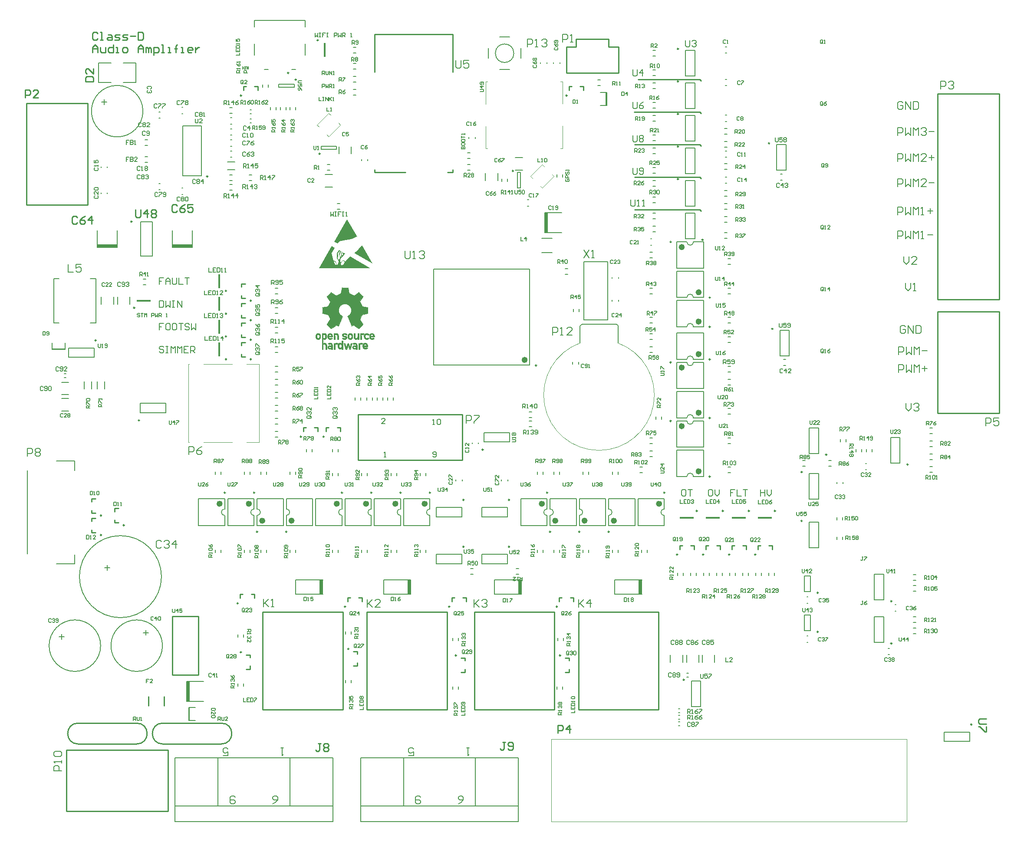
<source format=gto>
G04 Layer_Color=65535*
%FSLAX24Y24*%
%MOIN*%
G70*
G01*
G75*
%ADD65C,0.0100*%
%ADD70C,0.0079*%
%ADD134C,0.0098*%
%ADD135C,0.0005*%
%ADD136C,0.0236*%
%ADD137C,0.0039*%
%ADD138C,0.0050*%
%ADD139C,0.0059*%
%ADD140R,0.1535X0.0217*%
%ADD141R,0.0315X0.1102*%
%ADD142R,0.0100X0.1000*%
%ADD143R,0.0150X0.1100*%
%ADD144R,0.0217X0.1535*%
%ADD145R,0.1100X0.0150*%
%ADD146R,0.1000X0.0100*%
G36*
X19347Y32243D02*
X19347Y32242D01*
X19353Y32242D01*
X19423Y32233D01*
X19423Y32232D01*
X19454Y32226D01*
X19483Y32207D01*
X19483Y32207D01*
X19499Y32196D01*
X19523Y32160D01*
X19523Y32160D01*
X19524Y32160D01*
X19524Y32159D01*
X19531Y32126D01*
X19531Y32126D01*
X19539Y32086D01*
X19535Y32086D01*
Y31768D01*
X19444D01*
Y31809D01*
X19442Y31809D01*
X19430Y31790D01*
X19405Y31773D01*
X19404Y31773D01*
X19404Y31772D01*
X19371Y31765D01*
X19371Y31765D01*
X19332Y31760D01*
X19330Y31760D01*
X19330Y31758D01*
X19262Y31772D01*
X19263Y31772D01*
X19254Y31774D01*
X19212Y31802D01*
X19213Y31802D01*
X19207Y31806D01*
X19180Y31847D01*
X19179Y31847D01*
X19179Y31847D01*
X19168Y31902D01*
X19169Y31904D01*
X19168Y31904D01*
X19168Y31906D01*
X19179Y31959D01*
X19179Y31959D01*
X19179Y31962D01*
X19207Y32004D01*
X19207Y32003D01*
X19209Y32006D01*
X19247Y32032D01*
X19254Y32033D01*
X19254Y32034D01*
X19317Y32046D01*
X19318Y32046D01*
X19318Y32042D01*
X19444D01*
X19448Y32092D01*
X19449Y32093D01*
X19439Y32119D01*
X19439Y32119D01*
X19432Y32134D01*
X19421Y32138D01*
X19421Y32138D01*
X19410Y32145D01*
X19392Y32149D01*
X19392Y32149D01*
X19357Y32156D01*
X19351Y32155D01*
X19351Y32156D01*
X19350Y32156D01*
X19321Y32151D01*
X19322Y32150D01*
X19297Y32146D01*
X19297Y32146D01*
X19276Y32132D01*
X19265Y32116D01*
X19194Y32172D01*
X19207Y32193D01*
X19257Y32226D01*
X19257Y32226D01*
X19260Y32228D01*
X19299Y32236D01*
X19299Y32236D01*
X19341Y32245D01*
X19347Y32243D01*
D02*
G37*
G36*
X21244D02*
X21243Y32242D01*
X21250Y32242D01*
X21320Y32233D01*
X21320Y32232D01*
X21351Y32226D01*
X21380Y32207D01*
X21380Y32207D01*
X21396Y32196D01*
X21420Y32160D01*
X21420Y32160D01*
X21421Y32160D01*
X21421Y32159D01*
X21428Y32126D01*
X21428Y32126D01*
X21436Y32086D01*
X21432Y32086D01*
Y31768D01*
X21341D01*
Y31809D01*
X21339Y31809D01*
X21327Y31790D01*
X21302Y31773D01*
X21300Y31773D01*
X21301Y31772D01*
X21268Y31765D01*
X21268Y31765D01*
X21229Y31760D01*
X21227Y31760D01*
X21227Y31758D01*
X21159Y31772D01*
X21159Y31772D01*
X21151Y31774D01*
X21109Y31802D01*
X21110Y31802D01*
X21104Y31806D01*
X21077Y31847D01*
X21076Y31847D01*
X21076Y31847D01*
X21065Y31902D01*
X21065Y31904D01*
X21065Y31904D01*
X21065Y31906D01*
X21075Y31959D01*
X21075Y31959D01*
X21076Y31962D01*
X21104Y32004D01*
X21104Y32003D01*
X21105Y32006D01*
X21144Y32032D01*
X21151Y32033D01*
X21150Y32034D01*
X21214Y32046D01*
X21215Y32046D01*
X21215Y32042D01*
X21341D01*
X21345Y32092D01*
X21346Y32093D01*
X21335Y32119D01*
X21335Y32119D01*
X21329Y32134D01*
X21318Y32138D01*
X21318Y32138D01*
X21307Y32145D01*
X21289Y32149D01*
X21289Y32149D01*
X21254Y32156D01*
X21248Y32155D01*
X21248Y32156D01*
X21247Y32156D01*
X21218Y32151D01*
X21218Y32150D01*
X21194Y32146D01*
X21194Y32146D01*
X21173Y32132D01*
X21162Y32116D01*
X21091Y32172D01*
X21104Y32193D01*
X21154Y32226D01*
X21154Y32226D01*
X21157Y32228D01*
X21196Y32236D01*
X21196Y32236D01*
X21238Y32245D01*
X21244Y32243D01*
D02*
G37*
G36*
X19265Y32116D02*
X19265Y32116D01*
X19265Y32116D01*
X19265Y32116D01*
D02*
G37*
G36*
X21877Y32984D02*
X21877Y32984D01*
X21877Y32984D01*
X21927Y32974D01*
X21927Y32974D01*
X21933Y32973D01*
X21974Y32945D01*
X21974Y32945D01*
X21907Y32864D01*
X21880Y32883D01*
X21876Y32883D01*
X21876Y32883D01*
X21844Y32889D01*
X21844Y32889D01*
X21844Y32889D01*
X21807Y32882D01*
X21781Y32865D01*
X21782Y32864D01*
X21776Y32861D01*
X21761Y32838D01*
X21760Y32834D01*
X21760Y32834D01*
X21751Y32793D01*
X21752Y32790D01*
X21754Y32790D01*
Y32510D01*
X21660D01*
Y32976D01*
X21754D01*
Y32926D01*
X21755Y32926D01*
X21765Y32941D01*
X21807Y32969D01*
X21807Y32970D01*
X21809Y32971D01*
X21874Y32984D01*
X21877Y32984D01*
D02*
G37*
G36*
X19844D02*
X19844Y32984D01*
X19898Y32973D01*
X19898Y32974D01*
X19900Y32974D01*
X19949Y32941D01*
X19949Y32940D01*
X19960Y32932D01*
X19989Y32890D01*
X19989Y32890D01*
X19989Y32890D01*
X19996Y32857D01*
X19996Y32857D01*
X20003Y32821D01*
X20003Y32819D01*
X19999Y32820D01*
Y32510D01*
X19905D01*
X19907Y32787D01*
X19908Y32789D01*
X19900Y32830D01*
X19899Y32829D01*
X19898Y32834D01*
X19880Y32862D01*
X19880Y32862D01*
X19879Y32863D01*
X19851Y32882D01*
X19850Y32882D01*
X19850Y32882D01*
X19815Y32889D01*
X19814Y32889D01*
X19814Y32889D01*
X19812Y32889D01*
X19776Y32882D01*
X19776Y32882D01*
X19775Y32882D01*
X19747Y32863D01*
X19746Y32862D01*
X19746Y32862D01*
X19728Y32834D01*
X19727Y32829D01*
X19726Y32830D01*
X19718Y32789D01*
X19719Y32787D01*
X19721Y32787D01*
Y32510D01*
X19627D01*
Y32976D01*
X19721D01*
Y32926D01*
X19722Y32926D01*
X19732Y32941D01*
X19774Y32969D01*
X19774Y32970D01*
X19776Y32971D01*
X19841Y32984D01*
X19844Y32984D01*
D02*
G37*
G36*
X20462Y32985D02*
X20462Y32984D01*
X20464Y32984D01*
X20519Y32977D01*
X20519Y32977D01*
X20568Y32967D01*
X20566Y32964D01*
X20606Y32947D01*
X20645Y32918D01*
X20644Y32918D01*
X20587Y32850D01*
X20567Y32865D01*
X20529Y32881D01*
X20530Y32883D01*
X20465Y32896D01*
X20462Y32896D01*
X20462Y32895D01*
X20459Y32896D01*
X20424Y32889D01*
X20424Y32890D01*
X20398Y32879D01*
X20398Y32879D01*
X20394Y32878D01*
X20378Y32838D01*
X20378Y32836D01*
X20379Y32837D01*
X20385Y32822D01*
X20385Y32822D01*
X20392Y32806D01*
X20393Y32806D01*
X20393Y32806D01*
X20414Y32797D01*
X20414Y32797D01*
X20444Y32791D01*
X20444Y32793D01*
X20521Y32789D01*
X20554Y32783D01*
X20554Y32783D01*
X20583Y32777D01*
X20584Y32776D01*
X20584Y32775D01*
X20584Y32775D01*
X20618Y32752D01*
X20625Y32743D01*
X20625Y32743D01*
X20647Y32710D01*
X20649Y32699D01*
X20649D01*
X20659Y32649D01*
X20659Y32648D01*
X20658Y32648D01*
X20658Y32645D01*
X20648Y32595D01*
X20642Y32587D01*
X20642Y32587D01*
X20622Y32557D01*
X20600Y32542D01*
X20600Y32542D01*
X20566Y32519D01*
X20538Y32514D01*
X20538Y32512D01*
X20465Y32502D01*
X20463Y32503D01*
X20463Y32502D01*
X20461Y32502D01*
X20386Y32512D01*
X20354Y32525D01*
X20354Y32525D01*
X20316Y32541D01*
X20257Y32586D01*
X20258Y32588D01*
X20321Y32649D01*
X20389Y32604D01*
X20389Y32604D01*
X20468Y32588D01*
X20470Y32589D01*
X20470Y32590D01*
X20472Y32589D01*
X20507Y32596D01*
X20507Y32596D01*
X20525Y32600D01*
X20536Y32607D01*
X20536Y32607D01*
X20551Y32613D01*
X20556Y32626D01*
X20556Y32626D01*
X20566Y32651D01*
X20566Y32652D01*
X20565Y32652D01*
X20566Y32653D01*
X20558Y32670D01*
X20559Y32670D01*
X20553Y32683D01*
X20549Y32685D01*
X20549Y32686D01*
X20530Y32693D01*
X20530Y32694D01*
X20505Y32699D01*
X20505Y32698D01*
X20423Y32704D01*
X20369Y32715D01*
X20369Y32715D01*
X20366Y32716D01*
X20326Y32743D01*
X20326Y32743D01*
X20320Y32747D01*
X20297Y32782D01*
X20296Y32783D01*
X20296Y32783D01*
X20286Y32835D01*
X20286Y32837D01*
X20286Y32837D01*
X20286Y32837D01*
X20286Y32837D01*
X20286Y32840D01*
X20297Y32898D01*
X20299Y32900D01*
X20300Y32900D01*
X20322Y32934D01*
X20338Y32945D01*
X20338Y32945D01*
X20374Y32968D01*
X20394Y32972D01*
X20394Y32973D01*
X20460Y32986D01*
X20462Y32985D01*
D02*
G37*
G36*
X21162Y32116D02*
X21162Y32116D01*
X21162Y32116D01*
X21162Y32116D01*
D02*
G37*
G36*
X22126Y32230D02*
X22126Y32230D01*
X22128Y32230D01*
X22189Y32189D01*
X22189Y32188D01*
X22195Y32184D01*
X22233Y32128D01*
X22233Y32126D01*
X22233Y32126D01*
X22249Y32047D01*
X22248Y32044D01*
X22245Y32044D01*
Y31967D01*
X21953Y31967D01*
X21952Y31964D01*
X21962Y31916D01*
X21962Y31916D01*
X21963Y31911D01*
X21983Y31881D01*
X21985Y31880D01*
X21985Y31880D01*
X22016Y31859D01*
X22021Y31858D01*
X22021Y31858D01*
X22064Y31849D01*
X22066Y31850D01*
X22066Y31849D01*
X22067Y31849D01*
X22119Y31860D01*
X22121Y31861D01*
X22121Y31861D01*
X22168Y31892D01*
X22170Y31895D01*
X22168Y31897D01*
X22237Y31838D01*
X22226Y31822D01*
X22199Y31804D01*
X22199Y31804D01*
X22161Y31779D01*
X22159Y31778D01*
X22159Y31777D01*
X22068Y31759D01*
X22067Y31759D01*
X22067Y31760D01*
X21996Y31774D01*
X21997Y31775D01*
X21948Y31795D01*
X21928Y31810D01*
X21929Y31810D01*
X21911Y31822D01*
X21899Y31840D01*
Y31840D01*
X21879Y31870D01*
X21877Y31881D01*
X21878Y31881D01*
X21870Y31899D01*
X21866Y31935D01*
X21866D01*
X21857Y31997D01*
X21858Y32000D01*
X21858Y32000D01*
X21857Y32003D01*
X21865Y32063D01*
X21870Y32102D01*
X21876Y32115D01*
X21876Y32116D01*
X21879Y32131D01*
X21896Y32157D01*
X21896Y32157D01*
X21913Y32182D01*
X21923Y32189D01*
X21922Y32189D01*
X21985Y32231D01*
X21985Y32231D01*
X21986Y32230D01*
X22053Y32244D01*
X22053Y32244D01*
X22055Y32244D01*
X22126Y32230D01*
D02*
G37*
G36*
X21758Y32243D02*
X21758Y32243D01*
X21758Y32243D01*
X21809Y32233D01*
X21809Y32233D01*
X21814Y32232D01*
X21856Y32205D01*
X21855Y32204D01*
X21788Y32124D01*
X21761Y32142D01*
X21758Y32142D01*
X21757Y32142D01*
X21726Y32148D01*
X21726Y32148D01*
X21726Y32148D01*
X21688Y32141D01*
X21663Y32124D01*
X21663Y32124D01*
X21658Y32120D01*
X21642Y32097D01*
X21641Y32094D01*
X21641Y32094D01*
X21633Y32052D01*
X21633Y32049D01*
X21635Y32049D01*
Y31769D01*
X21542D01*
Y32235D01*
X21635D01*
Y32185D01*
X21637Y32185D01*
X21647Y32200D01*
X21688Y32228D01*
X21688Y32229D01*
X21691Y32231D01*
X21755Y32243D01*
X21758Y32243D01*
D02*
G37*
G36*
X20335Y31769D02*
X20241D01*
X20242Y31817D01*
X20237Y31808D01*
X20187Y31775D01*
X20187Y31775D01*
X20184Y31773D01*
X20122Y31761D01*
X20121Y31761D01*
X20121Y31761D01*
X20120Y31760D01*
X20081Y31768D01*
X20081Y31768D01*
X20058Y31773D01*
X20046Y31780D01*
X20046Y31780D01*
X20008Y31805D01*
X19996Y31824D01*
X19996Y31824D01*
X19975Y31855D01*
X19970Y31883D01*
X19969Y31882D01*
X19963Y31929D01*
X19964Y31929D01*
X19959Y31997D01*
X19959Y32003D01*
X19959Y32003D01*
X19959Y32008D01*
X19964Y32075D01*
X19963Y32075D01*
X19969Y32121D01*
X19970Y32121D01*
X19975Y32149D01*
X19996Y32180D01*
X19996Y32180D01*
X20008Y32198D01*
X20046Y32224D01*
X20047Y32223D01*
X20059Y32232D01*
X20081Y32236D01*
X20081Y32236D01*
X20120Y32244D01*
X20121Y32243D01*
X20121Y32242D01*
X20123Y32243D01*
X20177Y32232D01*
X20186Y32226D01*
X20186Y32226D01*
X20241Y32190D01*
Y32185D01*
X20244Y32188D01*
X20241Y32190D01*
Y32423D01*
X20335D01*
Y31769D01*
D02*
G37*
G36*
X21554Y32510D02*
X21460D01*
Y32559D01*
X21459Y32559D01*
X21449Y32545D01*
X21407Y32517D01*
X21408Y32516D01*
X21405Y32514D01*
X21341Y32501D01*
X21338Y32502D01*
X21338Y32502D01*
X21283Y32513D01*
X21283Y32512D01*
X21281Y32512D01*
X21232Y32545D01*
X21232Y32545D01*
X21221Y32553D01*
X21193Y32595D01*
X21193Y32595D01*
X21192Y32595D01*
X21185Y32629D01*
X21185Y32629D01*
X21178Y32665D01*
X21178Y32666D01*
X21182Y32666D01*
Y32976D01*
X21276D01*
X21274Y32698D01*
X21273Y32696D01*
X21281Y32655D01*
X21282Y32655D01*
X21283Y32650D01*
X21301Y32623D01*
X21301Y32623D01*
X21301Y32623D01*
X21330Y32603D01*
X21331Y32603D01*
X21331Y32603D01*
X21367Y32596D01*
X21369Y32596D01*
X21369Y32596D01*
X21370Y32596D01*
X21405Y32603D01*
X21405Y32603D01*
X21406Y32603D01*
X21435Y32622D01*
X21435Y32623D01*
X21435Y32623D01*
X21454Y32650D01*
X21455Y32655D01*
X21455Y32655D01*
X21463Y32696D01*
X21462Y32698D01*
X21460Y32698D01*
Y32976D01*
X21554D01*
Y32510D01*
D02*
G37*
G36*
X22274Y32647D02*
X22274Y32647D01*
X22274Y32647D01*
X22274Y32647D01*
D02*
G37*
G36*
X19860Y32243D02*
X19860Y32243D01*
X19860Y32243D01*
X19910Y32233D01*
X19911Y32233D01*
X19916Y32232D01*
X19957Y32205D01*
X19957Y32204D01*
X19890Y32124D01*
X19863Y32142D01*
X19859Y32142D01*
X19859Y32142D01*
X19828Y32148D01*
X19828Y32148D01*
X19827Y32148D01*
X19790Y32141D01*
X19765Y32124D01*
X19765Y32124D01*
X19759Y32120D01*
X19744Y32097D01*
X19743Y32094D01*
X19743Y32094D01*
X19734Y32052D01*
X19735Y32049D01*
X19737Y32049D01*
Y31769D01*
X19643D01*
Y32235D01*
X19737D01*
Y32185D01*
X19738Y32185D01*
X19748Y32200D01*
X19790Y32228D01*
X19790Y32229D01*
X19792Y32231D01*
X19857Y32243D01*
X19860Y32243D01*
D02*
G37*
G36*
X21399Y40421D02*
X21191Y40307D01*
X20977Y40234D01*
X20764Y40188D01*
X20559Y40158D01*
X20370Y40132D01*
X20203Y40096D01*
X20066Y40040D01*
X19966Y39949D01*
X19926Y39890D01*
X19675Y40035D01*
X20648Y41722D01*
X21399Y40421D01*
D02*
G37*
G36*
X20729Y36486D02*
X20734Y36474D01*
X20734Y36473D01*
X20814Y36055D01*
X20819Y36042D01*
X20828Y36039D01*
X20828D01*
X21178Y35894D01*
X21187Y35890D01*
X21200Y35896D01*
X21199Y35896D01*
X21552Y36135D01*
X21565Y36140D01*
X21582Y36133D01*
X21581Y36132D01*
X21883Y35832D01*
X21890Y35815D01*
X21885Y35802D01*
X21885Y35802D01*
X21646Y35450D01*
X21640Y35437D01*
X21644Y35428D01*
X21789Y35078D01*
X21792Y35069D01*
X21805Y35064D01*
X21805Y35065D01*
X22224Y34984D01*
X22236Y34979D01*
X22244Y34962D01*
X22242D01*
X22244Y34536D01*
X22236Y34519D01*
X22224Y34513D01*
X22223Y34514D01*
X21805Y34434D01*
X21792Y34428D01*
X21789Y34420D01*
X21644Y34069D01*
X21640Y34061D01*
X21646Y34048D01*
X21646Y34048D01*
X21885Y33696D01*
X21890Y33683D01*
X21883Y33666D01*
X21882Y33667D01*
X21582Y33365D01*
X21565Y33357D01*
X21552Y33363D01*
X21552Y33363D01*
X21200Y33602D01*
X21187Y33607D01*
X21178Y33604D01*
X21018Y33537D01*
X21009Y33534D01*
X20992Y33541D01*
X20988Y33550D01*
X20693Y34273D01*
X20690Y34281D01*
X20697Y34298D01*
X20705Y34302D01*
X20705Y34301D01*
X20747Y34319D01*
X20850Y34398D01*
X20929Y34501D01*
X20979Y34620D01*
X20995Y34749D01*
X20979Y34877D01*
X20929Y34997D01*
X20850Y35100D01*
X20747Y35179D01*
X20627Y35229D01*
X20499Y35245D01*
X20370Y35229D01*
X20251Y35179D01*
X20148Y35100D01*
X20069Y34997D01*
X20019Y34877D01*
X20002Y34749D01*
X20019Y34620D01*
X20069Y34501D01*
X20148Y34398D01*
X20251Y34319D01*
X20293Y34301D01*
X20293Y34302D01*
X20301Y34298D01*
X20308Y34281D01*
X20304Y34273D01*
X20304D01*
X20009Y33550D01*
X20006Y33541D01*
X19988Y33534D01*
X19980Y33537D01*
X19819Y33604D01*
X19811Y33607D01*
X19798Y33602D01*
X19798Y33602D01*
X19446Y33363D01*
X19433Y33357D01*
X19416Y33365D01*
X19417Y33366D01*
X19115Y33666D01*
X19107Y33683D01*
X19113Y33696D01*
X19113Y33696D01*
X19352Y34048D01*
X19357Y34061D01*
X19354Y34069D01*
X19209Y34420D01*
X19205Y34428D01*
X19192Y34434D01*
X19192Y34433D01*
X18774Y34513D01*
X18761Y34519D01*
X18754Y34536D01*
X18756D01*
X18754Y34962D01*
X18761Y34979D01*
X18774Y34984D01*
X18774Y34984D01*
X19192Y35064D01*
X19205Y35069D01*
X19209Y35078D01*
X19354Y35428D01*
X19357Y35437D01*
X19352Y35450D01*
X19352Y35449D01*
X19113Y35802D01*
X19107Y35815D01*
X19115Y35832D01*
X19116Y35831D01*
X19416Y36133D01*
X19433Y36140D01*
X19446Y36135D01*
X19446Y36135D01*
X19798Y35896D01*
X19811Y35890D01*
X19819Y35894D01*
X20170Y36039D01*
X20178Y36042D01*
X20184Y36055D01*
X20183Y36055D01*
X20263Y36474D01*
X20269Y36486D01*
X20286Y36494D01*
Y36492D01*
X20712Y36494D01*
X20729Y36486D01*
D02*
G37*
G36*
X19714Y39562D02*
X19621Y39407D01*
X19520Y39248D01*
X19497Y39214D01*
X19481Y39174D01*
X19479Y39113D01*
X19499Y39014D01*
X19538Y38850D01*
X19568Y38716D01*
X19600Y38613D01*
X19645Y38546D01*
X19662Y38539D01*
X19680D01*
X19700Y38542D01*
X19721Y38545D01*
X19742Y38544D01*
X19763Y38535D01*
X19783Y38513D01*
X19802Y38474D01*
X19815Y38433D01*
X19827Y38389D01*
X19838Y38346D01*
X19849Y38305D01*
X19860Y38272D01*
X19872Y38249D01*
X19886Y38240D01*
X19902Y38247D01*
X19938Y38295D01*
X19971Y38364D01*
X19990Y38448D01*
X19988Y38537D01*
X19974Y38592D01*
X19957Y38633D01*
X19938Y38661D01*
X19919Y38682D01*
X19901Y38698D01*
X19888Y38713D01*
X19879Y38731D01*
X19878Y38754D01*
X19885Y38899D01*
X19881Y39019D01*
X19877Y39106D01*
X19882Y39153D01*
X19896Y39179D01*
X19918Y39215D01*
X19946Y39257D01*
X19977Y39301D01*
X20010Y39342D01*
X20039Y39374D01*
X20123Y39326D01*
X20116Y39328D01*
X20087Y39307D01*
X20052Y39267D01*
X20014Y39218D01*
X19979Y39177D01*
X19956Y39145D01*
X19947Y39101D01*
X19955Y39028D01*
X19964Y38947D01*
X19959Y38889D01*
X19949Y38844D01*
X19943Y38803D01*
X19948Y38758D01*
X19961Y38712D01*
X19980Y38677D01*
X20002Y38663D01*
X20021Y38669D01*
X20045Y38683D01*
X20069Y38705D01*
X20091Y38734D01*
X20108Y38770D01*
X20116Y38812D01*
X20113Y38859D01*
X20095Y38911D01*
X20055Y38997D01*
X20038Y39055D01*
X20043Y39107D01*
X20072Y39174D01*
X20109Y39239D01*
X20135Y39276D01*
X20146Y39298D01*
X20140Y39315D01*
X20313Y39216D01*
X20312Y39217D01*
X20290Y39210D01*
X20269Y39189D01*
X20252Y39150D01*
X20245Y39091D01*
X20250Y39040D01*
X20262Y39005D01*
X20276Y38984D01*
X20288Y38977D01*
X20303Y38980D01*
X20319Y38991D01*
X20332Y39009D01*
X20337Y39036D01*
X20333Y39058D01*
X20325Y39071D01*
X20317Y39085D01*
X20313Y39111D01*
X20318Y39137D01*
X20330Y39151D01*
X20342Y39161D01*
X20347Y39174D01*
X20339Y39201D01*
X20491Y39113D01*
X20488Y39103D01*
X20448Y39051D01*
X20392Y38991D01*
X20327Y38925D01*
X20261Y38855D01*
X20204Y38781D01*
X20162Y38708D01*
X20143Y38635D01*
X20134Y38514D01*
X20127Y38435D01*
X20127Y38391D01*
X20138Y38376D01*
X20149Y38385D01*
X20164Y38411D01*
X20185Y38448D01*
X20210Y38489D01*
X20241Y38531D01*
X20277Y38567D01*
X20319Y38591D01*
X20367Y38598D01*
X20411Y38591D01*
X20442Y38578D01*
X20462Y38562D01*
X20476Y38545D01*
X20484Y38528D01*
X20491Y38513D01*
X20498Y38503D01*
X20509Y38500D01*
X20556Y38543D01*
X20646Y38649D01*
X20776Y38788D01*
X20890Y38883D01*
X22419Y38000D01*
X18500D01*
X19480Y39697D01*
X19714Y39562D01*
D02*
G37*
G36*
X22595Y38350D02*
X21216Y39145D01*
X21250Y39177D01*
X21334Y39261D01*
X21422Y39356D01*
X21522Y39464D01*
X21642Y39592D01*
X21789Y39745D01*
X22595Y38350D01*
D02*
G37*
G36*
X20901Y31769D02*
X20819D01*
X20721Y32095D01*
X20720D01*
X20622Y31769D01*
X20540D01*
X20391Y32235D01*
X20490D01*
X20579Y31909D01*
X20581D01*
X20686Y32235D01*
X20755D01*
X20860Y31909D01*
X20862D01*
X20951Y32235D01*
X21050D01*
X20901Y31769D01*
D02*
G37*
G36*
X18974Y32977D02*
X18974Y32977D01*
X18995Y32972D01*
X19008Y32964D01*
X19008Y32964D01*
X19048Y32938D01*
X19059Y32921D01*
X19059Y32921D01*
X19079Y32890D01*
X19085Y32862D01*
X19085Y32862D01*
X19091Y32815D01*
X19090Y32815D01*
X19096Y32748D01*
X19095Y32742D01*
X19095Y32742D01*
X19096Y32736D01*
X19090Y32670D01*
X19091Y32670D01*
X19085Y32623D01*
X19085Y32623D01*
X19079Y32595D01*
X19059Y32565D01*
X19059Y32565D01*
X19047Y32547D01*
X19008Y32521D01*
X19008Y32521D01*
X18996Y32513D01*
X18974Y32509D01*
Y32509D01*
X18935Y32501D01*
X18934Y32501D01*
X18934Y32502D01*
X18932Y32502D01*
X18876Y32513D01*
X18868Y32518D01*
X18868Y32518D01*
X18814Y32555D01*
X18814Y32185D01*
X18815Y32185D01*
X18825Y32200D01*
X18867Y32228D01*
X18866Y32229D01*
X18869Y32231D01*
X18934Y32243D01*
X18937Y32243D01*
X18937Y32243D01*
X18991Y32232D01*
X18991Y32233D01*
X18992Y32233D01*
X19042Y32200D01*
X19042Y32199D01*
X19053Y32192D01*
X19081Y32149D01*
X19082Y32149D01*
X19082Y32149D01*
X19089Y32116D01*
X19089Y32116D01*
X19096Y32080D01*
X19096Y32079D01*
X19092Y32079D01*
Y31769D01*
X18998D01*
X19000Y32046D01*
X19001Y32049D01*
X18993Y32089D01*
X18992Y32089D01*
X18991Y32094D01*
X18973Y32121D01*
X18973Y32121D01*
X18972Y32122D01*
X18943Y32141D01*
X18943Y32141D01*
X18943Y32141D01*
X18908Y32148D01*
X18906Y32148D01*
X18906Y32148D01*
X18905Y32148D01*
X18869Y32141D01*
X18869Y32141D01*
X18868Y32141D01*
X18839Y32122D01*
X18839Y32121D01*
X18839Y32121D01*
X18820Y32094D01*
X18819Y32089D01*
X18819Y32089D01*
X18811Y32049D01*
X18812Y32046D01*
X18814Y32046D01*
Y31769D01*
X18720D01*
Y32976D01*
X18814D01*
X18813Y32928D01*
X18819Y32937D01*
X18867Y32969D01*
X18867Y32970D01*
X18871Y32972D01*
X18932Y32984D01*
X18934Y32984D01*
X18934Y32984D01*
X18935Y32984D01*
X18974Y32977D01*
D02*
G37*
G36*
X20906Y32985D02*
X20906Y32985D01*
X20908Y32985D01*
X20954Y32976D01*
X20954Y32976D01*
X20981Y32971D01*
X20994Y32962D01*
X20994Y32963D01*
X20998Y32962D01*
X21024Y32942D01*
X21024Y32942D01*
X21045Y32928D01*
X21049Y32923D01*
X21049Y32923D01*
X21084Y32870D01*
X21087Y32855D01*
X21086Y32855D01*
X21096Y32809D01*
X21094Y32809D01*
X21100Y32748D01*
X21100Y32743D01*
X21100Y32743D01*
X21100Y32739D01*
X21094Y32677D01*
X21096Y32677D01*
X21086Y32630D01*
X21087Y32630D01*
X21084Y32615D01*
X21049Y32562D01*
X21048Y32563D01*
X21044Y32556D01*
X21024Y32543D01*
X21024Y32543D01*
X21000Y32525D01*
X20994Y32522D01*
X20994Y32523D01*
X20982Y32515D01*
X20954Y32509D01*
X20954Y32509D01*
X20908Y32500D01*
X20906Y32501D01*
X20906Y32500D01*
X20903Y32500D01*
X20856Y32509D01*
Y32509D01*
X20829Y32515D01*
X20817Y32523D01*
X20817Y32523D01*
X20787Y32543D01*
X20787Y32543D01*
X20767Y32556D01*
X20763Y32563D01*
X20762Y32562D01*
X20727Y32615D01*
X20724Y32630D01*
X20724Y32630D01*
X20715Y32677D01*
X20717Y32677D01*
X20710Y32739D01*
X20711Y32743D01*
X20711Y32743D01*
X20711Y32743D01*
X20714Y32743D01*
X20711Y32743D01*
D01*
D01*
D01*
D01*
X20711Y32748D01*
X20717Y32809D01*
X20715Y32809D01*
X20724Y32855D01*
X20724Y32855D01*
X20727Y32870D01*
X20762Y32923D01*
X20762Y32923D01*
X20766Y32929D01*
X20787Y32942D01*
X20787Y32942D01*
X20813Y32962D01*
X20816Y32963D01*
X20817Y32962D01*
X20830Y32971D01*
X20856Y32976D01*
X20856Y32976D01*
X20903Y32985D01*
X20906Y32985D01*
D02*
G37*
G36*
X18443D02*
X18443Y32985D01*
X18445Y32985D01*
X18491Y32976D01*
X18491Y32976D01*
X18518Y32971D01*
X18531Y32962D01*
X18531Y32963D01*
X18535Y32962D01*
X18561Y32942D01*
X18561Y32942D01*
X18582Y32928D01*
X18586Y32923D01*
X18586Y32923D01*
X18621Y32870D01*
X18624Y32855D01*
X18623Y32855D01*
X18633Y32809D01*
X18631Y32809D01*
X18637Y32748D01*
X18637Y32743D01*
X18637Y32743D01*
X18637Y32739D01*
X18631Y32677D01*
X18633Y32677D01*
X18623Y32630D01*
X18624Y32630D01*
X18621Y32615D01*
X18586Y32562D01*
X18585Y32563D01*
X18581Y32556D01*
X18561Y32543D01*
X18561Y32543D01*
X18537Y32525D01*
X18531Y32522D01*
X18531Y32523D01*
X18519Y32515D01*
X18491Y32509D01*
Y32509D01*
X18445Y32500D01*
X18443Y32501D01*
X18443Y32500D01*
X18440Y32500D01*
X18393Y32509D01*
Y32509D01*
X18366Y32515D01*
X18354Y32523D01*
X18354Y32523D01*
X18324Y32543D01*
X18324Y32543D01*
X18304Y32556D01*
X18300Y32563D01*
X18299Y32562D01*
X18264Y32615D01*
X18261Y32630D01*
X18261Y32630D01*
X18252Y32677D01*
X18254Y32677D01*
X18247Y32739D01*
X18248Y32743D01*
X18248Y32743D01*
D01*
D01*
D01*
D01*
X18248Y32743D01*
X18251Y32743D01*
X18248Y32743D01*
X18248Y32748D01*
X18254Y32809D01*
X18252Y32809D01*
X18261Y32855D01*
X18261Y32855D01*
X18264Y32870D01*
X18299Y32923D01*
X18299Y32923D01*
X18303Y32929D01*
X18324Y32942D01*
X18324Y32942D01*
X18350Y32962D01*
X18353Y32963D01*
X18354Y32962D01*
X18367Y32971D01*
X18393Y32976D01*
Y32976D01*
X18440Y32985D01*
X18443Y32985D01*
D02*
G37*
G36*
X22176Y32985D02*
X22176Y32985D01*
X22177Y32985D01*
X22226Y32975D01*
Y32975D01*
X22255Y32970D01*
X22271Y32959D01*
X22271Y32959D01*
X22279Y32956D01*
X22333Y32915D01*
X22344Y32901D01*
X22343Y32900D01*
X22275Y32839D01*
X22265Y32853D01*
X22231Y32876D01*
X22231Y32876D01*
X22223Y32881D01*
X22180Y32889D01*
X22180Y32889D01*
X22180Y32890D01*
X22177Y32890D01*
X22126Y32880D01*
X22126Y32880D01*
X22124Y32879D01*
X22093Y32858D01*
X22088Y32851D01*
X22088Y32851D01*
X22069Y32823D01*
X22066Y32806D01*
X22066Y32806D01*
X22054Y32746D01*
X22054Y32742D01*
X22055Y32742D01*
X22054Y32738D01*
X22066Y32679D01*
X22066Y32679D01*
X22069Y32662D01*
X22088Y32634D01*
X22088Y32634D01*
X22093Y32627D01*
X22124Y32606D01*
X22126Y32606D01*
X22126Y32605D01*
X22177Y32595D01*
X22180Y32596D01*
X22180Y32596D01*
X22180Y32596D01*
X22223Y32604D01*
X22231Y32610D01*
X22231Y32610D01*
X22264Y32632D01*
X22274Y32647D01*
X22344Y32585D01*
X22333Y32571D01*
X22279Y32530D01*
X22271Y32526D01*
X22271Y32527D01*
X22256Y32516D01*
X22226Y32510D01*
Y32510D01*
X22177Y32500D01*
X22176Y32501D01*
X22176Y32501D01*
X22175Y32500D01*
X22098Y32516D01*
X22098Y32515D01*
X22092Y32516D01*
X22029Y32558D01*
X22029Y32559D01*
X22018Y32566D01*
X22001Y32592D01*
X22001Y32592D01*
X21981Y32621D01*
X21979Y32632D01*
X21981Y32633D01*
X21973Y32651D01*
X21969Y32683D01*
X21969Y32683D01*
X21961Y32740D01*
X21962Y32742D01*
X21962Y32742D01*
X21961Y32744D01*
X21969Y32802D01*
X21969Y32802D01*
X21973Y32834D01*
X21981Y32852D01*
X21979Y32853D01*
X21982Y32863D01*
X22001Y32893D01*
X22001Y32893D01*
X22019Y32919D01*
X22029Y32926D01*
X22029Y32927D01*
X22092Y32969D01*
X22098Y32970D01*
X22098Y32970D01*
X22175Y32985D01*
X22176Y32985D01*
D02*
G37*
G36*
X22636Y32970D02*
X22636Y32971D01*
X22638Y32971D01*
X22699Y32930D01*
X22698Y32929D01*
X22704Y32925D01*
X22742Y32869D01*
X22743Y32866D01*
X22743Y32866D01*
X22758Y32788D01*
X22758Y32784D01*
X22754Y32784D01*
Y32707D01*
X22462Y32707D01*
X22461Y32705D01*
X22471Y32657D01*
X22471Y32657D01*
X22472Y32652D01*
X22492Y32622D01*
X22495Y32620D01*
X22495Y32620D01*
X22526Y32600D01*
X22531Y32599D01*
X22531Y32598D01*
X22574Y32590D01*
X22575Y32590D01*
X22575Y32590D01*
X22576Y32590D01*
X22628Y32600D01*
X22631Y32602D01*
X22631Y32602D01*
X22677Y32633D01*
X22679Y32636D01*
X22677Y32637D01*
X22746Y32579D01*
X22736Y32563D01*
X22709Y32545D01*
X22709Y32545D01*
X22671Y32519D01*
X22668Y32519D01*
X22669Y32518D01*
X22578Y32500D01*
X22577Y32500D01*
X22577Y32500D01*
X22506Y32515D01*
X22506Y32516D01*
X22457Y32536D01*
X22438Y32551D01*
X22438Y32551D01*
X22420Y32563D01*
X22409Y32580D01*
X22409Y32580D01*
X22388Y32611D01*
X22386Y32621D01*
X22387Y32622D01*
X22380Y32639D01*
X22375Y32675D01*
X22375D01*
X22367Y32738D01*
X22367Y32741D01*
X22367Y32741D01*
X22367Y32743D01*
X22375Y32804D01*
X22375Y32804D01*
X22380Y32843D01*
X22385Y32856D01*
X22385Y32856D01*
X22388Y32872D01*
X22406Y32898D01*
X22406Y32898D01*
X22423Y32923D01*
X22432Y32930D01*
X22432Y32930D01*
X22494Y32972D01*
X22495Y32972D01*
X22495Y32971D01*
X22563Y32984D01*
X22563Y32984D01*
X22564Y32985D01*
X22636Y32970D01*
D02*
G37*
G36*
X19427D02*
X19427Y32971D01*
X19429Y32971D01*
X19490Y32930D01*
X19489Y32929D01*
X19496Y32925D01*
X19533Y32869D01*
X19534Y32866D01*
X19534Y32866D01*
X19550Y32788D01*
X19549Y32784D01*
X19545Y32784D01*
Y32707D01*
X19253Y32707D01*
X19253Y32705D01*
X19262Y32657D01*
X19263Y32657D01*
X19264Y32652D01*
X19283Y32622D01*
X19286Y32620D01*
X19286Y32620D01*
X19317Y32600D01*
X19322Y32599D01*
X19322Y32598D01*
X19365Y32590D01*
X19366Y32590D01*
X19366Y32590D01*
X19367Y32590D01*
X19419Y32600D01*
X19422Y32602D01*
X19422Y32602D01*
X19469Y32633D01*
X19470Y32636D01*
X19469Y32637D01*
X19537Y32579D01*
X19527Y32563D01*
X19500Y32545D01*
X19500Y32545D01*
X19462Y32519D01*
X19460Y32519D01*
X19460Y32518D01*
X19369Y32500D01*
X19368Y32500D01*
X19368Y32500D01*
X19297Y32515D01*
X19297Y32516D01*
X19248Y32536D01*
X19229Y32551D01*
X19229Y32551D01*
X19211Y32563D01*
X19200Y32580D01*
X19179Y32611D01*
X19177Y32621D01*
X19178Y32622D01*
X19171Y32639D01*
X19166Y32675D01*
X19166D01*
X19158Y32738D01*
X19158Y32741D01*
X19158Y32741D01*
X19158Y32743D01*
X19166Y32804D01*
X19171Y32843D01*
X19177Y32856D01*
X19176Y32856D01*
X19179Y32872D01*
X19197Y32898D01*
X19197Y32898D01*
X19214Y32923D01*
X19223Y32930D01*
X19223Y32930D01*
X19286Y32972D01*
X19286Y32972D01*
X19286Y32971D01*
X19354Y32984D01*
X19354Y32984D01*
X19355Y32985D01*
X19427Y32970D01*
D02*
G37*
%LPC*%
G36*
X19335Y31968D02*
X19300Y31961D01*
X19300Y31961D01*
X19288Y31959D01*
X19275Y31950D01*
X19275Y31951D01*
X19267Y31948D01*
X19261Y31933D01*
X19261Y31933D01*
X19252Y31911D01*
X19253Y31909D01*
X19252Y31909D01*
X19252Y31908D01*
X19261Y31887D01*
X19261Y31887D01*
X19269Y31869D01*
X19275Y31866D01*
X19276Y31868D01*
X19294Y31856D01*
X19303Y31855D01*
X19303Y31854D01*
X19339Y31847D01*
X19342Y31848D01*
X19342Y31849D01*
X19350Y31848D01*
X19391Y31853D01*
X19391Y31853D01*
X19413Y31857D01*
X19423Y31864D01*
X19423Y31863D01*
X19429Y31866D01*
X19432Y31873D01*
X19433Y31873D01*
X19439Y31888D01*
X19439Y31888D01*
X19447Y31927D01*
X19446Y31931D01*
X19444Y31931D01*
Y31965D01*
X19335Y31968D01*
D02*
G37*
G36*
X21232D02*
X21197Y31961D01*
X21197Y31961D01*
X21185Y31959D01*
X21172Y31950D01*
X21172Y31951D01*
X21164Y31948D01*
X21158Y31933D01*
X21158Y31933D01*
X21149Y31911D01*
X21150Y31909D01*
X21149Y31909D01*
X21149Y31908D01*
X21158Y31887D01*
X21158Y31887D01*
X21165Y31869D01*
X21172Y31866D01*
X21173Y31868D01*
X21190Y31856D01*
X21200Y31855D01*
X21200Y31854D01*
X21236Y31847D01*
X21239Y31848D01*
X21239Y31849D01*
X21246Y31848D01*
X21288Y31853D01*
X21288Y31853D01*
X21310Y31857D01*
X21319Y31864D01*
X21320Y31863D01*
X21326Y31866D01*
X21329Y31873D01*
X21330Y31873D01*
X21336Y31888D01*
X21336Y31888D01*
X21344Y31927D01*
X21343Y31931D01*
X21341Y31931D01*
Y31965D01*
X21232Y31968D01*
D02*
G37*
G36*
X22052Y32154D02*
X22014Y32146D01*
X22014Y32146D01*
X22014Y32146D01*
X21984Y32126D01*
X21983Y32125D01*
X21983Y32125D01*
X21963Y32096D01*
X21962Y32090D01*
X21962Y32090D01*
X21952Y32044D01*
X21955Y32044D01*
X22154Y32044D01*
X22144Y32091D01*
X22144Y32090D01*
X22143Y32095D01*
X22123Y32125D01*
X22123Y32125D01*
X22122Y32126D01*
X22092Y32146D01*
X22092Y32147D01*
X22092Y32146D01*
X22054Y32154D01*
X22053Y32154D01*
X22053Y32154D01*
X22052Y32154D01*
D02*
G37*
G36*
X20148Y32149D02*
X20120Y32144D01*
X20120Y32144D01*
X20104Y32141D01*
X20096Y32135D01*
X20096Y32136D01*
X20081Y32129D01*
X20069Y32101D01*
X20068Y32102D01*
X20066Y32097D01*
X20054Y32006D01*
X20054Y32003D01*
X20054Y32003D01*
X20054Y31999D01*
X20066Y31906D01*
X20067Y31902D01*
X20069Y31902D01*
X20081Y31874D01*
X20096Y31868D01*
X20096Y31868D01*
X20104Y31863D01*
X20120Y31860D01*
X20120Y31860D01*
X20148Y31854D01*
X20149Y31855D01*
X20149Y31855D01*
X20151Y31855D01*
X20179Y31860D01*
X20179Y31860D01*
X20193Y31863D01*
X20202Y31869D01*
X20202Y31868D01*
X20216Y31874D01*
X20228Y31904D01*
X20230Y31904D01*
X20232Y31907D01*
X20244Y32001D01*
X20244Y32003D01*
X20244Y32003D01*
X20244Y32003D01*
X20232Y32096D01*
X20230Y32100D01*
X20228Y32100D01*
X20216Y32129D01*
X20202Y32135D01*
X20202Y32135D01*
X20193Y32141D01*
X20179Y32144D01*
X20179Y32144D01*
X20151Y32149D01*
X20149Y32149D01*
X20149Y32149D01*
X20148Y32149D01*
D02*
G37*
%LPD*%
G36*
X20149Y32147D02*
X20149Y32149D01*
X20149Y32149D01*
X20149Y32147D01*
D02*
G37*
%LPC*%
G36*
X20372Y38555D02*
X20330Y38552D01*
X20285Y38516D01*
X20231Y38446D01*
X20188Y38372D01*
X20183Y38308D01*
X20199Y38260D01*
X20222Y38231D01*
X20246Y38220D01*
X20281Y38227D01*
X20329Y38258D01*
X20394Y38322D01*
X20443Y38397D01*
X20454Y38458D01*
X20442Y38504D01*
X20419Y38531D01*
X20372Y38555D01*
D02*
G37*
G36*
X20220Y39259D02*
X20199Y39255D01*
X20176Y39237D01*
X20154Y39208D01*
X20134Y39173D01*
X20117Y39132D01*
X20106Y39090D01*
X20102Y39049D01*
X20111Y38976D01*
X20131Y38918D01*
X20155Y38879D01*
X20178Y38866D01*
X20198Y38880D01*
X20211Y38917D01*
X20214Y38974D01*
X20200Y39048D01*
X20185Y39109D01*
X20185Y39140D01*
X20196Y39156D01*
X20214Y39170D01*
X20233Y39188D01*
X20247Y39207D01*
X20250Y39226D01*
X20238Y39248D01*
X20220Y39259D01*
D02*
G37*
G36*
X19675Y38506D02*
X19656Y38498D01*
X19651Y38485D01*
X19653Y38458D01*
X19666Y38415D01*
X19698Y38352D01*
X19742Y38288D01*
X19770Y38255D01*
X19789Y38245D01*
X19808Y38246D01*
X19821Y38261D01*
X19820Y38299D01*
X19806Y38359D01*
X19781Y38439D01*
X19750Y38487D01*
X19711Y38506D01*
X19675Y38506D01*
D02*
G37*
G36*
X18907Y32890D02*
X18906Y32890D01*
X18906Y32890D01*
X18904Y32890D01*
X18876Y32884D01*
X18876Y32884D01*
X18862Y32882D01*
X18853Y32876D01*
X18853Y32876D01*
X18838Y32870D01*
X18826Y32840D01*
X18824Y32841D01*
X18823Y32839D01*
X18811Y32743D01*
X18811Y32742D01*
X18811Y32742D01*
X18811Y32741D01*
X18823Y32646D01*
X18824Y32644D01*
X18826Y32645D01*
X18838Y32615D01*
X18853Y32609D01*
X18853Y32609D01*
X18861Y32604D01*
X18876Y32601D01*
X18876Y32601D01*
X18904Y32595D01*
X18906Y32595D01*
X18906Y32598D01*
X18906Y32595D01*
X18906Y32595D01*
X18906Y32595D01*
X18907Y32595D01*
X18935Y32601D01*
Y32601D01*
X18951Y32604D01*
X18959Y32609D01*
X18959Y32609D01*
X18974Y32615D01*
X18985Y32643D01*
X18987Y32643D01*
X18989Y32647D01*
X19001Y32739D01*
X19001Y32742D01*
X19001Y32742D01*
X19001Y32746D01*
X18989Y32838D01*
X18987Y32842D01*
X18985Y32842D01*
X18974Y32870D01*
X18959Y32876D01*
X18959Y32876D01*
X18951Y32881D01*
X18935Y32884D01*
Y32884D01*
X18907Y32890D01*
D02*
G37*
G36*
X18814Y32559D02*
X18811Y32556D01*
X18814Y32555D01*
Y32559D01*
D02*
G37*
G36*
X20903Y32889D02*
X20861Y32881D01*
X20860Y32880D01*
X20861Y32880D01*
X20838Y32865D01*
X20830Y32853D01*
X20830Y32853D01*
X20816Y32831D01*
X20812Y32814D01*
X20812Y32814D01*
X20807Y32786D01*
X20808Y32786D01*
X20804Y32747D01*
X20805Y32743D01*
X20804Y32743D01*
X20804Y32740D01*
X20808Y32700D01*
X20807Y32700D01*
X20812Y32671D01*
X20812Y32671D01*
X20816Y32654D01*
X20830Y32632D01*
X20830Y32632D01*
X20838Y32621D01*
X20861Y32605D01*
X20860Y32605D01*
X20861Y32604D01*
X20903Y32596D01*
X20906Y32596D01*
X20908Y32596D01*
X20949Y32604D01*
X20951Y32605D01*
X20950Y32605D01*
X20974Y32621D01*
X20981Y32632D01*
X20981Y32632D01*
X20996Y32654D01*
X20999Y32671D01*
X20999Y32671D01*
X21004Y32699D01*
X21003Y32699D01*
X21007Y32739D01*
X21007Y32742D01*
X21004Y32742D01*
X21007Y32742D01*
X21007Y32742D01*
X21007D01*
X21007Y32746D01*
X21003Y32786D01*
X21004Y32786D01*
X20999Y32814D01*
X20999Y32814D01*
X20995Y32831D01*
X20981Y32853D01*
X20981Y32853D01*
X20974Y32864D01*
X20950Y32880D01*
X20951Y32880D01*
X20949Y32881D01*
X20908Y32889D01*
X20906Y32889D01*
X20906Y32889D01*
X20906Y32889D01*
X20906Y32889D01*
X20903Y32889D01*
D02*
G37*
%LPD*%
G36*
X20906Y32596D02*
X20906Y32596D01*
X20906Y32596D01*
X20906Y32596D01*
D02*
G37*
%LPC*%
G36*
X18440Y32889D02*
X18398Y32881D01*
X18397Y32880D01*
X18398Y32880D01*
X18375Y32865D01*
X18367Y32853D01*
X18367Y32853D01*
X18353Y32831D01*
X18349Y32814D01*
X18349Y32814D01*
X18344Y32786D01*
X18345Y32786D01*
X18341Y32747D01*
X18342Y32743D01*
X18341Y32743D01*
X18341Y32740D01*
X18345Y32700D01*
X18344Y32700D01*
X18349Y32671D01*
X18349Y32671D01*
X18353Y32654D01*
X18367Y32632D01*
X18367Y32632D01*
X18375Y32621D01*
X18398Y32605D01*
X18397Y32605D01*
X18398Y32604D01*
X18440Y32596D01*
X18443Y32596D01*
X18443Y32596D01*
X18443Y32596D01*
X18443Y32596D01*
X18445Y32596D01*
X18486Y32604D01*
X18488Y32605D01*
X18487Y32605D01*
X18511Y32621D01*
X18518Y32632D01*
X18518Y32632D01*
X18533Y32654D01*
X18536Y32671D01*
X18536Y32671D01*
X18541Y32699D01*
X18540Y32699D01*
X18544Y32739D01*
X18544Y32742D01*
X18541Y32742D01*
X18544Y32742D01*
X18544Y32742D01*
X18544D01*
X18544Y32746D01*
X18540Y32786D01*
X18541Y32786D01*
X18536Y32814D01*
X18536Y32814D01*
X18532Y32831D01*
X18518Y32853D01*
X18518Y32853D01*
X18511Y32864D01*
X18487Y32880D01*
X18488Y32880D01*
X18486Y32881D01*
X18445Y32889D01*
X18443Y32889D01*
X18443Y32889D01*
X18443Y32889D01*
X18443Y32889D01*
X18440Y32889D01*
D02*
G37*
G36*
X22562Y32895D02*
X22524Y32887D01*
X22524Y32887D01*
X22523Y32887D01*
X22493Y32867D01*
X22492Y32866D01*
X22492Y32866D01*
X22473Y32836D01*
X22472Y32831D01*
X22471Y32831D01*
X22462Y32784D01*
X22464Y32784D01*
X22663Y32784D01*
X22654Y32831D01*
X22653Y32831D01*
X22652Y32836D01*
X22632Y32866D01*
X22632Y32866D01*
X22632Y32867D01*
X22601Y32887D01*
X22601Y32887D01*
X22601Y32887D01*
X22564Y32895D01*
X22563Y32894D01*
X22563Y32894D01*
X22562Y32895D01*
D02*
G37*
G36*
X19353Y32895D02*
X19315Y32887D01*
X19315Y32887D01*
X19314Y32887D01*
X19284Y32867D01*
X19283Y32866D01*
X19283Y32866D01*
X19264Y32836D01*
X19263Y32831D01*
X19262Y32831D01*
X19253Y32784D01*
X19256Y32784D01*
X19454Y32784D01*
X19445Y32831D01*
X19444Y32831D01*
X19443Y32836D01*
X19424Y32866D01*
X19423Y32866D01*
X19423Y32867D01*
X19392Y32887D01*
X19392Y32887D01*
X19392Y32887D01*
X19355Y32895D01*
X19354Y32894D01*
X19354Y32894D01*
X19353Y32895D01*
D02*
G37*
%LPD*%
D65*
X18450Y55500D02*
G03*
X18450Y55500I-50J0D01*
G01*
X11400Y31000D02*
G03*
X11400Y31000I-50J0D01*
G01*
Y32750D02*
G03*
X11400Y32750I-50J0D01*
G01*
Y34500D02*
G03*
X11400Y34500I-50J0D01*
G01*
Y36250D02*
G03*
X11400Y36250I-50J0D01*
G01*
X4350Y34950D02*
G03*
X4350Y34950I-50J0D01*
G01*
X6500Y3050D02*
G03*
X6500Y1450I0J-800D01*
G01*
X11000D02*
G03*
X11000Y3050I0J800D01*
G01*
X0D02*
G03*
X0Y1450I0J-800D01*
G01*
X4500D02*
G03*
X4500Y3050I0J800D01*
G01*
X51550Y19350D02*
G03*
X51550Y19350I-50J0D01*
G01*
X49550D02*
G03*
X49550Y19350I-50J0D01*
G01*
X47550D02*
G03*
X47550Y19350I-50J0D01*
G01*
X53550D02*
G03*
X53550Y19350I-50J0D01*
G01*
X13300Y31000D02*
G03*
X13300Y31000I-50J0D01*
G01*
Y32500D02*
G03*
X13300Y32500I-50J0D01*
G01*
Y34000D02*
G03*
X13300Y34000I-50J0D01*
G01*
Y35500D02*
G03*
X13300Y35500I-50J0D01*
G01*
X18900Y25050D02*
G03*
X18900Y25050I-50J0D01*
G01*
X17150D02*
G03*
X17150Y25050I-50J0D01*
G01*
X36800Y12000D02*
G03*
X36800Y12000I-50J0D01*
G01*
X37050Y8250D02*
G03*
X37050Y8250I-50J0D01*
G01*
X20550Y12000D02*
G03*
X20550Y12000I-50J0D01*
G01*
X20800Y8750D02*
G03*
X20800Y8750I-50J0D01*
G01*
X12300Y12250D02*
G03*
X12300Y12250I-50J0D01*
G01*
X12550Y8500D02*
G03*
X12550Y8500I-50J0D01*
G01*
X37550Y51250D02*
G03*
X37550Y51250I-50J0D01*
G01*
X1800Y17500D02*
G03*
X1800Y17500I-50J0D01*
G01*
Y19000D02*
G03*
X1800Y19000I-50J0D01*
G01*
X3550Y18250D02*
G03*
X3550Y18250I-50J0D01*
G01*
X29050Y8250D02*
G03*
X29050Y8250I-50J0D01*
G01*
X28550Y12000D02*
G03*
X28550Y12000I-50J0D01*
G01*
X50050Y16000D02*
G03*
X50050Y16000I-50J0D01*
G01*
X48050D02*
G03*
X48050Y16000I-50J0D01*
G01*
X46050D02*
G03*
X46050Y16000I-50J0D01*
G01*
X52050D02*
G03*
X52050Y16000I-50J0D01*
G01*
X12550Y51250D02*
G03*
X12550Y51250I-50J0D01*
G01*
X750Y42850D02*
Y50650D01*
X-3974D02*
X750D01*
X-3974Y42850D02*
X750D01*
X-3974D02*
Y50650D01*
X30429Y11600D02*
X30900D01*
X36571Y10900D02*
Y11600D01*
X30900D02*
X36571D01*
Y4100D02*
Y10900D01*
X30429Y4100D02*
Y11600D01*
Y4100D02*
X36571D01*
X47750Y42500D02*
X47850Y42400D01*
X42750Y42500D02*
X47750D01*
Y45000D02*
X47850Y44900D01*
X42750Y45000D02*
X47750D01*
Y47500D02*
X47850Y47400D01*
X42750Y47500D02*
X47750D01*
Y50000D02*
X47850Y49900D01*
X42700Y50000D02*
X47750D01*
Y52500D02*
X47850Y52400D01*
X43000Y52500D02*
X47750D01*
X28777Y45350D02*
Y45550D01*
X28377Y45350D02*
X28777D01*
Y53050D02*
Y55950D01*
X22777D02*
X28777D01*
X22777Y53050D02*
Y55950D01*
Y45350D02*
Y45550D01*
Y45350D02*
X25127D01*
X-900Y-3724D02*
X6900D01*
Y1000D01*
X-900Y-3724D02*
Y1000D01*
X6900D01*
X70724Y35600D02*
Y51400D01*
X66000D02*
X70724D01*
X66000Y35600D02*
X70724D01*
X66000D02*
Y51400D01*
X7250Y11250D02*
X9250D01*
Y6750D02*
Y11250D01*
X7250Y6750D02*
X9250D01*
X7250D02*
Y11250D01*
X6500Y3050D02*
X11000D01*
X6500Y1450D02*
X11000D01*
X5400Y4400D02*
Y5100D01*
X6600Y4400D02*
Y5100D01*
X0Y3050D02*
X4500D01*
X0Y1450D02*
X4500D01*
X37500Y53000D02*
X41500D01*
X37500D02*
Y55000D01*
X38250D01*
Y55600D01*
X40750D01*
Y55000D02*
Y55600D01*
Y55000D02*
X41500D01*
Y53000D02*
Y55000D01*
X22179Y4100D02*
X28321D01*
X22179D02*
Y11600D01*
X28321Y4100D02*
Y10900D01*
X22650Y11600D02*
X28321D01*
Y10900D02*
Y11600D01*
X22179D02*
X22650D01*
X14179D02*
X14650D01*
X20321Y10900D02*
Y11600D01*
X14650D02*
X20321D01*
Y4100D02*
Y10900D01*
X14179Y4100D02*
Y11600D01*
Y4100D02*
X20321D01*
X21500Y26750D02*
X29500D01*
X21500Y23250D02*
Y26750D01*
Y23250D02*
X29500D01*
Y26750D01*
X38429Y4100D02*
X44571D01*
X38429D02*
Y11600D01*
X44571Y4100D02*
Y10900D01*
X38900Y11600D02*
X44571D01*
Y10900D02*
Y11600D01*
X38429D02*
X38900D01*
X12550Y31200D02*
X12850D01*
X12550D02*
Y31400D01*
Y32050D02*
Y32300D01*
X12850D01*
X12550Y33800D02*
X12850D01*
X12550Y33550D02*
Y33800D01*
Y32700D02*
Y32900D01*
Y32700D02*
X12850D01*
X12550Y34200D02*
X12850D01*
X12550D02*
Y34400D01*
Y35050D02*
Y35300D01*
X12850D01*
X12550Y36800D02*
X12850D01*
X12550Y36550D02*
Y36800D01*
Y35700D02*
Y35900D01*
Y35700D02*
X12850D01*
X19050Y25450D02*
Y25750D01*
X19250D01*
X19900D02*
X20150D01*
Y25450D02*
Y25750D01*
X18400Y25450D02*
Y25750D01*
X18150D02*
X18400D01*
X17300D02*
X17500D01*
X17300Y25450D02*
Y25750D01*
X38050Y12400D02*
Y12700D01*
X37800D02*
X38050D01*
X36950D02*
X37150D01*
X36950Y12400D02*
Y12700D01*
X37400Y8050D02*
X37700D01*
Y7850D02*
Y8050D01*
Y6950D02*
Y7200D01*
X37400Y6950D02*
X37700D01*
X21800Y12400D02*
Y12700D01*
X21550D02*
X21800D01*
X20700D02*
X20900D01*
X20700Y12400D02*
Y12700D01*
X21150Y8550D02*
X21450D01*
Y8350D02*
Y8550D01*
Y7450D02*
Y7700D01*
X21150Y7450D02*
X21450D01*
X13550Y12650D02*
Y12950D01*
X13300D02*
X13550D01*
X12450D02*
X12650D01*
X12450Y12650D02*
Y12950D01*
X12900Y8300D02*
X13200D01*
Y8100D02*
Y8300D01*
Y7200D02*
Y7450D01*
X12900Y7200D02*
X13200D01*
X38800Y51650D02*
Y51950D01*
X38550D02*
X38800D01*
X37700D02*
X37900D01*
X37700Y51650D02*
Y51950D01*
X1050Y18800D02*
X1350D01*
X1050Y18550D02*
Y18800D01*
Y17700D02*
Y17900D01*
Y17700D02*
X1350D01*
X1050Y19200D02*
X1350D01*
X1050D02*
Y19400D01*
Y20050D02*
Y20300D01*
X1350D01*
X2800Y19550D02*
X3100D01*
X2800Y19300D02*
Y19550D01*
Y18450D02*
Y18650D01*
Y18450D02*
X3100D01*
X29400Y6950D02*
X29700D01*
Y7200D01*
Y7850D02*
Y8050D01*
X29400D02*
X29700D01*
X28700Y12400D02*
Y12700D01*
X28900D01*
X29550D02*
X29800D01*
Y12400D02*
Y12700D01*
X51300Y16400D02*
Y16700D01*
X51050D02*
X51300D01*
X50200D02*
X50400D01*
X50200Y16400D02*
Y16700D01*
X48200Y16400D02*
Y16700D01*
X48400D01*
X49050D02*
X49300D01*
Y16400D02*
Y16700D01*
X47300Y16400D02*
Y16700D01*
X47050D02*
X47300D01*
X46200D02*
X46400D01*
X46200Y16400D02*
Y16700D01*
X52200Y16400D02*
Y16700D01*
X52400D01*
X53050D02*
X53300D01*
Y16400D02*
Y16700D01*
X70724Y26850D02*
Y34650D01*
X66000D02*
X70724D01*
X66000Y26850D02*
X70724D01*
X66000D02*
Y34650D01*
X12700Y51650D02*
Y51950D01*
X12900D01*
X13550D02*
X13800D01*
Y51650D02*
Y51950D01*
X1500Y56010D02*
X1400Y56110D01*
X1200D01*
X1100Y56010D01*
Y55610D01*
X1200Y55510D01*
X1400D01*
X1500Y55610D01*
X1700Y55510D02*
X1900D01*
X1800D01*
Y56110D01*
X1700D01*
X2300Y55910D02*
X2500D01*
X2600Y55810D01*
Y55510D01*
X2300D01*
X2200Y55610D01*
X2300Y55710D01*
X2600D01*
X2799Y55510D02*
X3099D01*
X3199Y55610D01*
X3099Y55710D01*
X2899D01*
X2799Y55810D01*
X2899Y55910D01*
X3199D01*
X3399Y55510D02*
X3699D01*
X3799Y55610D01*
X3699Y55710D01*
X3499D01*
X3399Y55810D01*
X3499Y55910D01*
X3799D01*
X3999Y55810D02*
X4399D01*
X4599Y56110D02*
Y55510D01*
X4899D01*
X4999Y55610D01*
Y56010D01*
X4899Y56110D01*
X4599D01*
X1100Y54550D02*
Y54950D01*
X1300Y55150D01*
X1500Y54950D01*
Y54550D01*
Y54850D01*
X1100D01*
X1700Y54950D02*
Y54650D01*
X1800Y54550D01*
X2100D01*
Y54950D01*
X2699Y55150D02*
Y54550D01*
X2400D01*
X2300Y54650D01*
Y54850D01*
X2400Y54950D01*
X2699D01*
X2899Y54550D02*
X3099D01*
X2999D01*
Y54950D01*
X2899D01*
X3499Y54550D02*
X3699D01*
X3799Y54650D01*
Y54850D01*
X3699Y54950D01*
X3499D01*
X3399Y54850D01*
Y54650D01*
X3499Y54550D01*
X4599D02*
Y54950D01*
X4799Y55150D01*
X4999Y54950D01*
Y54550D01*
Y54850D01*
X4599D01*
X5199Y54550D02*
Y54950D01*
X5299D01*
X5399Y54850D01*
Y54550D01*
Y54850D01*
X5499Y54950D01*
X5599Y54850D01*
Y54550D01*
X5798Y54350D02*
Y54950D01*
X6098D01*
X6198Y54850D01*
Y54650D01*
X6098Y54550D01*
X5798D01*
X6398D02*
X6598D01*
X6498D01*
Y55150D01*
X6398D01*
X6898Y54550D02*
X7098D01*
X6998D01*
Y54950D01*
X6898D01*
X7498Y54550D02*
Y55050D01*
Y54850D01*
X7398D01*
X7598D01*
X7498D01*
Y55050D01*
X7598Y55150D01*
X7898Y54550D02*
X8098D01*
X7998D01*
Y54950D01*
X7898D01*
X8698Y54550D02*
X8498D01*
X8398Y54650D01*
Y54850D01*
X8498Y54950D01*
X8698D01*
X8798Y54850D01*
Y54750D01*
X8398D01*
X8997Y54950D02*
Y54550D01*
Y54750D01*
X9097Y54850D01*
X9197Y54950D01*
X9297D01*
X4400Y42500D02*
Y42000D01*
X4500Y41900D01*
X4700D01*
X4800Y42000D01*
Y42500D01*
X5300Y41900D02*
Y42500D01*
X5000Y42200D01*
X5400D01*
X5600Y42400D02*
X5700Y42500D01*
X5900D01*
X5999Y42400D01*
Y42300D01*
X5900Y42200D01*
X5999Y42100D01*
Y42000D01*
X5900Y41900D01*
X5700D01*
X5600Y42000D01*
Y42100D01*
X5700Y42200D01*
X5600Y42300D01*
Y42400D01*
X5700Y42200D02*
X5900D01*
X-4075Y51095D02*
Y51695D01*
X-3775D01*
X-3675Y51595D01*
Y51395D01*
X-3775Y51295D01*
X-4075D01*
X-3075Y51095D02*
X-3475D01*
X-3075Y51495D01*
Y51595D01*
X-3175Y51695D01*
X-3375D01*
X-3475Y51595D01*
X585Y52315D02*
X1185D01*
Y52615D01*
X1085Y52715D01*
X685D01*
X585Y52615D01*
Y52315D01*
X1185Y53315D02*
Y52915D01*
X785Y53315D01*
X685D01*
X585Y53215D01*
Y53015D01*
X685Y52915D01*
X7600Y42800D02*
X7500Y42900D01*
X7300D01*
X7200Y42800D01*
Y42400D01*
X7300Y42300D01*
X7500D01*
X7600Y42400D01*
X8200Y42900D02*
X8000Y42800D01*
X7800Y42600D01*
Y42400D01*
X7900Y42300D01*
X8100D01*
X8200Y42400D01*
Y42500D01*
X8100Y42600D01*
X7800D01*
X8799Y42900D02*
X8400D01*
Y42600D01*
X8600Y42700D01*
X8700D01*
X8799Y42600D01*
Y42400D01*
X8700Y42300D01*
X8500D01*
X8400Y42400D01*
X-50Y41900D02*
X-150Y42000D01*
X-350D01*
X-450Y41900D01*
Y41500D01*
X-350Y41400D01*
X-150D01*
X-50Y41500D01*
X550Y42000D02*
X350Y41900D01*
X150Y41700D01*
Y41500D01*
X250Y41400D01*
X450D01*
X550Y41500D01*
Y41600D01*
X450Y41700D01*
X150D01*
X1050Y41400D02*
Y42000D01*
X750Y41700D01*
X1149D01*
X18650Y1500D02*
X18450D01*
X18550D01*
Y1000D01*
X18450Y900D01*
X18350D01*
X18250Y1000D01*
X18850Y1400D02*
X18950Y1500D01*
X19150D01*
X19250Y1400D01*
Y1300D01*
X19150Y1200D01*
X19250Y1100D01*
Y1000D01*
X19150Y900D01*
X18950D01*
X18850Y1000D01*
Y1100D01*
X18950Y1200D01*
X18850Y1300D01*
Y1400D01*
X18950Y1200D02*
X19150D01*
X32800Y1600D02*
X32600D01*
X32700D01*
Y1100D01*
X32600Y1000D01*
X32500D01*
X32400Y1100D01*
X33000D02*
X33100Y1000D01*
X33300D01*
X33400Y1100D01*
Y1500D01*
X33300Y1600D01*
X33100D01*
X33000Y1500D01*
Y1400D01*
X33100Y1300D01*
X33400D01*
X36850Y2300D02*
Y2900D01*
X37150D01*
X37250Y2800D01*
Y2600D01*
X37150Y2500D01*
X36850D01*
X37750Y2300D02*
Y2900D01*
X37450Y2600D01*
X37850D01*
X69725Y3395D02*
X69225D01*
X69125Y3295D01*
Y3095D01*
X69225Y2995D01*
X69725D01*
Y2795D02*
Y2395D01*
X69625D01*
X69225Y2795D01*
X69125D01*
D70*
X4978Y50050D02*
G03*
X4978Y50050I-1978J0D01*
G01*
X22504Y19500D02*
G03*
X22504Y19000I0J-250D01*
G01*
X13746D02*
G03*
X13746Y19500I0J250D01*
G01*
X20254D02*
G03*
X20254Y19000I0J-250D01*
G01*
X47250Y33496D02*
G03*
X46750Y33496I-250J0D01*
G01*
Y40004D02*
G03*
X47250Y40004I250J0D01*
G01*
Y35746D02*
G03*
X46750Y35746I-250J0D01*
G01*
X33459Y54500D02*
G03*
X33459Y54500I-709J0D01*
G01*
X15996Y19000D02*
G03*
X15996Y19500I0J250D01*
G01*
X47250Y26496D02*
G03*
X46750Y26496I-250J0D01*
G01*
X45004Y19500D02*
G03*
X45004Y19000I0J-250D01*
G01*
X36246D02*
G03*
X36246Y19500I0J250D01*
G01*
X40746Y19000D02*
G03*
X40746Y19500I0J250D01*
G01*
X47250Y21996D02*
G03*
X46750Y21996I-250J0D01*
G01*
X36004Y19500D02*
G03*
X36004Y19000I0J-250D01*
G01*
X38496D02*
G03*
X38496Y19500I0J250D01*
G01*
X46750Y26254D02*
G03*
X47250Y26254I250J0D01*
G01*
X46750Y30754D02*
G03*
X47250Y30754I250J0D01*
G01*
Y30996D02*
G03*
X46750Y30996I-250J0D01*
G01*
X27004Y19500D02*
G03*
X27004Y19000I0J-250D01*
G01*
X11254Y19500D02*
G03*
X11254Y19000I0J-250D01*
G01*
X6478Y9000D02*
G03*
X6478Y9000I-1978J0D01*
G01*
X1728D02*
G03*
X1728Y9000I-1978J0D01*
G01*
X24754Y19500D02*
G03*
X24754Y19000I0J-250D01*
G01*
X13504Y19500D02*
G03*
X13504Y19000I0J-250D01*
G01*
X6400Y14300D02*
G03*
X6400Y14300I-3150J0D01*
G01*
X3028Y35224D02*
Y35776D01*
X3972Y35224D02*
Y35776D01*
X-1276Y29222D02*
X-724D01*
X-1276Y28278D02*
X-724D01*
X-1059Y29898D02*
X-941D01*
X-1059Y29602D02*
X-941D01*
X1360Y33799D02*
Y37201D01*
X-1860Y33799D02*
Y37201D01*
X1359Y37200D02*
X1360Y37201D01*
X950Y37200D02*
X1359D01*
X1359Y33800D02*
X1360Y33799D01*
X950Y33800D02*
X1359D01*
X-1860Y33799D02*
X-1451D01*
X-1450Y33800D01*
X-1860Y37201D02*
X-1859Y37200D01*
X-1450D01*
X1455Y28724D02*
Y29276D01*
X2045Y28724D02*
Y29276D01*
X455Y28724D02*
Y29276D01*
X1045Y28724D02*
Y29276D01*
X-1276Y27972D02*
X-724D01*
X-1276Y27028D02*
X-724D01*
X1778Y35224D02*
Y35776D01*
X2722Y35224D02*
Y35776D01*
X37964Y30621D02*
Y30779D01*
X38436Y30621D02*
Y30779D01*
X8022Y48929D02*
X9478D01*
X8022Y45071D02*
X9478D01*
X8022D02*
Y48929D01*
X9478Y45071D02*
Y48929D01*
X11711Y49546D02*
X11789D01*
X11711Y49054D02*
X11789D01*
X11652Y45167D02*
X11848D01*
X11652Y44733D02*
X11848D01*
X6211Y49504D02*
X6289D01*
X6211Y49996D02*
X6289D01*
X7961Y50346D02*
X8039D01*
X7961Y49854D02*
X8039D01*
X6211Y44004D02*
X6289D01*
X6211Y44496D02*
X6289D01*
X7961Y44146D02*
X8039D01*
X7961Y43654D02*
X8039D01*
X11652Y44417D02*
X11848D01*
X11652Y43983D02*
X11848D01*
X5152Y46567D02*
X5348D01*
X5152Y46133D02*
X5348D01*
X1754Y43711D02*
Y43789D01*
X2246Y43711D02*
Y43789D01*
X13152Y44733D02*
X13348D01*
X13152Y45167D02*
X13348D01*
X5152Y47867D02*
X5348D01*
X5152Y47433D02*
X5348D01*
X2246Y45711D02*
Y45789D01*
X1754Y45711D02*
Y45789D01*
X11711Y48696D02*
X11789D01*
X11711Y48204D02*
X11789D01*
X11711Y46996D02*
X11789D01*
X11711Y46504D02*
X11789D01*
X11711Y47354D02*
X11789D01*
X11711Y47846D02*
X11789D01*
X11652Y50317D02*
X11848D01*
X11652Y49883D02*
X11848D01*
X11474Y45555D02*
X12026D01*
X11474Y46145D02*
X12026D01*
X4427Y52250D02*
Y53750D01*
X1573Y52250D02*
Y53750D01*
X3472D02*
X4427D01*
X3472Y52250D02*
X4427D01*
X1573D02*
X2528D01*
X1573Y53750D02*
X2528D01*
X4800Y38931D02*
Y41569D01*
X5700Y38931D02*
Y41569D01*
X4800D02*
X5700D01*
X4800Y38931D02*
X5700D01*
X7232Y39600D02*
Y40900D01*
X8768Y39600D02*
Y40900D01*
X7232Y39600D02*
X8768D01*
X1482D02*
Y40900D01*
X3018Y39600D02*
Y40900D01*
X1482Y39600D02*
X3018D01*
X31016Y15296D02*
Y16004D01*
X32984Y15296D02*
Y16004D01*
X31016Y15296D02*
X32984D01*
X31016Y16004D02*
X32984D01*
X32504Y21661D02*
Y21739D01*
X32996Y21661D02*
Y21739D01*
X31016Y19604D02*
X32984D01*
X31016Y18896D02*
X32984D01*
Y19604D01*
X31016Y18896D02*
Y19604D01*
X33652Y14483D02*
X33848D01*
X33652Y14917D02*
X33848D01*
X30152Y14483D02*
X30348D01*
X30152Y14917D02*
X30348D01*
X38033Y34652D02*
Y34848D01*
X38467Y34652D02*
Y34848D01*
X16707Y12949D02*
X18793D01*
X16707Y14051D02*
X18793D01*
X16707Y12949D02*
Y14051D01*
X23457Y12949D02*
X25543D01*
X23457Y14051D02*
X25543D01*
X23457Y12949D02*
Y14051D01*
X49711Y44996D02*
X49789D01*
X49711Y44504D02*
X49789D01*
X43961Y40246D02*
X44039D01*
X43961Y39754D02*
X44039D01*
X62723Y12146D02*
X62802D01*
X62723Y11654D02*
X62802D01*
X55961Y12254D02*
X56039D01*
X55961Y12746D02*
X56039D01*
X62211Y8796D02*
X62289D01*
X62211Y8304D02*
X62289D01*
X55961Y9254D02*
X56039D01*
X55961Y9746D02*
X56039D01*
X30004Y47961D02*
Y48039D01*
X30496Y47961D02*
Y48039D01*
X49711Y46996D02*
X49789D01*
X49711Y46504D02*
X49789D01*
X49711Y49254D02*
X49789D01*
X49711Y49746D02*
X49789D01*
X60461Y22996D02*
X60539D01*
X60461Y22504D02*
X60539D01*
X49711Y54504D02*
X49789D01*
X49711Y54996D02*
X49789D01*
X49711Y52496D02*
X49789D01*
X49711Y52004D02*
X49789D01*
X21784Y22052D02*
Y22248D01*
X22217Y22052D02*
Y22248D01*
X14467Y16152D02*
Y16348D01*
X14033Y16152D02*
Y16348D01*
X21783Y16152D02*
Y16348D01*
X22217Y16152D02*
Y16348D01*
X14467Y22152D02*
Y22348D01*
X14033Y22152D02*
Y22348D01*
X20967Y9902D02*
Y10098D01*
X20533Y9902D02*
Y10098D01*
X20967Y6152D02*
Y6348D01*
X20533Y6152D02*
Y6348D01*
X19534Y22052D02*
Y22248D01*
X19967Y22052D02*
Y22248D01*
X39902Y52033D02*
X40098D01*
X39902Y52467D02*
X40098D01*
X19533Y16152D02*
Y16348D01*
X19967Y16152D02*
Y16348D01*
X12717Y9652D02*
Y9848D01*
X12283Y9652D02*
Y9848D01*
X12717Y5902D02*
Y6098D01*
X12283Y5902D02*
Y6098D01*
X65402Y22333D02*
X65598D01*
X65402Y22767D02*
X65598D01*
X15152Y30033D02*
X15348D01*
X15152Y30467D02*
X15348D01*
X15152Y29033D02*
X15348D01*
X15152Y29467D02*
X15348D01*
X15152Y28033D02*
X15348D01*
X15152Y28467D02*
X15348D01*
X15152Y27033D02*
X15348D01*
X15152Y27467D02*
X15348D01*
X15152Y25033D02*
X15348D01*
X15152Y25467D02*
X15348D01*
X15152Y26033D02*
X15348D01*
X15152Y26467D02*
X15348D01*
X44152Y43033D02*
X44348D01*
X44152Y43467D02*
X44348D01*
X44152Y44283D02*
X44348D01*
X44152Y44717D02*
X44348D01*
X49652Y42533D02*
X49848D01*
X49652Y42967D02*
X49848D01*
X49652Y43533D02*
X49848D01*
X49652Y43967D02*
X49848D01*
X64152Y13617D02*
X64348D01*
X64152Y13183D02*
X64348D01*
X44152Y41217D02*
X44348D01*
X44152Y40783D02*
X44348D01*
X64152Y14467D02*
X64348D01*
X64152Y14033D02*
X64348D01*
X49652Y40283D02*
X49848D01*
X49652Y40717D02*
X49848D01*
X64152Y11217D02*
X64348D01*
X64152Y10783D02*
X64348D01*
X64152Y10367D02*
X64348D01*
X64152Y9933D02*
X64348D01*
X29902Y45967D02*
X30098D01*
X29902Y45533D02*
X30098D01*
X21152Y51717D02*
X21348D01*
X21152Y51283D02*
X21348D01*
X21152Y52717D02*
X21348D01*
X21152Y52283D02*
X21348D01*
X21152Y53717D02*
X21348D01*
X21152Y53283D02*
X21348D01*
X44152Y45283D02*
X44348D01*
X44152Y45717D02*
X44348D01*
X44152Y46783D02*
X44348D01*
X44152Y47217D02*
X44348D01*
X65402Y25283D02*
X65598D01*
X65402Y25717D02*
X65598D01*
X44152Y47783D02*
X44348D01*
X44152Y48217D02*
X44348D01*
X65402Y24717D02*
X65598D01*
X65402Y24283D02*
X65598D01*
X44152Y49283D02*
X44348D01*
X44152Y49717D02*
X44348D01*
X49652Y45583D02*
X49848D01*
X49652Y46017D02*
X49848D01*
X49652Y47283D02*
X49848D01*
X49652Y47717D02*
X49848D01*
X49652Y48283D02*
X49848D01*
X49652Y48717D02*
X49848D01*
X57652Y22783D02*
X57848D01*
X57652Y23217D02*
X57848D01*
X55652Y22783D02*
X55848D01*
X55652Y23217D02*
X55848D01*
X65402Y23283D02*
X65598D01*
X65402Y23717D02*
X65598D01*
X49902Y33783D02*
X50098D01*
X49902Y34217D02*
X50098D01*
X43902Y34217D02*
X44098D01*
X43902Y33783D02*
X44098D01*
X49902Y38717D02*
X50098D01*
X49902Y38283D02*
X50098D01*
X43902Y38783D02*
X44098D01*
X43902Y39217D02*
X44098D01*
X49902Y36033D02*
X50098D01*
X49902Y36467D02*
X50098D01*
X43902Y36467D02*
X44098D01*
X43902Y36033D02*
X44098D01*
X44152Y50283D02*
X44348D01*
X44152Y50717D02*
X44348D01*
X44152Y51783D02*
X44348D01*
X44152Y52217D02*
X44348D01*
X44152Y52783D02*
X44348D01*
X44152Y53217D02*
X44348D01*
X44152Y54283D02*
X44348D01*
X44152Y54717D02*
X44348D01*
X29902Y46867D02*
X30098D01*
X29902Y46433D02*
X30098D01*
X21717Y27852D02*
Y28048D01*
X21283Y27852D02*
Y28048D01*
X22617Y27852D02*
Y28048D01*
X22183Y27852D02*
Y28048D01*
X23417Y27852D02*
Y28048D01*
X22983Y27852D02*
Y28048D01*
X24217Y27852D02*
Y28048D01*
X23783Y27852D02*
Y28048D01*
X49652Y41967D02*
X49848D01*
X49652Y41533D02*
X49848D01*
X44152Y41783D02*
X44348D01*
X44152Y42217D02*
X44348D01*
X56246Y13140D02*
Y14360D01*
X55754Y13140D02*
Y14360D01*
Y13140D02*
X56246D01*
X55754Y14360D02*
X56246D01*
Y10140D02*
Y11360D01*
X55754Y10140D02*
Y11360D01*
Y10140D02*
X56246D01*
X55754Y11360D02*
X56246D01*
X20496Y20293D02*
X22504D01*
X20496Y18207D02*
X22504D01*
Y19500D02*
Y20293D01*
Y18207D02*
Y19000D01*
X20496Y18207D02*
Y20293D01*
X15754Y18207D02*
Y20293D01*
X13746Y19500D02*
Y20293D01*
Y18207D02*
Y19000D01*
Y20293D02*
X15754D01*
X13746Y18207D02*
X15754D01*
X18246Y20293D02*
X20254D01*
X18246Y18207D02*
X20254D01*
Y19500D02*
Y20293D01*
Y18207D02*
Y19000D01*
X18246Y18207D02*
Y20293D01*
X45957Y35504D02*
X48043D01*
X45957Y33496D02*
X46750D01*
X47250D02*
X48043D01*
X45957D02*
Y35504D01*
X48043Y33496D02*
Y35504D01*
X45957Y37996D02*
Y40004D01*
X48043Y37996D02*
Y40004D01*
X45957D02*
X46750D01*
X47250D02*
X48043D01*
X45957Y37996D02*
X48043D01*
X45957Y37754D02*
X48043D01*
X45957Y35746D02*
X46750D01*
X47250D02*
X48043D01*
X45957D02*
Y37754D01*
X48043Y35746D02*
Y37754D01*
X61146Y14484D02*
X61854D01*
X61146Y12516D02*
X61854D01*
X61146D02*
Y14484D01*
X61854Y12516D02*
Y14484D01*
Y9266D02*
Y11234D01*
X61146Y9266D02*
Y11234D01*
Y9266D02*
X61854D01*
X61146Y11234D02*
X61854D01*
X56146Y20266D02*
Y22234D01*
X56854Y20266D02*
Y22234D01*
X56146D02*
X56854D01*
X56146Y20266D02*
X56854D01*
X62396Y24984D02*
X63104D01*
X62396Y23016D02*
X63104D01*
X62396D02*
Y24984D01*
X63104Y23016D02*
Y24984D01*
X56146Y25734D02*
X56854D01*
X56146Y23766D02*
X56854D01*
X56146D02*
Y25734D01*
X56854Y23766D02*
Y25734D01*
X33968Y44159D02*
Y45341D01*
X33732Y44159D02*
Y45341D01*
Y44159D02*
X33968D01*
X33732Y45341D02*
X33968D01*
X32967Y44652D02*
Y44848D01*
X32533Y44652D02*
Y44848D01*
X32356Y53260D02*
X33144D01*
X33990Y54106D02*
Y54894D01*
X32356Y55740D02*
X33144D01*
X31510Y54106D02*
Y54894D01*
X36783Y45002D02*
Y45198D01*
X37217Y45002D02*
Y45198D01*
X36996Y53711D02*
Y53789D01*
X36504Y53711D02*
Y53789D01*
X35504Y53711D02*
Y53789D01*
X35996Y53711D02*
Y53789D01*
X34679Y30554D02*
Y37936D01*
X27297Y30554D02*
Y37936D01*
Y30554D02*
X34679D01*
X27297Y37936D02*
X34679D01*
X15152Y31967D02*
X15348D01*
X15152Y31533D02*
X15348D01*
X15152Y33467D02*
X15348D01*
X15152Y33033D02*
X15348D01*
X15152Y34967D02*
X15348D01*
X15152Y34533D02*
X15348D01*
X15152Y36467D02*
X15348D01*
X15152Y36033D02*
X15348D01*
X29004Y21661D02*
Y21739D01*
X29496Y21661D02*
Y21739D01*
X4766Y26896D02*
X6734D01*
X4766Y27604D02*
X6734D01*
X4766Y26896D02*
Y27604D01*
X6734Y26896D02*
Y27604D01*
X33134Y24646D02*
Y25354D01*
X31166Y24646D02*
Y25354D01*
X33134D01*
X31166Y24646D02*
X33134D01*
X30254Y24511D02*
Y24589D01*
X30746Y24511D02*
Y24589D01*
X19902Y42967D02*
X20098D01*
X19902Y42533D02*
X20098D01*
X49902Y30033D02*
X50098D01*
X49902Y30467D02*
X50098D01*
X8350Y6268D02*
X9650D01*
X8350Y4732D02*
X9650D01*
X8350D02*
Y6268D01*
X-734Y31854D02*
X1234D01*
X-734Y31146D02*
X1234D01*
Y31854D01*
X-734Y31146D02*
Y31854D01*
X58254Y21461D02*
Y21539D01*
X58746Y21461D02*
Y21539D01*
X18004Y18207D02*
Y20293D01*
X15996Y19500D02*
Y20293D01*
Y18207D02*
Y19000D01*
Y20293D02*
X18004D01*
X15996Y18207D02*
X18004D01*
X27516Y15296D02*
Y16004D01*
X29485Y15296D02*
Y16004D01*
X27516Y15296D02*
X29485D01*
X27516Y16004D02*
X29485D01*
X27516Y19604D02*
X29485D01*
X27516Y18896D02*
X29485D01*
Y19604D01*
X27516Y18896D02*
Y19604D01*
X16717Y16152D02*
Y16348D01*
X16284Y16152D02*
Y16348D01*
X16717Y22152D02*
Y22348D01*
X16284Y22152D02*
Y22348D01*
X48043Y26496D02*
Y28504D01*
X45957Y26496D02*
Y28504D01*
X47250Y26496D02*
X48043D01*
X45957D02*
X46750D01*
X45957Y28504D02*
X48043D01*
X42996Y18207D02*
Y20293D01*
X45004Y18207D02*
Y19000D01*
Y19500D02*
Y20293D01*
X42996Y18207D02*
X45004D01*
X42996Y20293D02*
X45004D01*
X36246Y18207D02*
X38254D01*
X36246Y20293D02*
X38254D01*
X36246Y18207D02*
Y19000D01*
Y19500D02*
Y20293D01*
X38254Y18207D02*
Y20293D01*
X42754Y18207D02*
Y20293D01*
X40746Y19500D02*
Y20293D01*
Y18207D02*
Y19000D01*
Y20293D02*
X42754D01*
X40746Y18207D02*
X42754D01*
X48043Y21996D02*
Y24004D01*
X45957Y21996D02*
Y24004D01*
X47250Y21996D02*
X48043D01*
X45957D02*
X46750D01*
X45957Y24004D02*
X48043D01*
X33996Y18207D02*
Y20293D01*
X36004Y18207D02*
Y19000D01*
Y19500D02*
Y20293D01*
X33996Y18207D02*
X36004D01*
X33996Y20293D02*
X36004D01*
X38496Y18207D02*
X40504D01*
X38496Y20293D02*
X40504D01*
X38496Y18207D02*
Y19000D01*
Y19500D02*
Y20293D01*
X40504Y18207D02*
Y20293D01*
X45957Y24246D02*
X48043D01*
X47250Y26254D02*
X48043D01*
X45957D02*
X46750D01*
X48043Y24246D02*
Y26254D01*
X45957Y24246D02*
Y26254D01*
Y28746D02*
Y30754D01*
X48043Y28746D02*
Y30754D01*
X45957D02*
X46750D01*
X47250D02*
X48043D01*
X45957Y28746D02*
X48043D01*
X45957Y33004D02*
X48043D01*
X45957Y30996D02*
X46750D01*
X47250D02*
X48043D01*
X45957D02*
Y33004D01*
X48043Y30996D02*
Y33004D01*
X43717Y16152D02*
Y16348D01*
X43283Y16152D02*
Y16348D01*
X49902Y26783D02*
X50098D01*
X49902Y27217D02*
X50098D01*
X44383Y26402D02*
Y26598D01*
X44817Y26402D02*
Y26598D01*
X43152Y22283D02*
X43348D01*
X43152Y22717D02*
X43348D01*
X36533Y16152D02*
Y16348D01*
X36967Y16152D02*
Y16348D01*
X36967Y22152D02*
Y22348D01*
X36533Y22152D02*
Y22348D01*
X41033Y16152D02*
Y16348D01*
X41467Y16152D02*
Y16348D01*
X41467Y22152D02*
Y22348D01*
X41033Y22152D02*
Y22348D01*
X49902Y22283D02*
X50098D01*
X49902Y22717D02*
X50098D01*
X43902Y23967D02*
X44098D01*
X43902Y23533D02*
X44098D01*
X35283Y22152D02*
Y22348D01*
X35717Y22152D02*
Y22348D01*
X35283Y16152D02*
Y16348D01*
X35717Y16152D02*
Y16348D01*
X38783Y16152D02*
Y16348D01*
X39217Y16152D02*
Y16348D01*
X39217Y22152D02*
Y22348D01*
X38783Y22152D02*
Y22348D01*
X49902Y24967D02*
X50098D01*
X49902Y24533D02*
X50098D01*
X43902Y24533D02*
X44098D01*
X43902Y24967D02*
X44098D01*
X49902Y29033D02*
X50098D01*
X49902Y29467D02*
X50098D01*
X43902Y31533D02*
X44098D01*
X43902Y31967D02*
X44098D01*
X49902Y32283D02*
X50098D01*
X49902Y32717D02*
X50098D01*
X43902Y32967D02*
X44098D01*
X43902Y32533D02*
X44098D01*
X24996Y20293D02*
X27004D01*
X24996Y18207D02*
X27004D01*
Y19500D02*
Y20293D01*
Y18207D02*
Y19000D01*
X24996Y18207D02*
Y20293D01*
X26284Y22052D02*
Y22248D01*
X26717Y22052D02*
Y22248D01*
X26283Y16152D02*
Y16348D01*
X26717Y16152D02*
Y16348D01*
X37267Y9402D02*
Y9598D01*
X36833Y9402D02*
Y9598D01*
X37217Y5652D02*
Y5848D01*
X36783Y5652D02*
Y5848D01*
X41207Y12949D02*
X43293D01*
X41207Y14051D02*
X43293D01*
X41207Y12949D02*
Y14051D01*
X9246Y18207D02*
Y20293D01*
X11254Y18207D02*
Y19000D01*
Y19500D02*
Y20293D01*
X9246Y18207D02*
X11254D01*
X9246Y20293D02*
X11254D01*
X10533Y22152D02*
Y22348D01*
X10967Y22152D02*
Y22348D01*
X10533Y16152D02*
Y16348D01*
X10967Y16152D02*
Y16348D01*
X17967Y23902D02*
Y24098D01*
X17533Y23902D02*
Y24098D01*
X21152Y54967D02*
X21348D01*
X21152Y54533D02*
X21348D01*
X5002Y37167D02*
X5198D01*
X5002Y36733D02*
X5198D01*
X46646Y42766D02*
X47354D01*
X46646Y44734D02*
X47354D01*
Y42766D02*
Y44734D01*
X46646Y42766D02*
Y44734D01*
X47354Y40266D02*
Y42234D01*
X46646Y40266D02*
Y42234D01*
Y40266D02*
X47354D01*
X46646Y42234D02*
X47354D01*
X46646Y45266D02*
X47354D01*
X46646Y47234D02*
X47354D01*
Y45266D02*
Y47234D01*
X46646Y45266D02*
Y47234D01*
Y47766D02*
X47354D01*
X46646Y49734D02*
X47354D01*
Y47766D02*
Y49734D01*
X46646Y47766D02*
Y49734D01*
Y50266D02*
Y52234D01*
X47354Y50266D02*
Y52234D01*
X46646D02*
X47354D01*
X46646Y50266D02*
X47354D01*
X46646Y52766D02*
X47354D01*
X46646Y54734D02*
X47354D01*
Y52766D02*
Y54734D01*
X46646Y52766D02*
Y54734D01*
X18659Y47368D02*
X19841D01*
X18659Y47132D02*
X19841D01*
Y47368D01*
X18659Y47132D02*
Y47368D01*
X-250Y22450D02*
Y23200D01*
X-1650D02*
X-250D01*
Y15300D02*
Y16000D01*
X-1650Y15300D02*
X-250D01*
X-3900Y16050D02*
Y22450D01*
X31957Y12949D02*
Y14051D01*
X34043D01*
X31957Y12949D02*
X34043D01*
X22746Y20293D02*
X24754D01*
X22746Y18207D02*
X24754D01*
Y19500D02*
Y20293D01*
Y18207D02*
Y19000D01*
X22746Y18207D02*
Y20293D01*
X29217Y5652D02*
Y5848D01*
X28783Y5652D02*
Y5848D01*
X29217Y9402D02*
Y9598D01*
X28783Y9402D02*
Y9598D01*
X24033Y16152D02*
Y16348D01*
X24467Y16152D02*
Y16348D01*
X24034Y22052D02*
Y22248D01*
X24467Y22052D02*
Y22248D01*
X41004Y35461D02*
Y35539D01*
X41496Y35461D02*
Y35539D01*
X35850Y40732D02*
Y42268D01*
Y40732D02*
X37150D01*
X35850Y42268D02*
X37150D01*
X41004Y37211D02*
Y37289D01*
X41496Y37211D02*
Y37289D01*
X35606Y39201D02*
X36394D01*
X35606Y40299D02*
X36394D01*
X37402Y37967D02*
X37598D01*
X37402Y37533D02*
X37598D01*
X19967Y23902D02*
Y24098D01*
X19533Y23902D02*
Y24098D01*
X51033Y14402D02*
Y14598D01*
X51467Y14402D02*
Y14598D01*
X50467Y14402D02*
Y14598D01*
X50033Y14402D02*
Y14598D01*
X49033Y14402D02*
Y14598D01*
X49467Y14402D02*
Y14598D01*
X48467Y14402D02*
Y14598D01*
X48033Y14402D02*
Y14598D01*
X46467Y14402D02*
Y14598D01*
X46033Y14402D02*
Y14598D01*
X53033Y14402D02*
Y14598D01*
X53467Y14402D02*
Y14598D01*
X52467Y14402D02*
Y14598D01*
X52033Y14402D02*
Y14598D01*
X40675Y34006D02*
Y38494D01*
X38825D02*
X40675D01*
X38825Y34006D02*
Y38494D01*
Y34006D02*
X40675D01*
X47033Y14402D02*
Y14598D01*
X47467Y14402D02*
Y14598D01*
X12784Y16152D02*
Y16348D01*
X13217Y16152D02*
Y16348D01*
X12784Y22152D02*
Y22348D01*
X13217Y22152D02*
Y22348D01*
X11496Y18207D02*
Y20293D01*
X13504Y18207D02*
Y19000D01*
Y19500D02*
Y20293D01*
X11496Y18207D02*
X13504D01*
X11496Y20293D02*
X13504D01*
X19152Y45967D02*
X19348D01*
X19152Y45533D02*
X19348D01*
X34511Y43246D02*
X34589D01*
X34511Y42754D02*
X34589D01*
X34639Y26262D02*
X34836D01*
X34639Y25829D02*
X34836D01*
X34639Y26962D02*
X34836D01*
X34639Y26529D02*
X34836D01*
X22246Y46261D02*
Y46339D01*
X21754Y46261D02*
Y46339D01*
X7437Y-3319D02*
X19563D01*
X7437Y-4500D02*
Y382D01*
X19563Y-4500D02*
Y382D01*
X7437D02*
X19563D01*
X10744Y-3319D02*
Y382D01*
X7437Y-4500D02*
X19563D01*
X16256Y-3319D02*
Y382D01*
X21687Y-3319D02*
X33813D01*
X21687Y-4500D02*
Y382D01*
X33813Y-4500D02*
Y382D01*
X21687D02*
X33813D01*
X24994Y-3319D02*
Y382D01*
X21687Y-4500D02*
X33813D01*
X30506Y-3319D02*
Y382D01*
X66516Y1646D02*
Y2354D01*
X68484Y1646D02*
Y2354D01*
X66516Y1646D02*
X68484D01*
X66516Y2354D02*
X68484D01*
X58283Y17152D02*
Y17348D01*
X58717Y17152D02*
Y17348D01*
X58283Y18652D02*
Y18848D01*
X58717Y18652D02*
Y18848D01*
X60967Y23902D02*
Y24098D01*
X60533Y23902D02*
Y24098D01*
X60167Y23902D02*
Y24098D01*
X59733Y23902D02*
Y24098D01*
X56146Y16516D02*
X56854D01*
X56146Y18484D02*
X56854D01*
Y16516D02*
Y18484D01*
X56146Y16516D02*
Y18484D01*
X58967Y24652D02*
Y24848D01*
X58533Y24652D02*
Y24848D01*
X13191Y49448D02*
X13309D01*
X13191Y49152D02*
X13309D01*
X13191Y49852D02*
X13309D01*
X13191Y50148D02*
X13309D01*
X14783Y50152D02*
Y50348D01*
X15217Y50152D02*
Y50348D01*
X15533Y50152D02*
Y50348D01*
X15967Y50152D02*
Y50348D01*
X16283Y50152D02*
Y50348D01*
X16717Y50152D02*
Y50348D01*
X14617Y51902D02*
Y52098D01*
X14183Y51902D02*
Y52098D01*
X12633Y53302D02*
Y53498D01*
X13067Y53302D02*
Y53498D01*
X13551Y57026D02*
X17449D01*
X13551Y56514D02*
Y57026D01*
Y54348D02*
Y55215D01*
X17449Y54348D02*
Y55215D01*
Y56514D02*
Y57026D01*
X14299Y53246D02*
X14614D01*
X16386D02*
X16701D01*
X16591Y51882D02*
Y52118D01*
X15409Y51882D02*
Y52118D01*
X16591D01*
X15409Y51882D02*
X16591D01*
X45478Y7724D02*
Y8276D01*
X46422Y7724D02*
Y8276D01*
X46741Y6898D02*
X46859D01*
X46741Y6602D02*
X46859D01*
X46091Y2852D02*
X46209D01*
X46091Y3148D02*
X46209D01*
X46091Y3852D02*
X46209D01*
X46091Y4148D02*
X46209D01*
X48872Y7724D02*
Y8276D01*
X47928Y7724D02*
Y8276D01*
X47672Y7724D02*
Y8276D01*
X46728Y7724D02*
Y8276D01*
X46091Y3648D02*
X46209D01*
X46091Y3352D02*
X46209D01*
X47096Y4316D02*
X47804D01*
X47096Y6284D02*
X47804D01*
Y4316D02*
Y6284D01*
X47096Y4316D02*
Y6284D01*
X53921Y44764D02*
X54079D01*
X53921Y45236D02*
X54079D01*
X53896Y31266D02*
X54604D01*
X53896Y33234D02*
X54604D01*
Y31266D02*
Y33234D01*
X53896Y31266D02*
Y33234D01*
X54171Y30514D02*
X54329D01*
X54171Y30986D02*
X54329D01*
X53646Y45516D02*
X54354D01*
X53646Y47484D02*
X54354D01*
Y45516D02*
Y47484D01*
X53646Y45516D02*
Y47484D01*
X18974Y45172D02*
X19526D01*
X18974Y44228D02*
X19526D01*
X33574Y45528D02*
X34126D01*
X33574Y46472D02*
X34126D01*
X20972Y46774D02*
Y47326D01*
X20028Y46774D02*
Y47326D01*
X32222Y44724D02*
Y45276D01*
X31278Y44724D02*
Y45276D01*
D134*
X9961Y45031D02*
G03*
X9961Y45031I-49J0D01*
G01*
X4138Y41569D02*
G03*
X4138Y41569I-49J0D01*
G01*
X33134Y16595D02*
G03*
X33134Y16595I-49J0D01*
G01*
Y20195D02*
G03*
X33134Y20195I-49J0D01*
G01*
X56827Y13061D02*
G03*
X56827Y13061I-49J0D01*
G01*
Y10061D02*
G03*
X56827Y10061I-49J0D01*
G01*
X22561Y20750D02*
G03*
X22561Y20750I-49J0D01*
G01*
X13787Y17750D02*
G03*
X13787Y17750I-49J0D01*
G01*
X20311Y20750D02*
G03*
X20311Y20750I-49J0D01*
G01*
X48549Y33488D02*
G03*
X48549Y33488I-49J0D01*
G01*
X45549Y40012D02*
G03*
X45549Y40012I-49J0D01*
G01*
X48549Y35738D02*
G03*
X48549Y35738I-49J0D01*
G01*
X62494Y12415D02*
G03*
X62494Y12415I-49J0D01*
G01*
Y9165D02*
G03*
X62494Y9165I-49J0D01*
G01*
X55604Y22335D02*
G03*
X55604Y22335I-49J0D01*
G01*
X63744Y22915D02*
G03*
X63744Y22915I-49J0D01*
G01*
X57494Y23665D02*
G03*
X57494Y23665I-49J0D01*
G01*
X33427Y45459D02*
G03*
X33427Y45459I-49J0D01*
G01*
X35210Y30525D02*
G03*
X35210Y30525I-49J0D01*
G01*
X4715Y26305D02*
G03*
X4715Y26305I-49J0D01*
G01*
X31115Y24055D02*
G03*
X31115Y24055I-49J0D01*
G01*
X1384Y32445D02*
G03*
X1384Y32445I-49J0D01*
G01*
X16038Y17750D02*
G03*
X16038Y17750I-49J0D01*
G01*
X29634Y16595D02*
G03*
X29634Y16595I-49J0D01*
G01*
Y20195D02*
G03*
X29634Y20195I-49J0D01*
G01*
X48549Y26488D02*
G03*
X48549Y26488I-49J0D01*
G01*
X45061Y20750D02*
G03*
X45061Y20750I-49J0D01*
G01*
X36287Y17750D02*
G03*
X36287Y17750I-49J0D01*
G01*
X40787D02*
G03*
X40787Y17750I-49J0D01*
G01*
X48549Y21988D02*
G03*
X48549Y21988I-49J0D01*
G01*
X36061Y20750D02*
G03*
X36061Y20750I-49J0D01*
G01*
X38537Y17750D02*
G03*
X38537Y17750I-49J0D01*
G01*
X45549Y26262D02*
G03*
X45549Y26262I-49J0D01*
G01*
Y30762D02*
G03*
X45549Y30762I-49J0D01*
G01*
X48549Y30988D02*
G03*
X48549Y30988I-49J0D01*
G01*
X27061Y20750D02*
G03*
X27061Y20750I-49J0D01*
G01*
X11311D02*
G03*
X11311Y20750I-49J0D01*
G01*
X46104Y44835D02*
G03*
X46104Y44835I-49J0D01*
G01*
X47994Y40165D02*
G03*
X47994Y40165I-49J0D01*
G01*
X46104Y47335D02*
G03*
X46104Y47335I-49J0D01*
G01*
Y49835D02*
G03*
X46104Y49835I-49J0D01*
G01*
Y52335D02*
G03*
X46104Y52335I-49J0D01*
G01*
Y54835D02*
G03*
X46104Y54835I-49J0D01*
G01*
X18591Y46778D02*
G03*
X18591Y46778I-49J0D01*
G01*
X24811Y20750D02*
G03*
X24811Y20750I-49J0D01*
G01*
X13561D02*
G03*
X13561Y20750I-49J0D01*
G01*
X68634Y2945D02*
G03*
X68634Y2945I-49J0D01*
G01*
X55604Y18585D02*
G03*
X55604Y18585I-49J0D01*
G01*
X16179Y52990D02*
G03*
X16179Y52990I-49J0D01*
G01*
X16758Y52472D02*
G03*
X16758Y52472I-49J0D01*
G01*
X46554Y6385D02*
G03*
X46554Y6385I-49J0D01*
G01*
X53354Y33335D02*
G03*
X53354Y33335I-49J0D01*
G01*
X53104Y47585D02*
G03*
X53104Y47585I-49J0D01*
G01*
D135*
X20705Y34302D02*
G03*
X20293Y34302I-206J447D01*
G01*
X20304Y34273D02*
G03*
X20293Y34302I-21J9D01*
G01*
X19980Y33537D02*
G03*
X20009Y33550I9J21D01*
G01*
X19819Y33604D02*
G03*
X19798Y33602I-9J-21D01*
G01*
X19417Y33366D02*
G03*
X19446Y33363I16J16D01*
G01*
X19113Y33696D02*
G03*
X19116Y33667I19J-13D01*
G01*
X19352Y34048D02*
G03*
X19354Y34069I-19J13D01*
G01*
X19209Y34420D02*
G03*
X19192Y34433I-21J-9D01*
G01*
X18756Y34536D02*
G03*
X18774Y34514I22J0D01*
G01*
Y34984D02*
G03*
X18756Y34962I4J-22D01*
G01*
X19192Y35065D02*
G03*
X19209Y35078I-4J22D01*
G01*
X19354Y35428D02*
G03*
X19352Y35449I-21J9D01*
G01*
X19116Y35831D02*
G03*
X19113Y35802I16J-16D01*
G01*
X19446Y36135D02*
G03*
X19417Y36132I-13J-19D01*
G01*
X19798Y35896D02*
G03*
X19819Y35894I13J19D01*
G01*
X20170Y36039D02*
G03*
X20183Y36055I-9J21D01*
G01*
X20286Y36492D02*
G03*
X20264Y36473I0J-22D01*
G01*
X20734D02*
G03*
X20712Y36492I-22J-4D01*
G01*
X20815Y36055D02*
G03*
X20828Y36039I22J4D01*
G01*
X21178Y35894D02*
G03*
X21199Y35896I9J21D01*
G01*
X21581Y36132D02*
G03*
X21552Y36135I-16J-16D01*
G01*
X21885Y35802D02*
G03*
X21882Y35831I-19J13D01*
G01*
X21646Y35449D02*
G03*
X21644Y35428I19J-13D01*
G01*
X21789Y35078D02*
G03*
X21805Y35065I21J9D01*
G01*
X22242Y34962D02*
G03*
X22223Y34984I-22J0D01*
G01*
Y34514D02*
G03*
X22242Y34536I-4J22D01*
G01*
X21805Y34433D02*
G03*
X21789Y34420I4J-22D01*
G01*
X21644Y34069D02*
G03*
X21646Y34048I21J-9D01*
G01*
X21882Y33667D02*
G03*
X21885Y33696I-16J16D01*
G01*
X21552Y33363D02*
G03*
X21581Y33366I13J19D01*
G01*
X21199Y33602D02*
G03*
X21178Y33604I-13J-19D01*
G01*
X20988Y33550D02*
G03*
X21018Y33537I21J9D01*
G01*
X20705Y34302D02*
G03*
X20693Y34273I9J-20D01*
G01*
X21689Y32226D02*
G03*
X21637Y32185I58J-127D01*
G01*
X21758Y32240D02*
G03*
X21689Y32226I-3J-165D01*
G01*
X21808Y32231D02*
G03*
X21758Y32240I-50J-134D01*
G01*
X21855Y32204D02*
G03*
X21808Y32231I-110J-138D01*
G01*
X21788Y32124D02*
G03*
X21757Y32141I-74J-97D01*
G01*
D02*
G03*
X21726Y32147I-31J-83D01*
G01*
D02*
G03*
X21663Y32123I-0J-96D01*
G01*
D02*
G03*
X21642Y32093I45J-54D01*
G01*
D02*
G03*
X21635Y32049I118J-41D01*
G01*
X20149Y32147D02*
G03*
X20120Y32144I-1J-143D01*
G01*
X20120Y32144D02*
G03*
X20096Y32135I16J-79D01*
G01*
X20096D02*
G03*
X20070Y32101I27J-48D01*
G01*
D02*
G03*
X20057Y32003I337J-95D01*
G01*
D02*
G03*
X20070Y31902I356J-4D01*
G01*
D02*
G03*
X20096Y31868I54J14D01*
G01*
X20096D02*
G03*
X20120Y31860I39J71D01*
G01*
X20120Y31860D02*
G03*
X20149Y31857I28J141D01*
G01*
D02*
G03*
X20179Y31860I1J134D01*
G01*
Y31860D02*
G03*
X20202Y31869I-16J75D01*
G01*
X20202D02*
G03*
X20228Y31904I-30J49D01*
G01*
X20228D02*
G03*
X20241Y32003I-349J97D01*
G01*
X20241D02*
G03*
X20228Y32099I-356J1D01*
G01*
D02*
G03*
X20202Y32135I-56J-14D01*
G01*
X20202D02*
G03*
X20179Y32144I-39J-66D01*
G01*
D02*
G03*
X20149Y32147I-28J-131D01*
G01*
X19256Y32707D02*
G03*
X19263Y32657I147J-3D01*
G01*
D02*
G03*
X19287Y32621I84J29D01*
G01*
D02*
G03*
X19322Y32600I71J76D01*
G01*
D02*
G03*
X19366Y32592I43J122D01*
G01*
Y32592D02*
G03*
X19421Y32604I1J134D01*
G01*
Y32604D02*
G03*
X19469Y32637I-64J141D01*
G01*
X19500Y32545D02*
G03*
X19536Y32580I-134J180D01*
G01*
X19458Y32522D02*
G03*
X19500Y32545I-68J169D01*
G01*
X19368Y32505D02*
G03*
X19458Y32522I1J242D01*
G01*
X19298Y32516D02*
G03*
X19368Y32505I71J210D01*
G01*
X19229Y32551D02*
G03*
X19298Y32516I157J223D01*
G01*
X19200Y32580D02*
G03*
X19229Y32551I98J69D01*
G01*
X19179Y32622D02*
G03*
X19200Y32580I158J54D01*
G01*
X19166Y32675D02*
G03*
X19179Y32622I274J36D01*
G01*
X19162Y32741D02*
G03*
X19166Y32675I472J-3D01*
G01*
X19166Y32804D02*
G03*
X19162Y32741I467J-60D01*
G01*
X19177Y32856D02*
G03*
X19166Y32804I277J-89D01*
G01*
X19197Y32898D02*
G03*
X19177Y32856I157J-98D01*
G01*
X19224Y32929D02*
G03*
X19197Y32898I87J-103D01*
G01*
X19288Y32968D02*
G03*
X19224Y32929I90J-218D01*
G01*
X19354Y32981D02*
G03*
X19288Y32968I0J-177D01*
G01*
X19426Y32968D02*
G03*
X19354Y32981I-70J-180D01*
G01*
X19488Y32928D02*
G03*
X19426Y32968I-137J-146D01*
G01*
X19531Y32865D02*
G03*
X19488Y32928I-158J-63D01*
G01*
X19545Y32784D02*
G03*
X19531Y32865I-216J3D01*
G01*
X18254Y32809D02*
G03*
X18251Y32743I631J-61D01*
G01*
X18262Y32855D02*
G03*
X18254Y32809I226J-67D01*
G01*
X18301Y32921D02*
G03*
X18262Y32855I132J-121D01*
G01*
X18324Y32942D02*
G03*
X18301Y32921I101J-135D01*
G01*
X18354Y32962D02*
G03*
X18324Y32942I133J-237D01*
G01*
X18393Y32976D02*
G03*
X18354Y32962I28J-135D01*
G01*
X18443Y32981D02*
G03*
X18393Y32976I-2J-233D01*
G01*
X18491D02*
G03*
X18443Y32981I-47J-224D01*
G01*
X18530Y32962D02*
G03*
X18491Y32976I-67J-122D01*
G01*
X18561Y32942D02*
G03*
X18530Y32962I-164J-220D01*
G01*
X18584Y32921D02*
G03*
X18561Y32942I-125J-117D01*
G01*
X18622Y32855D02*
G03*
X18584Y32921I-170J-54D01*
G01*
X18631Y32809D02*
G03*
X18622Y32855I-237J-21D01*
G01*
X18634Y32743D02*
G03*
X18631Y32809I-640J4D01*
G01*
X18631Y32677D02*
G03*
X18634Y32743I-657J62D01*
G01*
X18622Y32630D02*
G03*
X18631Y32677I-229J67D01*
G01*
X18584Y32564D02*
G03*
X18622Y32630I-131J121D01*
G01*
X18561Y32543D02*
G03*
X18584Y32564I-97J131D01*
G01*
X18530Y32524D02*
G03*
X18561Y32543I-122J224D01*
G01*
X18491Y32509D02*
G03*
X18530Y32524I-28J139D01*
G01*
X18443Y32505D02*
G03*
X18491Y32509I2J234D01*
G01*
X18393D02*
G03*
X18443Y32505I47J234D01*
G01*
X18354Y32524D02*
G03*
X18393Y32509I67J123D01*
G01*
X18324Y32543D02*
G03*
X18354Y32524I151J201D01*
G01*
X18301Y32564D02*
G03*
X18324Y32543I119J108D01*
G01*
X18262Y32630D02*
G03*
X18301Y32564I171J55D01*
G01*
X18254Y32677D02*
G03*
X18262Y32630I236J20D01*
G01*
X18251Y32743D02*
G03*
X18254Y32677I654J-4D01*
G01*
X20717Y32809D02*
G03*
X20714Y32743I631J-61D01*
G01*
X20725Y32855D02*
G03*
X20717Y32809I226J-67D01*
G01*
X20764Y32921D02*
G03*
X20725Y32855I132J-121D01*
G01*
X20787Y32942D02*
G03*
X20764Y32921I101J-135D01*
G01*
X20817Y32962D02*
G03*
X20787Y32942I133J-237D01*
G01*
X20856Y32976D02*
G03*
X20817Y32962I28J-135D01*
G01*
X20906Y32981D02*
G03*
X20856Y32976I-2J-233D01*
G01*
X20954D02*
G03*
X20906Y32981I-47J-224D01*
G01*
X20993Y32962D02*
G03*
X20954Y32976I-67J-122D01*
G01*
X21024Y32942D02*
G03*
X20993Y32962I-164J-220D01*
G01*
X21047Y32921D02*
G03*
X21024Y32942I-125J-117D01*
G01*
X21085Y32855D02*
G03*
X21047Y32921I-170J-54D01*
G01*
X21094Y32809D02*
G03*
X21085Y32855I-237J-21D01*
G01*
X21097Y32743D02*
G03*
X21094Y32809I-640J4D01*
G01*
X21094Y32677D02*
G03*
X21097Y32743I-657J62D01*
G01*
X21085Y32630D02*
G03*
X21094Y32677I-229J67D01*
G01*
X21047Y32564D02*
G03*
X21085Y32630I-131J121D01*
G01*
X21024Y32543D02*
G03*
X21047Y32564I-97J131D01*
G01*
X20993Y32524D02*
G03*
X21024Y32543I-122J224D01*
G01*
X20954Y32509D02*
G03*
X20993Y32524I-28J139D01*
G01*
X20906Y32505D02*
G03*
X20954Y32509I2J234D01*
G01*
X20856Y32509D02*
G03*
X20906Y32505I47J234D01*
G01*
X20817Y32524D02*
G03*
X20856Y32509I67J123D01*
G01*
X20787Y32543D02*
G03*
X20817Y32524I151J202D01*
G01*
X20764Y32564D02*
G03*
X20787Y32543I119J108D01*
G01*
X20725Y32630D02*
G03*
X20764Y32564I171J55D01*
G01*
X20717Y32677D02*
G03*
X20725Y32630I236J20D01*
G01*
X20714Y32743D02*
G03*
X20717Y32677I654J-4D01*
G01*
X19403Y31774D02*
G03*
X19442Y31809I-28J70D01*
G01*
X19371Y31765D02*
G03*
X19403Y31774I-21J139D01*
G01*
X19330Y31762D02*
G03*
X19371Y31765I2J259D01*
G01*
X19263Y31773D02*
G03*
X19330Y31762I69J207D01*
G01*
X19214Y31803D02*
G03*
X19263Y31773I90J91D01*
G01*
X19182Y31848D02*
G03*
X19214Y31803I120J52D01*
G01*
X19171Y31904D02*
G03*
X19182Y31848I141J-2D01*
G01*
X19180Y31958D02*
G03*
X19171Y31904I140J-52D01*
G01*
X19208Y32002D02*
G03*
X19180Y31958I97J-92D01*
G01*
X19254Y32032D02*
G03*
X19208Y32002I39J-111D01*
G01*
X19318Y32042D02*
G03*
X19254Y32032I-1J-192D01*
G01*
X19444Y32092D02*
G03*
X19438Y32119I-59J2D01*
G01*
D02*
G03*
X19421Y32138I-43J-22D01*
G01*
D02*
G03*
X19392Y32149I-44J-71D01*
G01*
D02*
G03*
X19351Y32152I-35J-186D01*
G01*
D02*
G03*
X19322Y32150I-1J-220D01*
G01*
D02*
G03*
X19297Y32145I16J-129D01*
G01*
D02*
G03*
X19265Y32116I26J-61D01*
G01*
X19258Y32224D02*
G03*
X19194Y32172I65J-147D01*
G01*
X19299Y32236D02*
G03*
X19258Y32224I32J-178D01*
G01*
X19347Y32240D02*
G03*
X19299Y32236I-5J-241D01*
G01*
X19423Y32232D02*
G03*
X19347Y32240I-70J-303D01*
G01*
X19483Y32207D02*
G03*
X19423Y32232I-102J-159D01*
G01*
X19521Y32159D02*
G03*
X19483Y32207I-102J-42D01*
G01*
X19531Y32126D02*
G03*
X19521Y32159I-154J-27D01*
G01*
X19535Y32086D02*
G03*
X19531Y32126I-232J-2D01*
G01*
X19452Y32784D02*
G03*
X19444Y32831I-152J-4D01*
G01*
D02*
G03*
X19422Y32865I-89J-31D01*
G01*
Y32865D02*
G03*
X19392Y32886I-66J-64D01*
G01*
Y32886D02*
G03*
X19354Y32893I-37J-92D01*
G01*
Y32893D02*
G03*
X19316Y32886I-1J-101D01*
G01*
X19316Y32886D02*
G03*
X19285Y32865I34J-85D01*
G01*
X19285D02*
G03*
X19264Y32831I66J-64D01*
G01*
D02*
G03*
X19256Y32784I141J-48D01*
G01*
X19335Y31965D02*
G03*
X19300Y31961I3J-160D01*
G01*
D02*
G03*
X19275Y31950I17J-71D01*
G01*
D02*
G03*
X19261Y31933I25J-36D01*
G01*
D02*
G03*
X19256Y31909I49J-22D01*
G01*
X19256D02*
G03*
X19261Y31887I48J-0D01*
G01*
X19261Y31887D02*
G03*
X19277Y31868I53J28D01*
G01*
D02*
G03*
X19303Y31855I41J47D01*
G01*
Y31855D02*
G03*
X19342Y31850I36J141D01*
G01*
D02*
G03*
X19391Y31853I8J267D01*
G01*
D02*
G03*
X19423Y31864I-12J87D01*
G01*
D02*
G03*
X19432Y31874I-20J29D01*
G01*
X19432D02*
G03*
X19439Y31888I-48J31D01*
G01*
X19439D02*
G03*
X19444Y31931I-138J39D01*
G01*
X22271Y32527D02*
G03*
X22343Y32585I-121J226D01*
G01*
X22226Y32510D02*
G03*
X22271Y32527I-42J179D01*
G01*
X22176Y32505D02*
G03*
X22226Y32510I1J216D01*
G01*
X22099Y32518D02*
G03*
X22176Y32505I76J203D01*
G01*
X22030Y32560D02*
G03*
X22099Y32518I154J180D01*
G01*
X22001Y32592D02*
G03*
X22030Y32560I127J84D01*
G01*
X21981Y32633D02*
G03*
X22001Y32592I176J61D01*
G01*
X21969Y32683D02*
G03*
X21981Y32633I263J37D01*
G01*
X21965Y32742D02*
G03*
X21969Y32683I404J-2D01*
G01*
Y32802D02*
G03*
X21965Y32742I401J-57D01*
G01*
X21981Y32852D02*
G03*
X21969Y32802I252J-88D01*
G01*
X22001Y32893D02*
G03*
X21981Y32852I157J-103D01*
G01*
X22030Y32925D02*
G03*
X22001Y32893I100J-117D01*
G01*
X22099Y32967D02*
G03*
X22030Y32925I85J-220D01*
G01*
X22176Y32981D02*
G03*
X22099Y32967I-1J-215D01*
G01*
X22226Y32975D02*
G03*
X22176Y32981I-49J-208D01*
G01*
X22271Y32958D02*
G03*
X22226Y32975I-87J-160D01*
G01*
X22343Y32900D02*
G03*
X22271Y32958I-196J-171D01*
G01*
X22274Y32839D02*
G03*
X22231Y32875I-108J-85D01*
G01*
D02*
G03*
X22180Y32887I-50J-98D01*
G01*
D02*
G03*
X22127Y32878I-3J-142D01*
G01*
D02*
G03*
X22089Y32851I34J-87D01*
G01*
X22089Y32851D02*
G03*
X22066Y32806I93J-75D01*
G01*
X22066Y32806D02*
G03*
X22058Y32742I230J-60D01*
G01*
D02*
G03*
X22066Y32679I236J-4D01*
G01*
D02*
G03*
X22089Y32634I115J30D01*
G01*
D02*
G03*
X22127Y32607I72J60D01*
G01*
D02*
G03*
X22180Y32598I50J134D01*
G01*
D02*
G03*
X22231Y32610I1J110D01*
G01*
D02*
G03*
X22274Y32647I-64J119D01*
G01*
X18541Y32742D02*
G03*
X18540Y32786I-613J3D01*
G01*
X18540D02*
G03*
X18536Y32814I-173J-9D01*
G01*
X18536Y32814D02*
G03*
X18518Y32853I-119J-30D01*
G01*
Y32853D02*
G03*
X18487Y32879I-63J-44D01*
G01*
Y32879D02*
G03*
X18443Y32887I-42J-98D01*
G01*
Y32887D02*
G03*
X18398Y32879I-3J-107D01*
G01*
Y32879D02*
G03*
X18367Y32853I31J-68D01*
G01*
D02*
G03*
X18349Y32814I89J-65D01*
G01*
Y32814D02*
G03*
X18346Y32786I183J-37D01*
G01*
Y32786D02*
G03*
X18344Y32743I645J-39D01*
G01*
D02*
G03*
X18346Y32700I681J-3D01*
G01*
D02*
G03*
X18349Y32671I191J9D01*
G01*
D02*
G03*
X18367Y32632I103J24D01*
G01*
D02*
G03*
X18398Y32606I61J42D01*
G01*
D02*
G03*
X18443Y32598I42J98D01*
G01*
Y32598D02*
G03*
X18487Y32606I2J106D01*
G01*
Y32606D02*
G03*
X18518Y32632I-32J70D01*
G01*
D02*
G03*
X18536Y32671I-97J68D01*
G01*
D02*
G03*
X18540Y32699I-169J38D01*
G01*
D02*
G03*
X18541Y32742I-608J40D01*
G01*
X21004D02*
G03*
X21003Y32786I-613J3D01*
G01*
D02*
G03*
X20999Y32814I-173J-9D01*
G01*
X20999D02*
G03*
X20981Y32853I-119J-30D01*
G01*
X20981D02*
G03*
X20950Y32879I-63J-44D01*
G01*
D02*
G03*
X20906Y32887I-42J-98D01*
G01*
D02*
G03*
X20861Y32879I-3J-107D01*
G01*
D02*
G03*
X20830Y32853I31J-68D01*
G01*
D02*
G03*
X20812Y32814I89J-65D01*
G01*
D02*
G03*
X20809Y32786I183J-37D01*
G01*
D02*
G03*
X20807Y32743I645J-39D01*
G01*
D02*
G03*
X20809Y32700I681J-3D01*
G01*
D02*
G03*
X20812Y32671I191J9D01*
G01*
X20812D02*
G03*
X20830Y32632I103J24D01*
G01*
D02*
G03*
X20861Y32606I61J42D01*
G01*
D02*
G03*
X20906Y32598I42J98D01*
G01*
D02*
G03*
X20950Y32606I2J106D01*
G01*
D02*
G03*
X20981Y32632I-32J70D01*
G01*
D02*
G03*
X20999Y32671I-97J68D01*
G01*
X20999D02*
G03*
X21003Y32699I-169J38D01*
G01*
X21003D02*
G03*
X21004Y32742I-608J40D01*
G01*
X19775Y32967D02*
G03*
X19723Y32926I58J-127D01*
G01*
X19844Y32981D02*
G03*
X19775Y32967I-3J-165D01*
G01*
X19897Y32971D02*
G03*
X19844Y32981I-54J-134D01*
G01*
X19948Y32940D02*
G03*
X19897Y32971I-124J-149D01*
G01*
X19986Y32889D02*
G03*
X19948Y32940I-119J-49D01*
G01*
X19996Y32857D02*
G03*
X19986Y32889I-153J-27D01*
G01*
X19999Y32820D02*
G03*
X19996Y32857I-208J1D01*
G01*
X19905Y32787D02*
G03*
X19899Y32829I-124J2D01*
G01*
D02*
G03*
X19879Y32861I-80J-28D01*
G01*
Y32861D02*
G03*
X19849Y32881I-63J-61D01*
G01*
Y32881D02*
G03*
X19814Y32887I-35J-88D01*
G01*
Y32887D02*
G03*
X19777Y32881I-1J-99D01*
G01*
Y32881D02*
G03*
X19747Y32861I32J-81D01*
G01*
Y32861D02*
G03*
X19727Y32829I60J-59D01*
G01*
D02*
G03*
X19721Y32787I118J-40D01*
G01*
X21300Y31774D02*
G03*
X21339Y31809I-28J70D01*
G01*
X21268Y31765D02*
G03*
X21300Y31774I-21J139D01*
G01*
X21227Y31762D02*
G03*
X21268Y31765I2J259D01*
G01*
X21160Y31773D02*
G03*
X21227Y31762I69J207D01*
G01*
X21111Y31803D02*
G03*
X21160Y31773I90J91D01*
G01*
X21079Y31848D02*
G03*
X21111Y31803I120J52D01*
G01*
X21068Y31904D02*
G03*
X21079Y31848I141J-2D01*
G01*
X21077Y31958D02*
G03*
X21068Y31904I140J-52D01*
G01*
X21105Y32002D02*
G03*
X21077Y31958I97J-92D01*
G01*
X21151Y32032D02*
G03*
X21105Y32002I39J-111D01*
G01*
X21215Y32042D02*
G03*
X21151Y32032I-1J-192D01*
G01*
X21341Y32092D02*
G03*
X21335Y32119I-59J2D01*
G01*
D02*
G03*
X21318Y32138I-43J-22D01*
G01*
D02*
G03*
X21289Y32149I-44J-71D01*
G01*
D02*
G03*
X21248Y32152I-35J-186D01*
G01*
D02*
G03*
X21218Y32150I-1J-220D01*
G01*
D02*
G03*
X21194Y32145I16J-129D01*
G01*
D02*
G03*
X21162Y32116I26J-61D01*
G01*
X21155Y32224D02*
G03*
X21091Y32172I65J-147D01*
G01*
X21196Y32236D02*
G03*
X21155Y32224I32J-178D01*
G01*
X21243Y32240D02*
G03*
X21196Y32236I-5J-241D01*
G01*
X21320Y32232D02*
G03*
X21243Y32240I-70J-303D01*
G01*
X21380Y32207D02*
G03*
X21320Y32232I-102J-159D01*
G01*
X21418Y32159D02*
G03*
X21380Y32207I-102J-42D01*
G01*
X21428Y32126D02*
G03*
X21418Y32159I-154J-27D01*
G01*
X21432Y32086D02*
G03*
X21428Y32126I-232J-2D01*
G01*
X21955Y31967D02*
G03*
X21963Y31916I147J-3D01*
G01*
D02*
G03*
X21986Y31880I84J29D01*
G01*
D02*
G03*
X22022Y31859I71J76D01*
G01*
D02*
G03*
X22066Y31852I43J122D01*
G01*
Y31852D02*
G03*
X22120Y31863I1J134D01*
G01*
Y31863D02*
G03*
X22168Y31897I-64J141D01*
G01*
X22199Y31804D02*
G03*
X22236Y31839I-134J180D01*
G01*
X22158Y31781D02*
G03*
X22199Y31804I-68J169D01*
G01*
X22067Y31764D02*
G03*
X22158Y31781I1J242D01*
G01*
X21997Y31776D02*
G03*
X22067Y31764I71J210D01*
G01*
X21929Y31810D02*
G03*
X21997Y31776I157J223D01*
G01*
X21899Y31840D02*
G03*
X21929Y31810I98J69D01*
G01*
X21878Y31881D02*
G03*
X21899Y31840I158J54D01*
G01*
X21866Y31935D02*
G03*
X21878Y31881I274J36D01*
G01*
X21861Y32000D02*
G03*
X21866Y31935I472J-3D01*
G01*
X21865Y32063D02*
G03*
X21861Y32000I467J-60D01*
G01*
X21877Y32115D02*
G03*
X21865Y32063I277J-89D01*
G01*
X21896Y32157D02*
G03*
X21877Y32115I157J-98D01*
G01*
X21923Y32188D02*
G03*
X21896Y32157I87J-103D01*
G01*
X21987Y32227D02*
G03*
X21923Y32188I90J-218D01*
G01*
X22053Y32240D02*
G03*
X21987Y32227I0J-177D01*
G01*
X22125Y32227D02*
G03*
X22053Y32240I-70J-180D01*
G01*
X22187Y32187D02*
G03*
X22125Y32227I-137J-146D01*
G01*
X22230Y32125D02*
G03*
X22187Y32187I-158J-63D01*
G01*
X22245Y32044D02*
G03*
X22230Y32125I-216J3D01*
G01*
X19791Y32226D02*
G03*
X19739Y32185I58J-127D01*
G01*
X19860Y32240D02*
G03*
X19791Y32226I-3J-165D01*
G01*
X19910Y32231D02*
G03*
X19860Y32240I-50J-134D01*
G01*
X19957Y32204D02*
G03*
X19910Y32231I-110J-138D01*
G01*
X19889Y32124D02*
G03*
X19859Y32141I-74J-97D01*
G01*
Y32141D02*
G03*
X19828Y32147I-31J-83D01*
G01*
Y32147D02*
G03*
X19765Y32123I-0J-96D01*
G01*
D02*
G03*
X19744Y32093I45J-54D01*
G01*
D02*
G03*
X19737Y32049I118J-41D01*
G01*
X22151Y32044D02*
G03*
X22143Y32090I-152J-4D01*
G01*
X22143D02*
G03*
X22122Y32124I-89J-31D01*
G01*
X22122Y32124D02*
G03*
X22091Y32145I-66J-64D01*
G01*
Y32145D02*
G03*
X22053Y32152I-37J-92D01*
G01*
D02*
G03*
X22015Y32145I-1J-101D01*
G01*
X22015Y32145D02*
G03*
X21984Y32124I34J-85D01*
G01*
Y32124D02*
G03*
X21963Y32090I66J-64D01*
G01*
X21963D02*
G03*
X21955Y32044I141J-48D01*
G01*
X21232Y31965D02*
G03*
X21197Y31961I3J-160D01*
G01*
D02*
G03*
X21172Y31950I17J-71D01*
G01*
D02*
G03*
X21158Y31933I25J-36D01*
G01*
D02*
G03*
X21153Y31909I49J-22D01*
G01*
X21153D02*
G03*
X21158Y31887I48J-0D01*
G01*
X21158Y31887D02*
G03*
X21174Y31868I53J28D01*
G01*
D02*
G03*
X21200Y31855I41J47D01*
G01*
Y31855D02*
G03*
X21239Y31850I36J141D01*
G01*
D02*
G03*
X21288Y31853I8J267D01*
G01*
D02*
G03*
X21319Y31864I-12J87D01*
G01*
D02*
G03*
X21329Y31874I-20J29D01*
G01*
X21329D02*
G03*
X21336Y31888I-48J31D01*
G01*
X21336D02*
G03*
X21341Y31931I-138J39D01*
G01*
X21276Y32698D02*
G03*
X21282Y32656I126J-2D01*
G01*
D02*
G03*
X21302Y32624I79J27D01*
G01*
D02*
G03*
X21332Y32604I62J61D01*
G01*
D02*
G03*
X21369Y32598I36J93D01*
G01*
D02*
G03*
X21405Y32604I1J96D01*
G01*
D02*
G03*
X21434Y32624I-33J81D01*
G01*
D02*
G03*
X21454Y32656I-59J59D01*
G01*
D02*
G03*
X21460Y32698I-119J40D01*
G01*
X21407Y32518D02*
G03*
X21458Y32559I-58J127D01*
G01*
X21338Y32505D02*
G03*
X21407Y32518I3J163D01*
G01*
X21284Y32515D02*
G03*
X21338Y32505I54J138D01*
G01*
X21233Y32546D02*
G03*
X21284Y32515I123J148D01*
G01*
X21195Y32596D02*
G03*
X21233Y32546I118J49D01*
G01*
X21185Y32629D02*
G03*
X21195Y32596I153J27D01*
G01*
X21182Y32666D02*
G03*
X21185Y32629I210J-1D01*
G01*
X21808Y32967D02*
G03*
X21756Y32926I58J-127D01*
G01*
X21877Y32981D02*
G03*
X21808Y32967I-3J-165D01*
G01*
X21927Y32972D02*
G03*
X21877Y32981I-50J-134D01*
G01*
X21974Y32945D02*
G03*
X21927Y32972I-110J-138D01*
G01*
X21906Y32864D02*
G03*
X21876Y32882I-74J-97D01*
G01*
D02*
G03*
X21844Y32887I-31J-83D01*
G01*
Y32887D02*
G03*
X21782Y32864I-0J-96D01*
G01*
X21782Y32864D02*
G03*
X21761Y32834I45J-54D01*
G01*
X21761Y32834D02*
G03*
X21754Y32790I118J-41D01*
G01*
X20186Y31777D02*
G03*
X20241Y31818I-69J150D01*
G01*
X20121Y31764D02*
G03*
X20186Y31777I2J159D01*
G01*
X20081Y31768D02*
G03*
X20121Y31764I39J177D01*
G01*
X20047Y31781D02*
G03*
X20081Y31768I63J117D01*
G01*
X19996Y31824D02*
G03*
X20047Y31781I121J91D01*
G01*
X19970Y31883D02*
G03*
X19996Y31824I131J24D01*
G01*
X19965Y31929D02*
G03*
X19970Y31883I358J14D01*
G01*
X19963Y32003D02*
G03*
X19965Y31929I1351J-6D01*
G01*
Y32075D02*
G03*
X19963Y32003I1316J-67D01*
G01*
X19970Y32121D02*
G03*
X19965Y32075I344J-61D01*
G01*
X19996Y32180D02*
G03*
X19970Y32121I108J-84D01*
G01*
X20047Y32223D02*
G03*
X19996Y32180I75J-139D01*
G01*
X20081Y32236D02*
G03*
X20047Y32223I29J-127D01*
G01*
X20121Y32240D02*
G03*
X20081Y32236I-1J-176D01*
G01*
X20186Y32225D02*
G03*
X20121Y32240I-63J-123D01*
G01*
X20241Y32185D02*
G03*
X20186Y32225I-172J-180D01*
G01*
X18906Y32598D02*
G03*
X18935Y32601I1J142D01*
G01*
D02*
G03*
X18958Y32609I-16J79D01*
G01*
Y32609D02*
G03*
X18985Y32643I-27J48D01*
G01*
Y32643D02*
G03*
X18998Y32742I-339J96D01*
G01*
X18998D02*
G03*
X18985Y32842I-356J3D01*
G01*
X18985D02*
G03*
X18958Y32876I-54J-14D01*
G01*
D02*
G03*
X18935Y32884I-39J-70D01*
G01*
D02*
G03*
X18906Y32887I-28J-139D01*
G01*
Y32887D02*
G03*
X18876Y32884I-1J-136D01*
G01*
D02*
G03*
X18853Y32876I16J-76D01*
G01*
X18853D02*
G03*
X18827Y32840I29J-49D01*
G01*
X18827D02*
G03*
X18814Y32742I353J-97D01*
G01*
X18814D02*
G03*
X18827Y32645I363J-1D01*
G01*
X18827D02*
G03*
X18853Y32610I55J14D01*
G01*
D02*
G03*
X18876Y32601I39J67D01*
G01*
Y32601D02*
G03*
X18906Y32598I28J134D01*
G01*
X22464Y32707D02*
G03*
X22472Y32657I147J-3D01*
G01*
X22472D02*
G03*
X22496Y32621I84J29D01*
G01*
D02*
G03*
X22531Y32600I71J76D01*
G01*
D02*
G03*
X22575Y32592I43J122D01*
G01*
Y32592D02*
G03*
X22630Y32604I1J134D01*
G01*
Y32604D02*
G03*
X22677Y32637I-64J141D01*
G01*
X22708Y32545D02*
G03*
X22745Y32580I-134J180D01*
G01*
X22667Y32522D02*
G03*
X22708Y32545I-68J169D01*
G01*
X22577Y32505D02*
G03*
X22667Y32522I1J242D01*
G01*
X22506Y32516D02*
G03*
X22577Y32505I71J210D01*
G01*
X22438Y32551D02*
G03*
X22506Y32516I157J223D01*
G01*
X22409Y32580D02*
G03*
X22438Y32551I98J69D01*
G01*
X22388Y32622D02*
G03*
X22409Y32580I158J54D01*
G01*
X22375Y32675D02*
G03*
X22388Y32622I274J36D01*
G01*
X22371Y32741D02*
G03*
X22375Y32675I472J-3D01*
G01*
X22375Y32804D02*
G03*
X22371Y32741I467J-60D01*
G01*
X22386Y32856D02*
G03*
X22375Y32804I277J-89D01*
G01*
X22406Y32898D02*
G03*
X22386Y32856I157J-98D01*
G01*
X22433Y32929D02*
G03*
X22406Y32898I87J-103D01*
G01*
X22496Y32968D02*
G03*
X22433Y32929I90J-218D01*
G01*
X22563Y32981D02*
G03*
X22496Y32968I0J-177D01*
G01*
X22635Y32968D02*
G03*
X22563Y32981I-70J-180D01*
G01*
X22697Y32928D02*
G03*
X22635Y32968I-137J-146D01*
G01*
X22740Y32865D02*
G03*
X22697Y32928I-158J-63D01*
G01*
X22754Y32784D02*
G03*
X22740Y32865I-216J3D01*
G01*
X20323Y32652D02*
G03*
X20391Y32607I147J147D01*
G01*
D02*
G03*
X20470Y32592I78J194D01*
G01*
D02*
G03*
X20507Y32596I1J163D01*
G01*
D02*
G03*
X20536Y32608I-23J103D01*
G01*
X20536D02*
G03*
X20556Y32626I-25J46D01*
G01*
D02*
G03*
X20562Y32652I-44J25D01*
G01*
D02*
G03*
X20558Y32670I-44J1D01*
G01*
Y32670D02*
G03*
X20548Y32684I-33J-15D01*
G01*
D02*
G03*
X20530Y32693I-34J-44D01*
G01*
D02*
G03*
X20505Y32698I-33J-108D01*
G01*
X20370Y32717D02*
G03*
X20423Y32706I65J167D01*
G01*
X20327Y32744D02*
G03*
X20370Y32717I96J109D01*
G01*
X20298Y32784D02*
G03*
X20327Y32744I99J40D01*
G01*
X20289Y32837D02*
G03*
X20298Y32784I141J-2D01*
G01*
X20301Y32900D02*
G03*
X20289Y32837I134J-59D01*
G01*
X20338Y32945D02*
G03*
X20301Y32900I67J-94D01*
G01*
X20394Y32972D02*
G03*
X20338Y32945I50J-172D01*
G01*
X20462Y32981D02*
G03*
X20394Y32972I-2J-240D01*
G01*
X20519Y32977D02*
G03*
X20462Y32981I-55J-344D01*
G01*
X20566Y32964D02*
G03*
X20519Y32977I-84J-218D01*
G01*
X20644Y32918D02*
G03*
X20566Y32964I-180J-216D01*
G01*
X20587Y32849D02*
G03*
X20529Y32881I-177J-257D01*
G01*
D02*
G03*
X20462Y32893I-64J-163D01*
G01*
Y32893D02*
G03*
X20424Y32889I-3J-155D01*
G01*
D02*
G03*
X20400Y32877I12J-55D01*
G01*
D02*
G03*
X20382Y32837I34J-39D01*
G01*
D02*
G03*
X20385Y32822I35J0D01*
G01*
X20385D02*
G03*
X20395Y32808I43J20D01*
G01*
X20395D02*
G03*
X20414Y32798I31J34D01*
G01*
D02*
G03*
X20444Y32793I37J124D01*
G01*
X20554Y32783D02*
G03*
X20521Y32787I-48J-225D01*
G01*
X20583Y32774D02*
G03*
X20554Y32783I-61J-144D01*
G01*
X20624Y32743D02*
G03*
X20583Y32774I-81J-65D01*
G01*
X20648Y32699D02*
G03*
X20624Y32743I-134J-44D01*
G01*
X20656Y32648D02*
G03*
X20648Y32699I-162J1D01*
G01*
X20642Y32587D02*
G03*
X20656Y32648I-114J58D01*
G01*
X20600Y32542D02*
G03*
X20642Y32587I-66J104D01*
G01*
X20537Y32514D02*
G03*
X20600Y32542I-55J205D01*
G01*
X20463Y32505D02*
G03*
X20537Y32514I3J283D01*
G01*
X20354Y32525D02*
G03*
X20463Y32505I107J268D01*
G01*
X20258Y32588D02*
G03*
X20354Y32525I214J224D01*
G01*
X22661Y32784D02*
G03*
X22652Y32831I-152J-4D01*
G01*
X22652D02*
G03*
X22631Y32865I-89J-31D01*
G01*
X22631D02*
G03*
X22600Y32886I-66J-64D01*
G01*
D02*
G03*
X22563Y32893I-37J-92D01*
G01*
D02*
G03*
X22525Y32886I-1J-101D01*
G01*
X22525D02*
G03*
X22493Y32865I34J-85D01*
G01*
X22493D02*
G03*
X22472Y32831I66J-64D01*
G01*
X22472D02*
G03*
X22464Y32784I141J-48D01*
G01*
X18868Y32967D02*
G03*
X18814Y32927I69J-149D01*
G01*
X18934Y32981D02*
G03*
X18868Y32967I-2J-158D01*
G01*
X18974Y32977D02*
G03*
X18934Y32981I-38J-169D01*
G01*
X19007Y32964D02*
G03*
X18974Y32977I-63J-114D01*
G01*
X19059Y32920D02*
G03*
X19007Y32964I-131J-103D01*
G01*
X19085Y32862D02*
G03*
X19059Y32920I-139J-27D01*
G01*
X19090Y32815D02*
G03*
X19085Y32862I-340J-14D01*
G01*
X19092Y32742D02*
G03*
X19090Y32815I-1303J6D01*
G01*
Y32670D02*
G03*
X19092Y32742I-1288J67D01*
G01*
X19085Y32623D02*
G03*
X19090Y32670I-338J61D01*
G01*
X19059Y32565D02*
G03*
X19085Y32623I-109J84D01*
G01*
X19007Y32521D02*
G03*
X19059Y32565I-75J140D01*
G01*
X18974Y32509D02*
G03*
X19007Y32521I-29J129D01*
G01*
X18934Y32505D02*
G03*
X18974Y32509I1J178D01*
G01*
X18869Y32519D02*
G03*
X18934Y32505I63J127D01*
G01*
X18814Y32559D02*
G03*
X18869Y32519I160J163D01*
G01*
X18868Y32226D02*
G03*
X18815Y32185I58J-127D01*
G01*
X18937Y32240D02*
G03*
X18868Y32226I-3J-165D01*
G01*
X18990Y32230D02*
G03*
X18937Y32240I-54J-134D01*
G01*
X19041Y32199D02*
G03*
X18990Y32230I-124J-149D01*
G01*
X19079Y32148D02*
G03*
X19041Y32199I-119J-49D01*
G01*
X19089Y32116D02*
G03*
X19079Y32148I-152J-27D01*
G01*
X19092Y32079D02*
G03*
X19089Y32116I-208J1D01*
G01*
X18998Y32046D02*
G03*
X18992Y32088I-124J2D01*
G01*
D02*
G03*
X18972Y32120I-80J-28D01*
G01*
Y32120D02*
G03*
X18942Y32140I-63J-61D01*
G01*
D02*
G03*
X18906Y32147I-35J-88D01*
G01*
D02*
G03*
X18870Y32140I-1J-99D01*
G01*
D02*
G03*
X18840Y32120I32J-81D01*
G01*
Y32120D02*
G03*
X18820Y32088I60J-59D01*
G01*
D02*
G03*
X18814Y32046I118J-40D01*
G01*
X20648Y41722D02*
X21399Y40421D01*
X20009Y33550D02*
X20304Y34273D01*
X19819Y33604D02*
X19980Y33537D01*
X19446Y33363D02*
X19798Y33602D01*
X19116Y33667D02*
X19417Y33366D01*
X19113Y33696D02*
X19352Y34048D01*
X19209Y34420D02*
X19354Y34069D01*
X18774Y34514D02*
X19192Y34433D01*
X18756Y34536D02*
Y34962D01*
X18774Y34984D02*
X19192Y35065D01*
X19209Y35078D02*
X19354Y35428D01*
X19113Y35802D02*
X19352Y35449D01*
X19116Y35831D02*
X19417Y36132D01*
X19446Y36135D02*
X19798Y35896D01*
X19819Y35894D02*
X20170Y36039D01*
X20183Y36055D02*
X20264Y36473D01*
X20286Y36492D02*
X20712D01*
X20734Y36473D02*
X20815Y36055D01*
X20828Y36039D02*
X21178Y35894D01*
X21199Y35896D02*
X21552Y36135D01*
X21581Y36132D02*
X21882Y35831D01*
X21646Y35449D02*
X21885Y35802D01*
X21644Y35428D02*
X21789Y35078D01*
X21805Y35065D02*
X22223Y34984D01*
X22242Y34536D02*
Y34962D01*
X21805Y34433D02*
X22223Y34514D01*
X21644Y34069D02*
X21789Y34420D01*
X21646Y34048D02*
X21885Y33696D01*
X21581Y33366D02*
X21882Y33667D01*
X21199Y33602D02*
X21552Y33363D01*
X21018Y33537D02*
X21178Y33604D01*
X20693Y34273D02*
X20988Y33550D01*
X21542Y31769D02*
Y32235D01*
X21635D01*
Y32185D02*
Y32235D01*
Y32185D02*
X21637D01*
X21788Y32124D02*
X21855Y32204D01*
X21635Y31769D02*
Y32049D01*
X21542Y31769D02*
X21635D01*
X20721Y32095D02*
X20819Y31769D01*
X20720Y32095D02*
X20721D01*
X20622Y31769D02*
X20720Y32095D01*
X20540Y31769D02*
X20622D01*
X20391Y32235D02*
X20540Y31769D01*
X20391Y32235D02*
X20490D01*
X20579Y31909D01*
X20581D01*
X20686Y32235D01*
X20755D01*
X20860Y31909D01*
X20862D01*
X20951Y32235D01*
X21050D01*
X20901Y31769D02*
X21050Y32235D01*
X20819Y31769D02*
X20901D01*
X19256Y32707D02*
X19545D01*
X19469Y32637D02*
X19536Y32580D01*
X19545Y32707D02*
Y32784D01*
X19444Y31768D02*
Y31809D01*
X19442D02*
X19444D01*
X19318Y32042D02*
X19444D01*
Y32092D01*
X19194Y32172D02*
X19265Y32116D01*
X19535Y31768D02*
Y32086D01*
X19444Y31768D02*
X19535D01*
X19256Y32784D02*
X19452D01*
X19444Y31931D02*
Y31965D01*
X19335D02*
X19444D01*
X22274Y32647D02*
X22343Y32585D01*
X22274Y32839D02*
X22343Y32900D01*
X19627Y32510D02*
Y32976D01*
X19721D01*
Y32926D02*
Y32976D01*
Y32926D02*
X19723D01*
X19999Y32510D02*
Y32820D01*
X19905Y32510D02*
X19999D01*
X19905D02*
Y32787D01*
X19721Y32510D02*
Y32787D01*
X19627Y32510D02*
X19721D01*
X21341Y31768D02*
Y31809D01*
X21339D02*
X21341D01*
X21215Y32042D02*
X21341D01*
Y32092D01*
X21091Y32172D02*
X21162Y32116D01*
X21432Y31768D02*
Y32086D01*
X21341Y31768D02*
X21432D01*
X21955Y31967D02*
X22245D01*
X22168Y31897D02*
X22236Y31839D01*
X22245Y31967D02*
Y32044D01*
X19643Y31769D02*
Y32235D01*
X19737D01*
Y32185D02*
Y32235D01*
Y32185D02*
X19739D01*
X19889Y32124D02*
X19957Y32204D01*
X19737Y31769D02*
Y32049D01*
X19643Y31769D02*
X19737D01*
X21955Y32044D02*
X22151D01*
X21341Y31931D02*
Y31965D01*
X21232D02*
X21341D01*
X21182Y32666D02*
Y32976D01*
X21276D01*
Y32698D02*
Y32976D01*
X21460Y32698D02*
Y32976D01*
X21554D01*
Y32510D02*
Y32976D01*
X21460Y32510D02*
X21554D01*
X21460D02*
Y32559D01*
X21458D02*
X21460D01*
X21660Y32510D02*
Y32976D01*
X21754D01*
Y32926D02*
Y32976D01*
Y32926D02*
X21756D01*
X21906Y32864D02*
X21974Y32945D01*
X21754Y32510D02*
Y32790D01*
X21660Y32510D02*
X21754D01*
X20241Y31769D02*
Y31818D01*
Y32185D02*
Y32423D01*
X20335D01*
Y31769D02*
Y32423D01*
X20241Y31769D02*
X20335D01*
X22464Y32707D02*
X22754D01*
X22677Y32637D02*
X22745Y32580D01*
X22754Y32707D02*
Y32784D01*
X20258Y32588D02*
X20323Y32652D01*
X20423Y32706D02*
X20505Y32698D01*
X20587Y32849D02*
X20644Y32918D01*
X20444Y32793D02*
X20521Y32787D01*
X22464Y32784D02*
X22661D01*
X18720Y31769D02*
Y32976D01*
X18814D01*
Y32927D02*
Y32976D01*
Y32559D02*
X18814Y32185D01*
X18815D01*
X19092Y31769D02*
Y32079D01*
X18998Y31769D02*
X19092D01*
X18998D02*
Y32046D01*
X18814Y31769D02*
Y32046D01*
X18720Y31769D02*
X18814D01*
D136*
X22228Y19900D02*
G03*
X22228Y19900I-118J0D01*
G01*
X14258Y18600D02*
G03*
X14258Y18600I-118J0D01*
G01*
X19978Y19900D02*
G03*
X19978Y19900I-118J0D01*
G01*
X47768Y33890D02*
G03*
X47768Y33890I-118J0D01*
G01*
X46469Y39610D02*
G03*
X46469Y39610I-118J0D01*
G01*
X47768Y36140D02*
G03*
X47768Y36140I-118J0D01*
G01*
X34403Y30948D02*
G03*
X34403Y30948I-118J0D01*
G01*
X16508Y18600D02*
G03*
X16508Y18600I-118J0D01*
G01*
X47768Y26890D02*
G03*
X47768Y26890I-118J0D01*
G01*
X44728Y19900D02*
G03*
X44728Y19900I-118J0D01*
G01*
X36758Y18600D02*
G03*
X36758Y18600I-118J0D01*
G01*
X41258D02*
G03*
X41258Y18600I-118J0D01*
G01*
X47768Y22390D02*
G03*
X47768Y22390I-118J0D01*
G01*
X35728Y19900D02*
G03*
X35728Y19900I-118J0D01*
G01*
X39008Y18600D02*
G03*
X39008Y18600I-118J0D01*
G01*
X46469Y25860D02*
G03*
X46469Y25860I-118J0D01*
G01*
Y30360D02*
G03*
X46469Y30360I-118J0D01*
G01*
X47768Y31390D02*
G03*
X47768Y31390I-118J0D01*
G01*
X26728Y19900D02*
G03*
X26728Y19900I-118J0D01*
G01*
X10978D02*
G03*
X10978Y19900I-118J0D01*
G01*
X24478D02*
G03*
X24478Y19900I-118J0D01*
G01*
X13229D02*
G03*
X13229Y19900I-118J0D01*
G01*
D137*
X38546Y32244D02*
G03*
X41454Y32244I1454J-3994D01*
G01*
X37047Y52309D02*
X37197D01*
Y50609D02*
Y52309D01*
Y47191D02*
Y48909D01*
X37047Y47191D02*
X37197D01*
X31297Y52309D02*
X31447D01*
X31297Y50591D02*
Y52309D01*
Y47191D02*
Y48891D01*
Y47191D02*
X31447D01*
X12951Y30615D02*
X13896D01*
Y24631D02*
Y30615D01*
X12951Y24631D02*
X13896D01*
X9644D02*
X11849D01*
X8463D02*
X8542D01*
X8463D02*
Y30615D01*
X8542D01*
X9644D02*
X11849D01*
X19250Y49900D02*
X19400Y49750D01*
X18350Y49000D02*
X19250Y49900D01*
X18350Y49000D02*
X18500Y48850D01*
X19100Y48250D02*
X19250Y48100D01*
X20150Y49000D01*
X20000Y49150D02*
X20150Y49000D01*
X35650Y45950D02*
X35800Y45800D01*
X34750Y45050D02*
X35650Y45950D01*
X34750Y45050D02*
X34900Y44900D01*
X35500Y44300D02*
X35650Y44150D01*
X36550Y45050D01*
X36400Y45200D02*
X36550Y45050D01*
X36350Y-4500D02*
Y1805D01*
X63650D01*
Y-4500D02*
Y1805D01*
X36350Y-4500D02*
X50000D01*
X63650D01*
D138*
X40100Y51500D02*
X40600D01*
Y50500D02*
Y51500D01*
X40100Y50500D02*
X40600D01*
X38700Y33700D02*
X41350D01*
X38546Y33546D02*
X38700Y33700D01*
X41454Y32244D02*
Y33596D01*
X41350Y33700D02*
X41454Y33596D01*
X38546Y32244D02*
Y33546D01*
X8500Y3250D02*
X9000D01*
X8500D02*
Y4250D01*
X9000D01*
X-2000Y31750D02*
Y32250D01*
Y31750D02*
X-1000D01*
Y32250D01*
X23562Y26050D02*
X23300D01*
X23562Y26312D01*
Y26378D01*
X23497Y26444D01*
X23366D01*
X23300Y26378D01*
X3260Y36862D02*
X3207Y36915D01*
X3102D01*
X3050Y36862D01*
Y36652D01*
X3102Y36600D01*
X3207D01*
X3260Y36652D01*
X3365D02*
X3417Y36600D01*
X3522D01*
X3575Y36652D01*
Y36862D01*
X3522Y36915D01*
X3417D01*
X3365Y36862D01*
Y36810D01*
X3417Y36757D01*
X3575D01*
X3680Y36862D02*
X3732Y36915D01*
X3837D01*
X3890Y36862D01*
Y36810D01*
X3837Y36757D01*
X3785D01*
X3837D01*
X3890Y36705D01*
Y36652D01*
X3837Y36600D01*
X3732D01*
X3680Y36652D01*
X-1490Y30362D02*
X-1543Y30415D01*
X-1648D01*
X-1700Y30362D01*
Y30152D01*
X-1648Y30100D01*
X-1543D01*
X-1490Y30152D01*
X-1385D02*
X-1333Y30100D01*
X-1228D01*
X-1175Y30152D01*
Y30362D01*
X-1228Y30415D01*
X-1333D01*
X-1385Y30362D01*
Y30310D01*
X-1333Y30257D01*
X-1175D01*
X-860Y30100D02*
X-1070D01*
X-860Y30310D01*
Y30362D01*
X-913Y30415D01*
X-1018D01*
X-1070Y30362D01*
X-2690Y28862D02*
X-2743Y28915D01*
X-2848D01*
X-2900Y28862D01*
Y28652D01*
X-2848Y28600D01*
X-2743D01*
X-2690Y28652D01*
X-2585D02*
X-2533Y28600D01*
X-2428D01*
X-2375Y28652D01*
Y28862D01*
X-2428Y28915D01*
X-2533D01*
X-2585Y28862D01*
Y28810D01*
X-2533Y28757D01*
X-2375D01*
X-2270Y28862D02*
X-2218Y28915D01*
X-2113D01*
X-2060Y28862D01*
Y28652D01*
X-2113Y28600D01*
X-2218D01*
X-2270Y28652D01*
Y28862D01*
X38834Y30580D02*
X38788Y30626D01*
X38696D01*
X38650Y30580D01*
Y30396D01*
X38696Y30350D01*
X38788D01*
X38834Y30396D01*
X38925D02*
X38971Y30350D01*
X39063D01*
X39109Y30396D01*
Y30580D01*
X39063Y30626D01*
X38971D01*
X38925Y30580D01*
Y30534D01*
X38971Y30488D01*
X39109D01*
X39201Y30350D02*
X39293D01*
X39247D01*
Y30626D01*
X39201Y30580D01*
X11200Y50550D02*
Y50865D01*
X11357D01*
X11410Y50812D01*
Y50707D01*
X11357Y50655D01*
X11200D01*
X11305D02*
X11410Y50550D01*
X11515D02*
X11620D01*
X11567D01*
Y50865D01*
X11515Y50812D01*
X11935Y50550D02*
Y50865D01*
X11777Y50707D01*
X11987D01*
X12302Y50865D02*
X12197Y50812D01*
X12092Y50707D01*
Y50602D01*
X12145Y50550D01*
X12250D01*
X12302Y50602D01*
Y50655D01*
X12250Y50707D01*
X12092D01*
X12700Y45700D02*
Y46015D01*
X12857D01*
X12910Y45962D01*
Y45857D01*
X12857Y45805D01*
X12700D01*
X12805D02*
X12910Y45700D01*
X13015D02*
X13120D01*
X13067D01*
Y46015D01*
X13015Y45962D01*
X13435Y45700D02*
Y46015D01*
X13277Y45857D01*
X13487D01*
X13802Y46015D02*
X13592D01*
Y45857D01*
X13697Y45910D01*
X13750D01*
X13802Y45857D01*
Y45752D01*
X13750Y45700D01*
X13645D01*
X13592Y45752D01*
X12860Y47712D02*
X12807Y47765D01*
X12702D01*
X12650Y47712D01*
Y47502D01*
X12702Y47450D01*
X12807D01*
X12860Y47502D01*
X12965Y47765D02*
X13175D01*
Y47712D01*
X12965Y47502D01*
Y47450D01*
X13490Y47765D02*
X13385Y47712D01*
X13280Y47607D01*
Y47502D01*
X13332Y47450D01*
X13437D01*
X13490Y47502D01*
Y47555D01*
X13437Y47607D01*
X13280D01*
X12860Y46862D02*
X12807Y46915D01*
X12702D01*
X12650Y46862D01*
Y46652D01*
X12702Y46600D01*
X12807D01*
X12860Y46652D01*
X13175Y46915D02*
X13070Y46862D01*
X12965Y46757D01*
Y46652D01*
X13017Y46600D01*
X13122D01*
X13175Y46652D01*
Y46705D01*
X13122Y46757D01*
X12965D01*
X13280Y46862D02*
X13332Y46915D01*
X13437D01*
X13490Y46862D01*
Y46810D01*
X13437Y46757D01*
X13385D01*
X13437D01*
X13490Y46705D01*
Y46652D01*
X13437Y46600D01*
X13332D01*
X13280Y46652D01*
X9000Y49465D02*
Y49202D01*
X9052Y49150D01*
X9157D01*
X9210Y49202D01*
Y49465D01*
X9525Y49150D02*
X9315D01*
X9525Y49360D01*
Y49412D01*
X9472Y49465D01*
X9367D01*
X9315Y49412D01*
X14000Y44800D02*
Y45115D01*
X14157D01*
X14210Y45062D01*
Y44957D01*
X14157Y44905D01*
X14000D01*
X14105D02*
X14210Y44800D01*
X14315D02*
X14420D01*
X14367D01*
Y45115D01*
X14315Y45062D01*
X14735Y44800D02*
Y45115D01*
X14577Y44957D01*
X14787D01*
X14892Y45115D02*
X15102D01*
Y45062D01*
X14892Y44852D01*
Y44800D01*
X11200Y43400D02*
Y43715D01*
X11357D01*
X11410Y43662D01*
Y43557D01*
X11357Y43505D01*
X11200D01*
X11305D02*
X11410Y43400D01*
X11515D02*
X11620D01*
X11567D01*
Y43715D01*
X11515Y43662D01*
X11935Y43400D02*
Y43715D01*
X11777Y43557D01*
X11987D01*
X12250Y43400D02*
Y43715D01*
X12092Y43557D01*
X12302D01*
X12650Y44100D02*
Y44415D01*
X12807D01*
X12860Y44362D01*
Y44257D01*
X12807Y44205D01*
X12650D01*
X12755D02*
X12860Y44100D01*
X12965D02*
X13070D01*
X13017D01*
Y44415D01*
X12965Y44362D01*
X13385Y44100D02*
Y44415D01*
X13227Y44257D01*
X13437D01*
X13542Y44362D02*
X13595Y44415D01*
X13700D01*
X13752Y44362D01*
Y44310D01*
X13700Y44257D01*
X13647D01*
X13700D01*
X13752Y44205D01*
Y44152D01*
X13700Y44100D01*
X13595D01*
X13542Y44152D01*
X3910Y46515D02*
X3700D01*
Y46357D01*
X3805D01*
X3700D01*
Y46200D01*
X4015Y46515D02*
Y46200D01*
X4172D01*
X4225Y46252D01*
Y46305D01*
X4172Y46357D01*
X4015D01*
X4172D01*
X4225Y46410D01*
Y46462D01*
X4172Y46515D01*
X4015D01*
X4540Y46200D02*
X4330D01*
X4540Y46410D01*
Y46462D01*
X4487Y46515D01*
X4382D01*
X4330Y46462D01*
X3910Y47815D02*
X3700D01*
Y47657D01*
X3805D01*
X3700D01*
Y47500D01*
X4015Y47815D02*
Y47500D01*
X4172D01*
X4225Y47552D01*
Y47605D01*
X4172Y47657D01*
X4015D01*
X4172D01*
X4225Y47710D01*
Y47762D01*
X4172Y47815D01*
X4015D01*
X4330Y47500D02*
X4435D01*
X4382D01*
Y47815D01*
X4330Y47762D01*
X9010Y44762D02*
X8957Y44815D01*
X8852D01*
X8800Y44762D01*
Y44552D01*
X8852Y44500D01*
X8957D01*
X9010Y44552D01*
X9115Y44762D02*
X9167Y44815D01*
X9272D01*
X9325Y44762D01*
Y44710D01*
X9272Y44657D01*
X9325Y44605D01*
Y44552D01*
X9272Y44500D01*
X9167D01*
X9115Y44552D01*
Y44605D01*
X9167Y44657D01*
X9115Y44710D01*
Y44762D01*
X9167Y44657D02*
X9272D01*
X9587Y44500D02*
Y44815D01*
X9430Y44657D01*
X9640D01*
X4760Y45112D02*
X4707Y45165D01*
X4602D01*
X4550Y45112D01*
Y44902D01*
X4602Y44850D01*
X4707D01*
X4760Y44902D01*
X4865Y45112D02*
X4917Y45165D01*
X5022D01*
X5075Y45112D01*
Y45060D01*
X5022Y45007D01*
X5075Y44955D01*
Y44902D01*
X5022Y44850D01*
X4917D01*
X4865Y44902D01*
Y44955D01*
X4917Y45007D01*
X4865Y45060D01*
Y45112D01*
X4917Y45007D02*
X5022D01*
X5180Y45112D02*
X5232Y45165D01*
X5337D01*
X5390Y45112D01*
Y45060D01*
X5337Y45007D01*
X5285D01*
X5337D01*
X5390Y44955D01*
Y44902D01*
X5337Y44850D01*
X5232D01*
X5180Y44902D01*
X4860Y49112D02*
X4807Y49165D01*
X4702D01*
X4650Y49112D01*
Y48902D01*
X4702Y48850D01*
X4807D01*
X4860Y48902D01*
X4965Y49112D02*
X5017Y49165D01*
X5122D01*
X5175Y49112D01*
Y49060D01*
X5122Y49007D01*
X5175Y48955D01*
Y48902D01*
X5122Y48850D01*
X5017D01*
X4965Y48902D01*
Y48955D01*
X5017Y49007D01*
X4965Y49060D01*
Y49112D01*
X5017Y49007D02*
X5122D01*
X5490Y48850D02*
X5280D01*
X5490Y49060D01*
Y49112D01*
X5437Y49165D01*
X5332D01*
X5280Y49112D01*
X9210Y49912D02*
X9157Y49965D01*
X9052D01*
X9000Y49912D01*
Y49702D01*
X9052Y49650D01*
X9157D01*
X9210Y49702D01*
X9315Y49912D02*
X9367Y49965D01*
X9472D01*
X9525Y49912D01*
Y49860D01*
X9472Y49807D01*
X9525Y49755D01*
Y49702D01*
X9472Y49650D01*
X9367D01*
X9315Y49702D01*
Y49755D01*
X9367Y49807D01*
X9315Y49860D01*
Y49912D01*
X9367Y49807D02*
X9472D01*
X9630Y49650D02*
X9735D01*
X9682D01*
Y49965D01*
X9630Y49912D01*
X7810Y43412D02*
X7757Y43465D01*
X7652D01*
X7600Y43412D01*
Y43202D01*
X7652Y43150D01*
X7757D01*
X7810Y43202D01*
X7915Y43412D02*
X7967Y43465D01*
X8072D01*
X8125Y43412D01*
Y43360D01*
X8072Y43307D01*
X8125Y43255D01*
Y43202D01*
X8072Y43150D01*
X7967D01*
X7915Y43202D01*
Y43255D01*
X7967Y43307D01*
X7915Y43360D01*
Y43412D01*
X7967Y43307D02*
X8072D01*
X8230Y43412D02*
X8282Y43465D01*
X8387D01*
X8440Y43412D01*
Y43202D01*
X8387Y43150D01*
X8282D01*
X8230Y43202D01*
Y43412D01*
X6110Y43762D02*
X6057Y43815D01*
X5952D01*
X5900Y43762D01*
Y43552D01*
X5952Y43500D01*
X6057D01*
X6110Y43552D01*
X6215Y43815D02*
X6425D01*
Y43762D01*
X6215Y43552D01*
Y43500D01*
X6530Y43552D02*
X6582Y43500D01*
X6687D01*
X6740Y43552D01*
Y43762D01*
X6687Y43815D01*
X6582D01*
X6530Y43762D01*
Y43710D01*
X6582Y43657D01*
X6740D01*
X7810Y50812D02*
X7757Y50865D01*
X7652D01*
X7600Y50812D01*
Y50602D01*
X7652Y50550D01*
X7757D01*
X7810Y50602D01*
X7915Y50865D02*
X8125D01*
Y50812D01*
X7915Y50602D01*
Y50550D01*
X8230Y50812D02*
X8282Y50865D01*
X8387D01*
X8440Y50812D01*
Y50760D01*
X8387Y50707D01*
X8440Y50655D01*
Y50602D01*
X8387Y50550D01*
X8282D01*
X8230Y50602D01*
Y50655D01*
X8282Y50707D01*
X8230Y50760D01*
Y50812D01*
X8282Y50707D02*
X8387D01*
X6060Y50562D02*
X6007Y50615D01*
X5902D01*
X5850Y50562D01*
Y50352D01*
X5902Y50300D01*
X6007D01*
X6060Y50352D01*
X6165Y50615D02*
X6375D01*
Y50562D01*
X6165Y50352D01*
Y50300D01*
X6480Y50615D02*
X6690D01*
Y50562D01*
X6480Y50352D01*
Y50300D01*
X1288Y43560D02*
X1235Y43507D01*
Y43402D01*
X1288Y43350D01*
X1498D01*
X1550Y43402D01*
Y43507D01*
X1498Y43560D01*
X1550Y43875D02*
Y43665D01*
X1340Y43875D01*
X1288D01*
X1235Y43822D01*
Y43717D01*
X1288Y43665D01*
Y43980D02*
X1235Y44032D01*
Y44137D01*
X1288Y44190D01*
X1498D01*
X1550Y44137D01*
Y44032D01*
X1498Y43980D01*
X1288D01*
X4760Y45762D02*
X4707Y45815D01*
X4602D01*
X4550Y45762D01*
Y45552D01*
X4602Y45500D01*
X4707D01*
X4760Y45552D01*
X4865Y45500D02*
X4970D01*
X4917D01*
Y45815D01*
X4865Y45762D01*
X5127D02*
X5180Y45815D01*
X5285D01*
X5337Y45762D01*
Y45710D01*
X5285Y45657D01*
X5337Y45605D01*
Y45552D01*
X5285Y45500D01*
X5180D01*
X5127Y45552D01*
Y45605D01*
X5180Y45657D01*
X5127Y45710D01*
Y45762D01*
X5180Y45657D02*
X5285D01*
X1288Y45710D02*
X1235Y45657D01*
Y45552D01*
X1288Y45500D01*
X1498D01*
X1550Y45552D01*
Y45657D01*
X1498Y45710D01*
X1550Y45815D02*
Y45920D01*
Y45867D01*
X1235D01*
X1288Y45815D01*
X1235Y46287D02*
Y46077D01*
X1393D01*
X1340Y46182D01*
Y46235D01*
X1393Y46287D01*
X1498D01*
X1550Y46235D01*
Y46130D01*
X1498Y46077D01*
X12860Y48312D02*
X12807Y48365D01*
X12702D01*
X12650Y48312D01*
Y48102D01*
X12702Y48050D01*
X12807D01*
X12860Y48102D01*
X12965Y48050D02*
X13070D01*
X13017D01*
Y48365D01*
X12965Y48312D01*
X13227D02*
X13280Y48365D01*
X13385D01*
X13437Y48312D01*
Y48102D01*
X13385Y48050D01*
X13280D01*
X13227Y48102D01*
Y48312D01*
X5160Y48462D02*
X5107Y48515D01*
X5002D01*
X4950Y48462D01*
Y48252D01*
X5002Y48200D01*
X5107D01*
X5160Y48252D01*
X5265D02*
X5317Y48200D01*
X5422D01*
X5475Y48252D01*
Y48462D01*
X5422Y48515D01*
X5317D01*
X5265Y48462D01*
Y48410D01*
X5317Y48357D01*
X5475D01*
X12910Y48862D02*
X12857Y48915D01*
X12752D01*
X12700Y48862D01*
Y48652D01*
X12752Y48600D01*
X12857D01*
X12910Y48652D01*
X13172Y48600D02*
Y48915D01*
X13015Y48757D01*
X13225D01*
X5577Y51755D02*
X5630Y51808D01*
Y51913D01*
X5577Y51965D01*
X5367D01*
X5315Y51913D01*
Y51808D01*
X5367Y51755D01*
X5577Y51650D02*
X5630Y51598D01*
Y51493D01*
X5577Y51440D01*
X5525D01*
X5472Y51493D01*
Y51545D01*
Y51493D01*
X5420Y51440D01*
X5367D01*
X5315Y51493D01*
Y51598D01*
X5367Y51650D01*
X33150Y16326D02*
Y16096D01*
X33196Y16050D01*
X33288D01*
X33334Y16096D01*
Y16326D01*
X33609D02*
X33426D01*
Y16188D01*
X33517Y16234D01*
X33563D01*
X33609Y16188D01*
Y16096D01*
X33563Y16050D01*
X33471D01*
X33426Y16096D01*
X33885Y16050D02*
X33701D01*
X33885Y16234D01*
Y16280D01*
X33839Y16326D01*
X33747D01*
X33701Y16280D01*
X32070Y21534D02*
X32025Y21488D01*
Y21396D01*
X32070Y21350D01*
X32254D01*
X32300Y21396D01*
Y21488D01*
X32254Y21534D01*
X32025Y21625D02*
Y21809D01*
X32070D01*
X32254Y21625D01*
X32300D01*
Y22085D02*
Y21901D01*
X32116Y22085D01*
X32070D01*
X32025Y22039D01*
Y21947D01*
X32070Y21901D01*
X31150Y21126D02*
Y20896D01*
X31196Y20850D01*
X31288D01*
X31334Y20896D01*
Y21126D01*
X31609D02*
X31425D01*
Y20988D01*
X31517Y21034D01*
X31563D01*
X31609Y20988D01*
Y20896D01*
X31563Y20850D01*
X31471D01*
X31425Y20896D01*
X31701Y20850D02*
X31793D01*
X31747D01*
Y21126D01*
X31701Y21080D01*
X34100Y14250D02*
Y13974D01*
X33962D01*
X33916Y14020D01*
Y14112D01*
X33962Y14158D01*
X34100D01*
X34008D02*
X33916Y14250D01*
X33825D02*
X33733D01*
X33779D01*
Y13974D01*
X33825Y14020D01*
X33411Y14250D02*
X33595D01*
X33411Y14066D01*
Y14020D01*
X33457Y13974D01*
X33549D01*
X33595Y14020D01*
X35300Y46425D02*
Y46150D01*
X35484D01*
X35575D02*
X35667D01*
X35621D01*
Y46425D01*
X35575Y46380D01*
X35805D02*
X35851Y46425D01*
X35943D01*
X35989Y46380D01*
Y46196D01*
X35943Y46150D01*
X35851D01*
X35805Y46196D01*
Y46380D01*
X34138Y27245D02*
Y27560D01*
X34295D01*
X34348Y27508D01*
Y27403D01*
X34295Y27350D01*
X34138D01*
X34243D02*
X34348Y27245D01*
X34453D02*
X34558D01*
X34505D01*
Y27560D01*
X34453Y27508D01*
X34872Y27245D02*
Y27560D01*
X34715Y27403D01*
X34925D01*
X35030Y27508D02*
X35082Y27560D01*
X35187D01*
X35240Y27508D01*
Y27298D01*
X35187Y27245D01*
X35082D01*
X35030Y27298D01*
Y27508D01*
X34188Y25245D02*
Y25560D01*
X34345D01*
X34398Y25508D01*
Y25403D01*
X34345Y25350D01*
X34188D01*
X34293D02*
X34398Y25245D01*
X34503D02*
X34608D01*
X34555D01*
Y25560D01*
X34503Y25508D01*
X34765D02*
X34818Y25560D01*
X34922D01*
X34975Y25508D01*
Y25455D01*
X34922Y25403D01*
X34870D01*
X34922D01*
X34975Y25350D01*
Y25298D01*
X34922Y25245D01*
X34818D01*
X34765Y25298D01*
X35080D02*
X35132Y25245D01*
X35237D01*
X35290Y25298D01*
Y25508D01*
X35237Y25560D01*
X35132D01*
X35080Y25508D01*
Y25455D01*
X35132Y25403D01*
X35290D01*
X-750Y38300D02*
Y37700D01*
X-350D01*
X250Y38300D02*
X-150D01*
Y38000D01*
X50Y38100D01*
X150D01*
X250Y38000D01*
Y37800D01*
X150Y37700D01*
X-50D01*
X-150Y37800D01*
X18750Y52850D02*
Y53126D01*
X18888D01*
X18934Y53080D01*
Y52988D01*
X18888Y52942D01*
X18750D01*
X18842D02*
X18934Y52850D01*
X19025Y53126D02*
Y52896D01*
X19071Y52850D01*
X19163D01*
X19209Y52896D01*
Y53126D01*
X19301Y52850D02*
Y53126D01*
X19485Y52850D01*
Y53126D01*
X19577Y52850D02*
X19668D01*
X19622D01*
Y53126D01*
X19577Y53080D01*
X18750Y51850D02*
Y52126D01*
X18888D01*
X18934Y52080D01*
Y51988D01*
X18888Y51942D01*
X18750D01*
X19025Y52126D02*
Y51850D01*
X19117Y51942D01*
X19209Y51850D01*
Y52126D01*
X19301Y51850D02*
Y52126D01*
X19439D01*
X19485Y52080D01*
Y51988D01*
X19439Y51942D01*
X19301D01*
X19393D02*
X19485Y51850D01*
X19577D02*
X19668D01*
X19622D01*
Y52126D01*
X19577Y52080D01*
X18500Y51125D02*
Y50850D01*
X18684D01*
X18776Y51125D02*
X18867D01*
X18821D01*
Y50850D01*
X18776D01*
X18867D01*
X19005D02*
Y51125D01*
X19189Y50850D01*
Y51125D01*
X19281D02*
Y50850D01*
Y50942D01*
X19464Y51125D01*
X19327Y50988D01*
X19464Y50850D01*
X19556D02*
X19648D01*
X19602D01*
Y51125D01*
X19556Y51080D01*
X6400Y17000D02*
X6300Y17100D01*
X6100D01*
X6000Y17000D01*
Y16600D01*
X6100Y16500D01*
X6300D01*
X6400Y16600D01*
X6600Y17000D02*
X6700Y17100D01*
X6900D01*
X7000Y17000D01*
Y16900D01*
X6900Y16800D01*
X6800D01*
X6900D01*
X7000Y16700D01*
Y16600D01*
X6900Y16500D01*
X6700D01*
X6600Y16600D01*
X7500Y16500D02*
Y17100D01*
X7200Y16800D01*
X7599D01*
X34834Y43680D02*
X34788Y43726D01*
X34696D01*
X34650Y43680D01*
Y43496D01*
X34696Y43450D01*
X34788D01*
X34834Y43496D01*
X34925Y43450D02*
X35017D01*
X34971D01*
Y43726D01*
X34925Y43680D01*
X35155Y43726D02*
X35339D01*
Y43680D01*
X35155Y43496D01*
Y43450D01*
X18150Y45600D02*
Y45876D01*
X18288D01*
X18334Y45830D01*
Y45738D01*
X18288Y45692D01*
X18150D01*
X18242D02*
X18334Y45600D01*
X18426D02*
X18517D01*
X18471D01*
Y45876D01*
X18426Y45830D01*
X11500Y21525D02*
Y21296D01*
X11546Y21250D01*
X11638D01*
X11684Y21296D01*
Y21525D01*
X11959Y21250D02*
X11776D01*
X11959Y21434D01*
Y21480D01*
X11914Y21525D01*
X11822D01*
X11776Y21480D01*
X12051Y21525D02*
X12235D01*
Y21480D01*
X12051Y21296D01*
Y21250D01*
X12600Y23050D02*
Y23326D01*
X12738D01*
X12784Y23280D01*
Y23188D01*
X12738Y23142D01*
X12600D01*
X12692D02*
X12784Y23050D01*
X12876Y23280D02*
X12922Y23326D01*
X13014D01*
X13059Y23280D01*
Y23234D01*
X13014Y23188D01*
X13059Y23142D01*
Y23096D01*
X13014Y23050D01*
X12922D01*
X12876Y23096D01*
Y23142D01*
X12922Y23188D01*
X12876Y23234D01*
Y23280D01*
X12922Y23188D02*
X13014D01*
X13151Y23280D02*
X13197Y23326D01*
X13289D01*
X13335Y23280D01*
Y23234D01*
X13289Y23188D01*
X13335Y23142D01*
Y23096D01*
X13289Y23050D01*
X13197D01*
X13151Y23096D01*
Y23142D01*
X13197Y23188D01*
X13151Y23234D01*
Y23280D01*
X13197Y23188D02*
X13289D01*
X12550Y15800D02*
X12275D01*
Y15938D01*
X12321Y15984D01*
X12413D01*
X12458Y15938D01*
Y15800D01*
Y15892D02*
X12550Y15984D01*
Y16076D02*
Y16167D01*
Y16121D01*
X12275D01*
X12321Y16076D01*
Y16305D02*
X12275Y16351D01*
Y16443D01*
X12321Y16489D01*
X12504D01*
X12550Y16443D01*
Y16351D01*
X12504Y16305D01*
X12321D01*
X12275Y16581D02*
Y16764D01*
X12321D01*
X12504Y16581D01*
X12550D01*
X46750Y13100D02*
Y13376D01*
X46888D01*
X46934Y13330D01*
Y13238D01*
X46888Y13192D01*
X46750D01*
X46842D02*
X46934Y13100D01*
X47025D02*
X47117D01*
X47071D01*
Y13376D01*
X47025Y13330D01*
X47439Y13100D02*
X47255D01*
X47439Y13284D01*
Y13330D01*
X47393Y13376D01*
X47301D01*
X47255Y13330D01*
X47531D02*
X47577Y13376D01*
X47668D01*
X47714Y13330D01*
Y13284D01*
X47668Y13238D01*
X47622D01*
X47668D01*
X47714Y13192D01*
Y13146D01*
X47668Y13100D01*
X47577D01*
X47531Y13146D01*
X38840Y39380D02*
X39240Y38780D01*
Y39380D02*
X38840Y38780D01*
X39440D02*
X39640D01*
X39540D01*
Y39380D01*
X39440Y39280D01*
X51800Y12650D02*
Y12925D01*
X51938D01*
X51984Y12880D01*
Y12788D01*
X51938Y12742D01*
X51800D01*
X51892D02*
X51984Y12650D01*
X52076D02*
X52167D01*
X52121D01*
Y12925D01*
X52076Y12880D01*
X52489Y12650D02*
X52305D01*
X52489Y12834D01*
Y12880D01*
X52443Y12925D01*
X52351D01*
X52305Y12880D01*
X52581D02*
X52627Y12925D01*
X52718D01*
X52764Y12880D01*
Y12834D01*
X52718Y12788D01*
X52764Y12742D01*
Y12696D01*
X52718Y12650D01*
X52627D01*
X52581Y12696D01*
Y12742D01*
X52627Y12788D01*
X52581Y12834D01*
Y12880D01*
X52627Y12788D02*
X52718D01*
X52800Y13100D02*
Y13376D01*
X52938D01*
X52984Y13330D01*
Y13238D01*
X52938Y13192D01*
X52800D01*
X52892D02*
X52984Y13100D01*
X53075D02*
X53167D01*
X53121D01*
Y13376D01*
X53075Y13330D01*
X53489Y13100D02*
X53305D01*
X53489Y13284D01*
Y13330D01*
X53443Y13376D01*
X53351D01*
X53305Y13330D01*
X53581Y13146D02*
X53627Y13100D01*
X53718D01*
X53764Y13146D01*
Y13330D01*
X53718Y13376D01*
X53627D01*
X53581Y13330D01*
Y13284D01*
X53627Y13238D01*
X53764D01*
X45700Y14100D02*
X45424D01*
Y14238D01*
X45470Y14284D01*
X45562D01*
X45608Y14238D01*
Y14100D01*
Y14192D02*
X45700Y14284D01*
Y14375D02*
Y14467D01*
Y14421D01*
X45424D01*
X45470Y14375D01*
X45700Y14789D02*
Y14605D01*
X45516Y14789D01*
X45470D01*
X45424Y14743D01*
Y14651D01*
X45470Y14605D01*
X45700Y15064D02*
Y14881D01*
X45516Y15064D01*
X45470D01*
X45424Y15018D01*
Y14927D01*
X45470Y14881D01*
X47950Y12650D02*
Y12925D01*
X48088D01*
X48134Y12880D01*
Y12788D01*
X48088Y12742D01*
X47950D01*
X48042D02*
X48134Y12650D01*
X48225D02*
X48317D01*
X48271D01*
Y12925D01*
X48225Y12880D01*
X48639Y12650D02*
X48455D01*
X48639Y12834D01*
Y12880D01*
X48593Y12925D01*
X48501D01*
X48455Y12880D01*
X48868Y12650D02*
Y12925D01*
X48731Y12788D01*
X48914D01*
X48850Y13100D02*
Y13376D01*
X48988D01*
X49034Y13330D01*
Y13238D01*
X48988Y13192D01*
X48850D01*
X48942D02*
X49034Y13100D01*
X49125D02*
X49217D01*
X49171D01*
Y13376D01*
X49125Y13330D01*
X49539Y13100D02*
X49355D01*
X49539Y13284D01*
Y13330D01*
X49493Y13376D01*
X49401D01*
X49355Y13330D01*
X49814Y13376D02*
X49631D01*
Y13238D01*
X49722Y13284D01*
X49768D01*
X49814Y13238D01*
Y13146D01*
X49768Y13100D01*
X49677D01*
X49631Y13146D01*
X49850Y12650D02*
Y12925D01*
X49988D01*
X50034Y12880D01*
Y12788D01*
X49988Y12742D01*
X49850D01*
X49942D02*
X50034Y12650D01*
X50125D02*
X50217D01*
X50171D01*
Y12925D01*
X50125Y12880D01*
X50539Y12650D02*
X50355D01*
X50539Y12834D01*
Y12880D01*
X50493Y12925D01*
X50401D01*
X50355Y12880D01*
X50814Y12925D02*
X50722Y12880D01*
X50631Y12788D01*
Y12696D01*
X50677Y12650D01*
X50768D01*
X50814Y12696D01*
Y12742D01*
X50768Y12788D01*
X50631D01*
X50900Y13100D02*
Y13376D01*
X51038D01*
X51084Y13330D01*
Y13238D01*
X51038Y13192D01*
X50900D01*
X50992D02*
X51084Y13100D01*
X51175D02*
X51267D01*
X51221D01*
Y13376D01*
X51175Y13330D01*
X51589Y13100D02*
X51405D01*
X51589Y13284D01*
Y13330D01*
X51543Y13376D01*
X51451D01*
X51405Y13330D01*
X51681Y13376D02*
X51864D01*
Y13330D01*
X51681Y13146D01*
Y13100D01*
X37850Y35650D02*
Y35926D01*
X37988D01*
X38034Y35880D01*
Y35788D01*
X37988Y35742D01*
X37850D01*
X37942D02*
X38034Y35650D01*
X38263D02*
Y35926D01*
X38126Y35788D01*
X38309D01*
X38585Y35926D02*
X38401D01*
Y35788D01*
X38493Y35834D01*
X38539D01*
X38585Y35788D01*
Y35696D01*
X38539Y35650D01*
X38447D01*
X38401Y35696D01*
X19400Y24750D02*
Y25025D01*
X19538D01*
X19584Y24980D01*
Y24888D01*
X19538Y24842D01*
X19400D01*
X19492D02*
X19584Y24750D01*
X19676Y24980D02*
X19721Y25025D01*
X19813D01*
X19859Y24980D01*
Y24934D01*
X19813Y24888D01*
X19859Y24842D01*
Y24796D01*
X19813Y24750D01*
X19721D01*
X19676Y24796D01*
Y24842D01*
X19721Y24888D01*
X19676Y24934D01*
Y24980D01*
X19721Y24888D02*
X19813D01*
X19951Y24980D02*
X19997Y25025D01*
X20089D01*
X20135Y24980D01*
Y24796D01*
X20089Y24750D01*
X19997D01*
X19951Y24796D01*
Y24980D01*
X36830Y38370D02*
Y38646D01*
X36968D01*
X37014Y38600D01*
Y38508D01*
X36968Y38462D01*
X36830D01*
X36922D02*
X37014Y38370D01*
X37243D02*
Y38646D01*
X37106Y38508D01*
X37289D01*
X37381Y38600D02*
X37427Y38646D01*
X37519D01*
X37565Y38600D01*
Y38416D01*
X37519Y38370D01*
X37427D01*
X37381Y38416D01*
Y38600D01*
X51834Y17046D02*
Y17230D01*
X51788Y17276D01*
X51696D01*
X51650Y17230D01*
Y17046D01*
X51696Y17000D01*
X51788D01*
X51742Y17092D02*
X51834Y17000D01*
X51788D02*
X51834Y17046D01*
X52109Y17000D02*
X51926D01*
X52109Y17184D01*
Y17230D01*
X52063Y17276D01*
X51971D01*
X51926Y17230D01*
X52385Y17000D02*
X52201D01*
X52385Y17184D01*
Y17230D01*
X52339Y17276D01*
X52247D01*
X52201Y17230D01*
X45884Y17096D02*
Y17280D01*
X45838Y17326D01*
X45746D01*
X45700Y17280D01*
Y17096D01*
X45746Y17050D01*
X45838D01*
X45792Y17142D02*
X45884Y17050D01*
X45838D02*
X45884Y17096D01*
X45975Y17050D02*
X46067D01*
X46021D01*
Y17326D01*
X45975Y17280D01*
X46205Y17096D02*
X46251Y17050D01*
X46343D01*
X46389Y17096D01*
Y17280D01*
X46343Y17326D01*
X46251D01*
X46205Y17280D01*
Y17234D01*
X46251Y17188D01*
X46389D01*
X47884Y17096D02*
Y17280D01*
X47838Y17326D01*
X47746D01*
X47700Y17280D01*
Y17096D01*
X47746Y17050D01*
X47838D01*
X47792Y17142D02*
X47884Y17050D01*
X47838D02*
X47884Y17096D01*
X48159Y17050D02*
X47976D01*
X48159Y17234D01*
Y17280D01*
X48113Y17326D01*
X48021D01*
X47976Y17280D01*
X48251D02*
X48297Y17326D01*
X48389D01*
X48435Y17280D01*
Y17096D01*
X48389Y17050D01*
X48297D01*
X48251Y17096D01*
Y17280D01*
X49884Y17046D02*
Y17230D01*
X49838Y17276D01*
X49746D01*
X49700Y17230D01*
Y17046D01*
X49746Y17000D01*
X49838D01*
X49792Y17092D02*
X49884Y17000D01*
X49838D02*
X49884Y17046D01*
X50159Y17000D02*
X49976D01*
X50159Y17184D01*
Y17230D01*
X50113Y17276D01*
X50021D01*
X49976Y17230D01*
X50251Y17000D02*
X50343D01*
X50297D01*
Y17276D01*
X50251Y17230D01*
X52250Y20175D02*
Y19900D01*
X52434D01*
X52709Y20175D02*
X52526D01*
Y19900D01*
X52709D01*
X52526Y20038D02*
X52617D01*
X52801Y20175D02*
Y19900D01*
X52939D01*
X52985Y19946D01*
Y20130D01*
X52939Y20175D01*
X52801D01*
X53260D02*
X53168Y20130D01*
X53077Y20038D01*
Y19946D01*
X53122Y19900D01*
X53214D01*
X53260Y19946D01*
Y19992D01*
X53214Y20038D01*
X53077D01*
X46250Y20206D02*
Y19930D01*
X46434D01*
X46709Y20206D02*
X46526D01*
Y19930D01*
X46709D01*
X46526Y20068D02*
X46617D01*
X46801Y20206D02*
Y19930D01*
X46939D01*
X46985Y19976D01*
Y20160D01*
X46939Y20206D01*
X46801D01*
X47077Y20160D02*
X47122Y20206D01*
X47214D01*
X47260Y20160D01*
Y20114D01*
X47214Y20068D01*
X47168D01*
X47214D01*
X47260Y20022D01*
Y19976D01*
X47214Y19930D01*
X47122D01*
X47077Y19976D01*
X48250Y20206D02*
Y19930D01*
X48434D01*
X48709Y20206D02*
X48526D01*
Y19930D01*
X48709D01*
X48526Y20068D02*
X48617D01*
X48801Y20206D02*
Y19930D01*
X48939D01*
X48985Y19976D01*
Y20160D01*
X48939Y20206D01*
X48801D01*
X49214Y19930D02*
Y20206D01*
X49077Y20068D01*
X49260D01*
X50250Y20206D02*
Y19930D01*
X50434D01*
X50709Y20206D02*
X50525D01*
Y19930D01*
X50709D01*
X50525Y20068D02*
X50617D01*
X50801Y20206D02*
Y19930D01*
X50939D01*
X50985Y19976D01*
Y20160D01*
X50939Y20206D01*
X50801D01*
X51260D02*
X51077D01*
Y20068D01*
X51168Y20114D01*
X51214D01*
X51260Y20068D01*
Y19976D01*
X51214Y19930D01*
X51122D01*
X51077Y19976D01*
X19124Y27950D02*
X19400D01*
Y28134D01*
X19124Y28409D02*
Y28226D01*
X19400D01*
Y28409D01*
X19262Y28226D02*
Y28317D01*
X19124Y28501D02*
X19400D01*
Y28639D01*
X19354Y28685D01*
X19170D01*
X19124Y28639D01*
Y28501D01*
X19400Y28960D02*
Y28777D01*
X19216Y28960D01*
X19170D01*
X19124Y28914D01*
Y28822D01*
X19170Y28777D01*
X34000Y40375D02*
Y40100D01*
X34184D01*
X34413D02*
Y40375D01*
X34276Y40238D01*
X34459D01*
X41064Y38570D02*
X41018Y38616D01*
X40926D01*
X40880Y38570D01*
Y38386D01*
X40926Y38340D01*
X41018D01*
X41064Y38386D01*
X41339Y38340D02*
X41156D01*
X41339Y38524D01*
Y38570D01*
X41293Y38616D01*
X41201D01*
X41156Y38570D01*
X41431D02*
X41477Y38616D01*
X41569D01*
X41615Y38570D01*
Y38524D01*
X41569Y38478D01*
X41523D01*
X41569D01*
X41615Y38432D01*
Y38386D01*
X41569Y38340D01*
X41477D01*
X41431Y38386D01*
X36334Y42730D02*
X36288Y42776D01*
X36196D01*
X36150Y42730D01*
Y42546D01*
X36196Y42500D01*
X36288D01*
X36334Y42546D01*
X36425Y42500D02*
X36517D01*
X36471D01*
Y42776D01*
X36425Y42730D01*
X36655Y42546D02*
X36701Y42500D01*
X36793D01*
X36839Y42546D01*
Y42730D01*
X36793Y42776D01*
X36701D01*
X36655Y42730D01*
Y42684D01*
X36701Y42638D01*
X36839D01*
X41184Y34480D02*
X41138Y34525D01*
X41046D01*
X41000Y34480D01*
Y34296D01*
X41046Y34250D01*
X41138D01*
X41184Y34296D01*
X41459Y34250D02*
X41276D01*
X41459Y34434D01*
Y34480D01*
X41413Y34525D01*
X41321D01*
X41276Y34480D01*
X41689Y34250D02*
Y34525D01*
X41551Y34388D01*
X41735D01*
X29060Y11396D02*
Y11580D01*
X29014Y11625D01*
X28922D01*
X28876Y11580D01*
Y11396D01*
X28922Y11350D01*
X29014D01*
X28968Y11442D02*
X29060Y11350D01*
X29014D02*
X29060Y11396D01*
X29335Y11350D02*
X29151D01*
X29335Y11534D01*
Y11580D01*
X29289Y11625D01*
X29197D01*
X29151Y11580D01*
X29611Y11625D02*
X29427D01*
Y11488D01*
X29519Y11534D01*
X29565D01*
X29611Y11488D01*
Y11396D01*
X29565Y11350D01*
X29473D01*
X29427Y11396D01*
X23850Y21750D02*
X23575D01*
Y21888D01*
X23621Y21934D01*
X23713D01*
X23758Y21888D01*
Y21750D01*
Y21842D02*
X23850Y21934D01*
X23804Y22025D02*
X23850Y22071D01*
Y22163D01*
X23804Y22209D01*
X23621D01*
X23575Y22163D01*
Y22071D01*
X23621Y22025D01*
X23667D01*
X23713Y22071D01*
Y22209D01*
X23621Y22301D02*
X23575Y22347D01*
Y22439D01*
X23621Y22485D01*
X23667D01*
X23713Y22439D01*
Y22393D01*
Y22439D01*
X23758Y22485D01*
X23804D01*
X23850Y22439D01*
Y22347D01*
X23804Y22301D01*
X23800Y15850D02*
X23525D01*
Y15988D01*
X23571Y16034D01*
X23663D01*
X23708Y15988D01*
Y15850D01*
Y15942D02*
X23800Y16034D01*
Y16126D02*
Y16217D01*
Y16171D01*
X23525D01*
X23571Y16126D01*
X23800Y16355D02*
Y16447D01*
Y16401D01*
X23525D01*
X23571Y16355D01*
X23800Y16768D02*
Y16585D01*
X23617Y16768D01*
X23571D01*
X23525Y16722D01*
Y16631D01*
X23571Y16585D01*
X29750Y9000D02*
X29474D01*
Y9138D01*
X29520Y9184D01*
X29612D01*
X29658Y9138D01*
Y9000D01*
Y9092D02*
X29750Y9184D01*
Y9276D02*
Y9367D01*
Y9321D01*
X29474D01*
X29520Y9276D01*
Y9505D02*
X29474Y9551D01*
Y9643D01*
X29520Y9689D01*
X29566D01*
X29612Y9643D01*
Y9597D01*
Y9643D01*
X29658Y9689D01*
X29704D01*
X29750Y9643D01*
Y9551D01*
X29704Y9505D01*
X29520Y9781D02*
X29474Y9827D01*
Y9918D01*
X29520Y9964D01*
X29566D01*
X29612Y9918D01*
Y9872D01*
Y9918D01*
X29658Y9964D01*
X29704D01*
X29750Y9918D01*
Y9827D01*
X29704Y9781D01*
X29150Y3650D02*
X28874D01*
Y3788D01*
X28920Y3834D01*
X29012D01*
X29058Y3788D01*
Y3650D01*
Y3742D02*
X29150Y3834D01*
Y3925D02*
Y4017D01*
Y3971D01*
X28874D01*
X28920Y3925D01*
Y4155D02*
X28874Y4201D01*
Y4293D01*
X28920Y4339D01*
X28966D01*
X29012Y4293D01*
Y4247D01*
Y4293D01*
X29058Y4339D01*
X29104D01*
X29150Y4293D01*
Y4201D01*
X29104Y4155D01*
X28874Y4431D02*
Y4614D01*
X28920D01*
X29104Y4431D01*
X29150D01*
X29425Y3650D02*
X29700D01*
Y3834D01*
X29425Y4109D02*
Y3925D01*
X29700D01*
Y4109D01*
X29562Y3925D02*
Y4017D01*
X29425Y4201D02*
X29700D01*
Y4339D01*
X29654Y4385D01*
X29470D01*
X29425Y4339D01*
Y4201D01*
X29654Y4477D02*
X29700Y4522D01*
Y4614D01*
X29654Y4660D01*
X29470D01*
X29425Y4614D01*
Y4522D01*
X29470Y4477D01*
X29516D01*
X29562Y4522D01*
Y4660D01*
X22650Y21525D02*
Y21296D01*
X22696Y21250D01*
X22788D01*
X22834Y21296D01*
Y21525D01*
X22926Y21480D02*
X22972Y21525D01*
X23064D01*
X23109Y21480D01*
Y21434D01*
X23064Y21388D01*
X23018D01*
X23064D01*
X23109Y21342D01*
Y21296D01*
X23064Y21250D01*
X22972D01*
X22926Y21296D01*
X23385Y21250D02*
X23201D01*
X23385Y21434D01*
Y21480D01*
X23339Y21525D01*
X23247D01*
X23201Y21480D01*
X29684Y8446D02*
Y8630D01*
X29638Y8676D01*
X29546D01*
X29500Y8630D01*
Y8446D01*
X29546Y8400D01*
X29638D01*
X29592Y8492D02*
X29684Y8400D01*
X29638D02*
X29684Y8446D01*
X29959Y8400D02*
X29776D01*
X29959Y8584D01*
Y8630D01*
X29913Y8676D01*
X29821D01*
X29776Y8630D01*
X30051Y8446D02*
X30097Y8400D01*
X30189D01*
X30235Y8446D01*
Y8630D01*
X30189Y8676D01*
X30097D01*
X30051Y8630D01*
Y8584D01*
X30097Y8538D01*
X30235D01*
X32650Y12625D02*
Y12350D01*
X32788D01*
X32834Y12396D01*
Y12580D01*
X32788Y12625D01*
X32650D01*
X32926Y12350D02*
X33017D01*
X32971D01*
Y12625D01*
X32926Y12580D01*
X33155Y12625D02*
X33339D01*
Y12580D01*
X33155Y12396D01*
Y12350D01*
X-3900Y23550D02*
Y24150D01*
X-3600D01*
X-3500Y24050D01*
Y23850D01*
X-3600Y23750D01*
X-3900D01*
X-3300Y24050D02*
X-3200Y24150D01*
X-3000D01*
X-2900Y24050D01*
Y23950D01*
X-3000Y23850D01*
X-2900Y23750D01*
Y23650D01*
X-3000Y23550D01*
X-3200D01*
X-3300Y23650D01*
Y23750D01*
X-3200Y23850D01*
X-3300Y23950D01*
Y24050D01*
X-3200Y23850D02*
X-3000D01*
X2750Y20025D02*
Y19750D01*
X2888D01*
X2934Y19796D01*
Y19980D01*
X2888Y20025D01*
X2750D01*
X3025Y19750D02*
X3117D01*
X3071D01*
Y20025D01*
X3025Y19980D01*
X3255Y19750D02*
X3347D01*
X3301D01*
Y20025D01*
X3255Y19980D01*
X920Y20855D02*
Y20580D01*
X1058D01*
X1104Y20626D01*
Y20809D01*
X1058Y20855D01*
X920D01*
X1196Y20580D02*
X1288D01*
X1242D01*
Y20855D01*
X1196Y20809D01*
X1425D02*
X1471Y20855D01*
X1563D01*
X1609Y20809D01*
Y20626D01*
X1563Y20580D01*
X1471D01*
X1425Y20626D01*
Y20809D01*
X650Y17476D02*
Y17200D01*
X788D01*
X834Y17246D01*
Y17430D01*
X788Y17476D01*
X650D01*
X926Y17200D02*
X1017D01*
X971D01*
Y17476D01*
X926Y17430D01*
X1339Y17200D02*
X1155D01*
X1339Y17384D01*
Y17430D01*
X1293Y17476D01*
X1201D01*
X1155Y17430D01*
X18100Y47375D02*
Y47146D01*
X18146Y47100D01*
X18238D01*
X18284Y47146D01*
Y47375D01*
X18376Y47100D02*
X18467D01*
X18421D01*
Y47375D01*
X18376Y47330D01*
X19100Y50325D02*
Y50050D01*
X19284D01*
X19375D02*
X19467D01*
X19421D01*
Y50325D01*
X19375Y50280D01*
X20484Y48380D02*
X20438Y48425D01*
X20346D01*
X20300Y48380D01*
Y48196D01*
X20346Y48150D01*
X20438D01*
X20484Y48196D01*
X20759Y48425D02*
X20575D01*
Y48288D01*
X20667Y48334D01*
X20713D01*
X20759Y48288D01*
Y48196D01*
X20713Y48150D01*
X20621D01*
X20575Y48196D01*
X42700Y41850D02*
Y42126D01*
X42838D01*
X42884Y42080D01*
Y41988D01*
X42838Y41942D01*
X42700D01*
X42792D02*
X42884Y41850D01*
X42976Y42080D02*
X43021Y42126D01*
X43113D01*
X43159Y42080D01*
Y42034D01*
X43113Y41988D01*
X43067D01*
X43113D01*
X43159Y41942D01*
Y41896D01*
X43113Y41850D01*
X43021D01*
X42976Y41896D01*
X43435Y41850D02*
X43251D01*
X43435Y42034D01*
Y42080D01*
X43389Y42126D01*
X43297D01*
X43251Y42080D01*
X50500Y41600D02*
Y41876D01*
X50638D01*
X50684Y41830D01*
Y41738D01*
X50638Y41692D01*
X50500D01*
X50592D02*
X50684Y41600D01*
X50775Y41830D02*
X50821Y41876D01*
X50913D01*
X50959Y41830D01*
Y41784D01*
X50913Y41738D01*
X50867D01*
X50913D01*
X50959Y41692D01*
Y41646D01*
X50913Y41600D01*
X50821D01*
X50775Y41646D01*
X51051Y41830D02*
X51097Y41876D01*
X51189D01*
X51235Y41830D01*
Y41784D01*
X51189Y41738D01*
X51143D01*
X51189D01*
X51235Y41692D01*
Y41646D01*
X51189Y41600D01*
X51097D01*
X51051Y41646D01*
X29800Y26100D02*
Y26700D01*
X30100D01*
X30200Y26600D01*
Y26400D01*
X30100Y26300D01*
X29800D01*
X30400Y26700D02*
X30800D01*
Y26600D01*
X30400Y26200D01*
Y26100D01*
X24150Y29000D02*
X23875D01*
Y29138D01*
X23920Y29184D01*
X24012D01*
X24058Y29138D01*
Y29000D01*
Y29092D02*
X24150Y29184D01*
X23875Y29459D02*
X23920Y29367D01*
X24012Y29275D01*
X24104D01*
X24150Y29321D01*
Y29413D01*
X24104Y29459D01*
X24058D01*
X24012Y29413D01*
Y29275D01*
X23875Y29735D02*
X23920Y29643D01*
X24012Y29551D01*
X24104D01*
X24150Y29597D01*
Y29689D01*
X24104Y29735D01*
X24058D01*
X24012Y29689D01*
Y29551D01*
X23350Y29000D02*
X23075D01*
Y29138D01*
X23120Y29184D01*
X23212D01*
X23258Y29138D01*
Y29000D01*
Y29092D02*
X23350Y29184D01*
X23075Y29459D02*
X23120Y29367D01*
X23212Y29275D01*
X23304D01*
X23350Y29321D01*
Y29413D01*
X23304Y29459D01*
X23258D01*
X23212Y29413D01*
Y29275D01*
X23075Y29735D02*
Y29551D01*
X23212D01*
X23166Y29643D01*
Y29689D01*
X23212Y29735D01*
X23304D01*
X23350Y29689D01*
Y29597D01*
X23304Y29551D01*
X22550Y29000D02*
X22275D01*
Y29138D01*
X22320Y29184D01*
X22412D01*
X22458Y29138D01*
Y29000D01*
Y29092D02*
X22550Y29184D01*
X22275Y29459D02*
X22320Y29367D01*
X22412Y29275D01*
X22504D01*
X22550Y29321D01*
Y29413D01*
X22504Y29459D01*
X22458D01*
X22412Y29413D01*
Y29275D01*
X22550Y29689D02*
X22275D01*
X22412Y29551D01*
Y29735D01*
X21650Y29000D02*
X21374D01*
Y29138D01*
X21420Y29184D01*
X21512D01*
X21558Y29138D01*
Y29000D01*
Y29092D02*
X21650Y29184D01*
X21374Y29459D02*
X21420Y29367D01*
X21512Y29275D01*
X21604D01*
X21650Y29321D01*
Y29413D01*
X21604Y29459D01*
X21558D01*
X21512Y29413D01*
Y29275D01*
X21420Y29551D02*
X21374Y29597D01*
Y29689D01*
X21420Y29735D01*
X21466D01*
X21512Y29689D01*
Y29643D01*
Y29689D01*
X21558Y29735D01*
X21604D01*
X21650Y29689D01*
Y29597D01*
X21604Y29551D01*
X29425Y47150D02*
X29700D01*
Y47288D01*
X29654Y47334D01*
X29608D01*
X29562Y47288D01*
Y47150D01*
Y47288D01*
X29516Y47334D01*
X29470D01*
X29425Y47288D01*
Y47150D01*
Y47563D02*
Y47471D01*
X29470Y47425D01*
X29654D01*
X29700Y47471D01*
Y47563D01*
X29654Y47609D01*
X29470D01*
X29425Y47563D01*
Y47839D02*
Y47747D01*
X29470Y47701D01*
X29654D01*
X29700Y47747D01*
Y47839D01*
X29654Y47885D01*
X29470D01*
X29425Y47839D01*
Y47977D02*
Y48160D01*
Y48068D01*
X29700D01*
Y48252D02*
Y48344D01*
Y48298D01*
X29425D01*
X29470Y48252D01*
X50834Y52330D02*
X50788Y52375D01*
X50696D01*
X50650Y52330D01*
Y52146D01*
X50696Y52100D01*
X50788D01*
X50834Y52146D01*
X50925Y52375D02*
X51109D01*
Y52330D01*
X50925Y52146D01*
Y52100D01*
X49734Y55480D02*
X49688Y55525D01*
X49596D01*
X49550Y55480D01*
Y55296D01*
X49596Y55250D01*
X49688D01*
X49734Y55296D01*
X49826Y55250D02*
X49917D01*
X49871D01*
Y55525D01*
X49826Y55480D01*
X60334Y22230D02*
X60288Y22276D01*
X60196D01*
X60150Y22230D01*
Y22046D01*
X60196Y22000D01*
X60288D01*
X60334Y22046D01*
X60426Y22230D02*
X60471Y22276D01*
X60563D01*
X60609Y22230D01*
Y22184D01*
X60563Y22138D01*
X60517D01*
X60563D01*
X60609Y22092D01*
Y22046D01*
X60563Y22000D01*
X60471D01*
X60426Y22046D01*
X60885Y22000D02*
X60701D01*
X60885Y22184D01*
Y22230D01*
X60839Y22276D01*
X60747D01*
X60701Y22230D01*
X50784Y49580D02*
X50738Y49626D01*
X50646D01*
X50600Y49580D01*
Y49396D01*
X50646Y49350D01*
X50738D01*
X50784Y49396D01*
X50876Y49580D02*
X50921Y49626D01*
X51013D01*
X51059Y49580D01*
Y49534D01*
X51013Y49488D01*
X51059Y49442D01*
Y49396D01*
X51013Y49350D01*
X50921D01*
X50876Y49396D01*
Y49442D01*
X50921Y49488D01*
X50876Y49534D01*
Y49580D01*
X50921Y49488D02*
X51013D01*
X50834Y46830D02*
X50788Y46876D01*
X50696D01*
X50650Y46830D01*
Y46646D01*
X50696Y46600D01*
X50788D01*
X50834Y46646D01*
X50925Y46600D02*
X51017D01*
X50971D01*
Y46876D01*
X50925Y46830D01*
X51155Y46600D02*
X51247D01*
X51201D01*
Y46876D01*
X51155Y46830D01*
X21934Y47380D02*
X21888Y47425D01*
X21796D01*
X21750Y47380D01*
Y47196D01*
X21796Y47150D01*
X21888D01*
X21934Y47196D01*
X22209Y47425D02*
X22117Y47380D01*
X22025Y47288D01*
Y47196D01*
X22071Y47150D01*
X22163D01*
X22209Y47196D01*
Y47242D01*
X22163Y47288D01*
X22025D01*
X30034Y49180D02*
X29988Y49226D01*
X29896D01*
X29850Y49180D01*
Y48996D01*
X29896Y48950D01*
X29988D01*
X30034Y48996D01*
X30126Y48950D02*
X30217D01*
X30171D01*
Y49226D01*
X30126Y49180D01*
X30539Y49226D02*
X30447Y49180D01*
X30355Y49088D01*
Y48996D01*
X30401Y48950D01*
X30493D01*
X30539Y48996D01*
Y49042D01*
X30493Y49088D01*
X30355D01*
X57034Y9580D02*
X56988Y9625D01*
X56896D01*
X56850Y9580D01*
Y9396D01*
X56896Y9350D01*
X56988D01*
X57034Y9396D01*
X57126Y9580D02*
X57171Y9625D01*
X57263D01*
X57309Y9580D01*
Y9534D01*
X57263Y9488D01*
X57217D01*
X57263D01*
X57309Y9442D01*
Y9396D01*
X57263Y9350D01*
X57171D01*
X57126Y9396D01*
X57401Y9625D02*
X57585D01*
Y9580D01*
X57401Y9396D01*
Y9350D01*
X62134Y8030D02*
X62088Y8076D01*
X61996D01*
X61950Y8030D01*
Y7846D01*
X61996Y7800D01*
X62088D01*
X62134Y7846D01*
X62225Y8030D02*
X62271Y8076D01*
X62363D01*
X62409Y8030D01*
Y7984D01*
X62363Y7938D01*
X62317D01*
X62363D01*
X62409Y7892D01*
Y7846D01*
X62363Y7800D01*
X62271D01*
X62225Y7846D01*
X62501Y8030D02*
X62547Y8076D01*
X62639D01*
X62685Y8030D01*
Y7984D01*
X62639Y7938D01*
X62685Y7892D01*
Y7846D01*
X62639Y7800D01*
X62547D01*
X62501Y7846D01*
Y7892D01*
X62547Y7938D01*
X62501Y7984D01*
Y8030D01*
X62547Y7938D02*
X62639D01*
X57084Y12580D02*
X57038Y12625D01*
X56946D01*
X56900Y12580D01*
Y12396D01*
X56946Y12350D01*
X57038D01*
X57084Y12396D01*
X57175Y12580D02*
X57221Y12625D01*
X57313D01*
X57359Y12580D01*
Y12534D01*
X57313Y12488D01*
X57267D01*
X57313D01*
X57359Y12442D01*
Y12396D01*
X57313Y12350D01*
X57221D01*
X57175Y12396D01*
X57635Y12625D02*
X57451D01*
Y12488D01*
X57543Y12534D01*
X57589D01*
X57635Y12488D01*
Y12396D01*
X57589Y12350D01*
X57497D01*
X57451Y12396D01*
X63784Y11980D02*
X63738Y12026D01*
X63646D01*
X63600Y11980D01*
Y11796D01*
X63646Y11750D01*
X63738D01*
X63784Y11796D01*
X63875Y11980D02*
X63921Y12026D01*
X64013D01*
X64059Y11980D01*
Y11934D01*
X64013Y11888D01*
X63967D01*
X64013D01*
X64059Y11842D01*
Y11796D01*
X64013Y11750D01*
X63921D01*
X63875Y11796D01*
X64335Y12026D02*
X64243Y11980D01*
X64151Y11888D01*
Y11796D01*
X64197Y11750D01*
X64289D01*
X64335Y11796D01*
Y11842D01*
X64289Y11888D01*
X64151D01*
X42584Y40080D02*
X42538Y40125D01*
X42446D01*
X42400Y40080D01*
Y39896D01*
X42446Y39850D01*
X42538D01*
X42584Y39896D01*
X42859Y39850D02*
X42675D01*
X42859Y40034D01*
Y40080D01*
X42813Y40125D01*
X42721D01*
X42675Y40080D01*
X42951Y39850D02*
X43043D01*
X42997D01*
Y40125D01*
X42951Y40080D01*
X50834Y44880D02*
X50788Y44925D01*
X50696D01*
X50650Y44880D01*
Y44696D01*
X50696Y44650D01*
X50788D01*
X50834Y44696D01*
X50925Y44650D02*
X51017D01*
X50971D01*
Y44925D01*
X50925Y44880D01*
X51293Y44650D02*
Y44925D01*
X51155Y44788D01*
X51339D01*
X8500Y23700D02*
Y24300D01*
X8800D01*
X8900Y24200D01*
Y24000D01*
X8800Y23900D01*
X8500D01*
X9500Y24300D02*
X9300Y24200D01*
X9100Y24000D01*
Y23800D01*
X9200Y23700D01*
X9400D01*
X9500Y23800D01*
Y23900D01*
X9400Y24000D01*
X9100D01*
X44000Y54950D02*
Y55226D01*
X44138D01*
X44184Y55180D01*
Y55088D01*
X44138Y55042D01*
X44000D01*
X44092D02*
X44184Y54950D01*
X44459D02*
X44275D01*
X44459Y55134D01*
Y55180D01*
X44413Y55226D01*
X44321D01*
X44275Y55180D01*
X43950Y53400D02*
Y53675D01*
X44088D01*
X44134Y53630D01*
Y53538D01*
X44088Y53492D01*
X43950D01*
X44042D02*
X44134Y53400D01*
X44226D02*
X44317D01*
X44271D01*
Y53675D01*
X44226Y53630D01*
X44455D02*
X44501Y53675D01*
X44593D01*
X44639Y53630D01*
Y53446D01*
X44593Y53400D01*
X44501D01*
X44455Y53446D01*
Y53630D01*
X42800Y51850D02*
Y52126D01*
X42938D01*
X42984Y52080D01*
Y51988D01*
X42938Y51942D01*
X42800D01*
X42892D02*
X42984Y51850D01*
X43075D02*
X43167D01*
X43121D01*
Y52126D01*
X43075Y52080D01*
X43305D02*
X43351Y52126D01*
X43443D01*
X43489Y52080D01*
Y52034D01*
X43443Y51988D01*
X43397D01*
X43443D01*
X43489Y51942D01*
Y51896D01*
X43443Y51850D01*
X43351D01*
X43305Y51896D01*
X43900Y50950D02*
Y51226D01*
X44038D01*
X44084Y51180D01*
Y51088D01*
X44038Y51042D01*
X43900D01*
X43992D02*
X44084Y50950D01*
X44176D02*
X44267D01*
X44221D01*
Y51226D01*
X44176Y51180D01*
X44589Y51226D02*
X44497Y51180D01*
X44405Y51088D01*
Y50996D01*
X44451Y50950D01*
X44543D01*
X44589Y50996D01*
Y51042D01*
X44543Y51088D01*
X44405D01*
X43650Y36650D02*
Y36925D01*
X43788D01*
X43834Y36880D01*
Y36788D01*
X43788Y36742D01*
X43650D01*
X43742D02*
X43834Y36650D01*
X44063D02*
Y36925D01*
X43925Y36788D01*
X44109D01*
X44201Y36880D02*
X44247Y36925D01*
X44339D01*
X44385Y36880D01*
Y36834D01*
X44339Y36788D01*
X44293D01*
X44339D01*
X44385Y36742D01*
Y36696D01*
X44339Y36650D01*
X44247D01*
X44201Y36696D01*
X49650Y36650D02*
Y36925D01*
X49788D01*
X49834Y36880D01*
Y36788D01*
X49788Y36742D01*
X49650D01*
X49742D02*
X49834Y36650D01*
X50063D02*
Y36925D01*
X49925Y36788D01*
X50109D01*
X50339Y36650D02*
Y36925D01*
X50201Y36788D01*
X50385D01*
X43650Y38250D02*
Y38526D01*
X43788D01*
X43834Y38480D01*
Y38388D01*
X43788Y38342D01*
X43650D01*
X43742D02*
X43834Y38250D01*
X43925Y38480D02*
X43971Y38526D01*
X44063D01*
X44109Y38480D01*
Y38434D01*
X44063Y38388D01*
X44017D01*
X44063D01*
X44109Y38342D01*
Y38296D01*
X44063Y38250D01*
X43971D01*
X43925Y38296D01*
X44201Y38480D02*
X44247Y38526D01*
X44339D01*
X44385Y38480D01*
Y38434D01*
X44339Y38388D01*
X44385Y38342D01*
Y38296D01*
X44339Y38250D01*
X44247D01*
X44201Y38296D01*
Y38342D01*
X44247Y38388D01*
X44201Y38434D01*
Y38480D01*
X44247Y38388D02*
X44339D01*
X49650Y38950D02*
Y39225D01*
X49788D01*
X49834Y39180D01*
Y39088D01*
X49788Y39042D01*
X49650D01*
X49742D02*
X49834Y38950D01*
X49925Y39180D02*
X49971Y39225D01*
X50063D01*
X50109Y39180D01*
Y39134D01*
X50063Y39088D01*
X50017D01*
X50063D01*
X50109Y39042D01*
Y38996D01*
X50063Y38950D01*
X49971D01*
X49925Y38996D01*
X50201D02*
X50247Y38950D01*
X50339D01*
X50385Y38996D01*
Y39180D01*
X50339Y39225D01*
X50247D01*
X50201Y39180D01*
Y39134D01*
X50247Y39088D01*
X50385D01*
X43700Y34400D02*
Y34676D01*
X43838D01*
X43884Y34630D01*
Y34538D01*
X43838Y34492D01*
X43700D01*
X43792D02*
X43884Y34400D01*
X44113D02*
Y34676D01*
X43976Y34538D01*
X44159D01*
X44251Y34676D02*
X44435D01*
Y34630D01*
X44251Y34446D01*
Y34400D01*
X49650D02*
Y34676D01*
X49788D01*
X49834Y34630D01*
Y34538D01*
X49788Y34492D01*
X49650D01*
X49742D02*
X49834Y34400D01*
X50063D02*
Y34676D01*
X49925Y34538D01*
X50109D01*
X50201Y34630D02*
X50247Y34676D01*
X50339D01*
X50385Y34630D01*
Y34584D01*
X50339Y34538D01*
X50385Y34492D01*
Y34446D01*
X50339Y34400D01*
X50247D01*
X50201Y34446D01*
Y34492D01*
X50247Y34538D01*
X50201Y34584D01*
Y34630D01*
X50247Y34538D02*
X50339D01*
X58500Y25500D02*
Y25775D01*
X58638D01*
X58684Y25730D01*
Y25638D01*
X58638Y25592D01*
X58500D01*
X58592D02*
X58684Y25500D01*
X58776Y25775D02*
X58959D01*
Y25730D01*
X58776Y25546D01*
Y25500D01*
X59051Y25775D02*
X59235D01*
Y25730D01*
X59051Y25546D01*
Y25500D01*
X66250Y23350D02*
Y23626D01*
X66388D01*
X66434Y23580D01*
Y23488D01*
X66388Y23442D01*
X66250D01*
X66342D02*
X66434Y23350D01*
X66526Y23580D02*
X66571Y23626D01*
X66663D01*
X66709Y23580D01*
Y23534D01*
X66663Y23488D01*
X66709Y23442D01*
Y23396D01*
X66663Y23350D01*
X66571D01*
X66526Y23396D01*
Y23442D01*
X66571Y23488D01*
X66526Y23534D01*
Y23580D01*
X66571Y23488D02*
X66663D01*
X66939Y23350D02*
Y23626D01*
X66801Y23488D01*
X66985D01*
X55450Y23350D02*
Y23626D01*
X55588D01*
X55634Y23580D01*
Y23488D01*
X55588Y23442D01*
X55450D01*
X55542D02*
X55634Y23350D01*
X55725Y23580D02*
X55771Y23626D01*
X55863D01*
X55909Y23580D01*
Y23534D01*
X55863Y23488D01*
X55909Y23442D01*
Y23396D01*
X55863Y23350D01*
X55771D01*
X55725Y23396D01*
Y23442D01*
X55771Y23488D01*
X55725Y23534D01*
Y23580D01*
X55771Y23488D02*
X55863D01*
X56185Y23626D02*
X56001D01*
Y23488D01*
X56093Y23534D01*
X56139D01*
X56185Y23488D01*
Y23396D01*
X56139Y23350D01*
X56047D01*
X56001Y23396D01*
X58450Y22850D02*
Y23126D01*
X58588D01*
X58634Y23080D01*
Y22988D01*
X58588Y22942D01*
X58450D01*
X58542D02*
X58634Y22850D01*
X58726Y23080D02*
X58771Y23126D01*
X58863D01*
X58909Y23080D01*
Y23034D01*
X58863Y22988D01*
X58909Y22942D01*
Y22896D01*
X58863Y22850D01*
X58771D01*
X58726Y22896D01*
Y22942D01*
X58771Y22988D01*
X58726Y23034D01*
Y23080D01*
X58771Y22988D02*
X58863D01*
X59185Y23126D02*
X59093Y23080D01*
X59001Y22988D01*
Y22896D01*
X59047Y22850D01*
X59139D01*
X59185Y22896D01*
Y22942D01*
X59139Y22988D01*
X59001D01*
X50450Y48350D02*
Y48625D01*
X50588D01*
X50634Y48580D01*
Y48488D01*
X50588Y48442D01*
X50450D01*
X50542D02*
X50634Y48350D01*
X50909D02*
X50725D01*
X50909Y48534D01*
Y48580D01*
X50863Y48625D01*
X50771D01*
X50725Y48580D01*
X51001D02*
X51047Y48625D01*
X51139D01*
X51185Y48580D01*
Y48396D01*
X51139Y48350D01*
X51047D01*
X51001Y48396D01*
Y48580D01*
X50450Y47350D02*
Y47625D01*
X50588D01*
X50634Y47580D01*
Y47488D01*
X50588Y47442D01*
X50450D01*
X50542D02*
X50634Y47350D01*
X50909D02*
X50725D01*
X50909Y47534D01*
Y47580D01*
X50863Y47625D01*
X50771D01*
X50725Y47580D01*
X51185Y47350D02*
X51001D01*
X51185Y47534D01*
Y47580D01*
X51139Y47625D01*
X51047D01*
X51001Y47580D01*
X50500Y45650D02*
Y45925D01*
X50638D01*
X50684Y45880D01*
Y45788D01*
X50638Y45742D01*
X50500D01*
X50592D02*
X50684Y45650D01*
X50959D02*
X50775D01*
X50959Y45834D01*
Y45880D01*
X50913Y45925D01*
X50821D01*
X50775Y45880D01*
X51189Y45650D02*
Y45925D01*
X51051Y45788D01*
X51235D01*
X42800Y49350D02*
Y49626D01*
X42938D01*
X42984Y49580D01*
Y49488D01*
X42938Y49442D01*
X42800D01*
X42892D02*
X42984Y49350D01*
X43075D02*
X43167D01*
X43121D01*
Y49626D01*
X43075Y49580D01*
X43305Y49396D02*
X43351Y49350D01*
X43443D01*
X43489Y49396D01*
Y49580D01*
X43443Y49626D01*
X43351D01*
X43305Y49580D01*
Y49534D01*
X43351Y49488D01*
X43489D01*
X66250Y24400D02*
Y24676D01*
X66388D01*
X66434Y24630D01*
Y24538D01*
X66388Y24492D01*
X66250D01*
X66342D02*
X66434Y24400D01*
X66526Y24630D02*
X66571Y24676D01*
X66663D01*
X66709Y24630D01*
Y24584D01*
X66663Y24538D01*
X66709Y24492D01*
Y24446D01*
X66663Y24400D01*
X66571D01*
X66526Y24446D01*
Y24492D01*
X66571Y24538D01*
X66526Y24584D01*
Y24630D01*
X66571Y24538D02*
X66663D01*
X66985Y24400D02*
X66801D01*
X66985Y24584D01*
Y24630D01*
X66939Y24676D01*
X66847D01*
X66801Y24630D01*
X43950Y48450D02*
Y48726D01*
X44088D01*
X44134Y48680D01*
Y48588D01*
X44088Y48542D01*
X43950D01*
X44042D02*
X44134Y48450D01*
X44409D02*
X44226D01*
X44409Y48634D01*
Y48680D01*
X44363Y48726D01*
X44271D01*
X44226Y48680D01*
X44501Y48450D02*
X44593D01*
X44547D01*
Y48726D01*
X44501Y48680D01*
X65150Y25950D02*
Y26226D01*
X65288D01*
X65334Y26180D01*
Y26088D01*
X65288Y26042D01*
X65150D01*
X65242D02*
X65334Y25950D01*
X65426Y26226D02*
X65609D01*
Y26180D01*
X65426Y25996D01*
Y25950D01*
X65885Y26226D02*
X65793Y26180D01*
X65701Y26088D01*
Y25996D01*
X65747Y25950D01*
X65839D01*
X65885Y25996D01*
Y26042D01*
X65839Y26088D01*
X65701D01*
X42750Y46900D02*
Y47175D01*
X42888D01*
X42934Y47130D01*
Y47038D01*
X42888Y46992D01*
X42750D01*
X42842D02*
X42934Y46900D01*
X43209D02*
X43025D01*
X43209Y47084D01*
Y47130D01*
X43163Y47175D01*
X43071D01*
X43025Y47130D01*
X43301D02*
X43347Y47175D01*
X43439D01*
X43485Y47130D01*
Y47084D01*
X43439Y47038D01*
X43393D01*
X43439D01*
X43485Y46992D01*
Y46946D01*
X43439Y46900D01*
X43347D01*
X43301Y46946D01*
X43900Y45950D02*
Y46226D01*
X44038D01*
X44084Y46180D01*
Y46088D01*
X44038Y46042D01*
X43900D01*
X43992D02*
X44084Y45950D01*
X44359D02*
X44176D01*
X44359Y46134D01*
Y46180D01*
X44313Y46226D01*
X44221D01*
X44176Y46180D01*
X44635Y46226D02*
X44451D01*
Y46088D01*
X44543Y46134D01*
X44589D01*
X44635Y46088D01*
Y45996D01*
X44589Y45950D01*
X44497D01*
X44451Y45996D01*
X21000Y53900D02*
Y54176D01*
X21138D01*
X21184Y54130D01*
Y54038D01*
X21138Y53992D01*
X21000D01*
X21092D02*
X21184Y53900D01*
X21275Y54130D02*
X21321Y54176D01*
X21413D01*
X21459Y54130D01*
Y54084D01*
X21413Y54038D01*
X21459Y53992D01*
Y53946D01*
X21413Y53900D01*
X21321D01*
X21275Y53946D01*
Y53992D01*
X21321Y54038D01*
X21275Y54084D01*
Y54130D01*
X21321Y54038D02*
X21413D01*
X20050Y52350D02*
Y52625D01*
X20188D01*
X20234Y52580D01*
Y52488D01*
X20188Y52442D01*
X20050D01*
X20142D02*
X20234Y52350D01*
X20326Y52625D02*
X20509D01*
Y52580D01*
X20326Y52396D01*
Y52350D01*
X20050Y51400D02*
Y51676D01*
X20188D01*
X20234Y51630D01*
Y51538D01*
X20188Y51492D01*
X20050D01*
X20142D02*
X20234Y51400D01*
X20509Y51676D02*
X20417Y51630D01*
X20326Y51538D01*
Y51446D01*
X20371Y51400D01*
X20463D01*
X20509Y51446D01*
Y51492D01*
X20463Y51538D01*
X20326D01*
X29650Y45000D02*
Y45276D01*
X29788D01*
X29834Y45230D01*
Y45138D01*
X29788Y45092D01*
X29650D01*
X29742D02*
X29834Y45000D01*
X30109D02*
X29925D01*
X30109Y45184D01*
Y45230D01*
X30063Y45276D01*
X29971D01*
X29925Y45230D01*
X30201D02*
X30247Y45276D01*
X30339D01*
X30385Y45230D01*
Y45184D01*
X30339Y45138D01*
X30385Y45092D01*
Y45046D01*
X30339Y45000D01*
X30247D01*
X30201Y45046D01*
Y45092D01*
X30247Y45138D01*
X30201Y45184D01*
Y45230D01*
X30247Y45138D02*
X30339D01*
X65000Y10000D02*
Y10275D01*
X65138D01*
X65184Y10230D01*
Y10138D01*
X65138Y10092D01*
X65000D01*
X65092D02*
X65184Y10000D01*
X65276D02*
X65367D01*
X65321D01*
Y10275D01*
X65276Y10230D01*
X65505D02*
X65551Y10275D01*
X65643D01*
X65689Y10230D01*
Y10184D01*
X65643Y10138D01*
X65597D01*
X65643D01*
X65689Y10092D01*
Y10046D01*
X65643Y10000D01*
X65551D01*
X65505Y10046D01*
X65781Y10230D02*
X65827Y10275D01*
X65918D01*
X65964Y10230D01*
Y10046D01*
X65918Y10000D01*
X65827D01*
X65781Y10046D01*
Y10230D01*
X65000Y10850D02*
Y11126D01*
X65138D01*
X65184Y11080D01*
Y10988D01*
X65138Y10942D01*
X65000D01*
X65092D02*
X65184Y10850D01*
X65276D02*
X65367D01*
X65321D01*
Y11126D01*
X65276Y11080D01*
X65689Y10850D02*
X65505D01*
X65689Y11034D01*
Y11080D01*
X65643Y11126D01*
X65551D01*
X65505Y11080D01*
X65781Y10850D02*
X65872D01*
X65827D01*
Y11126D01*
X65781Y11080D01*
X50500Y40350D02*
Y40626D01*
X50638D01*
X50684Y40580D01*
Y40488D01*
X50638Y40442D01*
X50500D01*
X50592D02*
X50684Y40350D01*
X50775Y40580D02*
X50821Y40626D01*
X50913D01*
X50959Y40580D01*
Y40534D01*
X50913Y40488D01*
X50867D01*
X50913D01*
X50959Y40442D01*
Y40396D01*
X50913Y40350D01*
X50821D01*
X50775Y40396D01*
X51051Y40626D02*
X51235D01*
Y40580D01*
X51051Y40396D01*
Y40350D01*
X65000Y14100D02*
Y14375D01*
X65138D01*
X65184Y14330D01*
Y14238D01*
X65138Y14192D01*
X65000D01*
X65092D02*
X65184Y14100D01*
X65276D02*
X65367D01*
X65321D01*
Y14375D01*
X65276Y14330D01*
X65505D02*
X65551Y14375D01*
X65643D01*
X65689Y14330D01*
Y14146D01*
X65643Y14100D01*
X65551D01*
X65505Y14146D01*
Y14330D01*
X65918Y14100D02*
Y14375D01*
X65781Y14238D01*
X65964D01*
X42700Y40850D02*
Y41125D01*
X42838D01*
X42884Y41080D01*
Y40988D01*
X42838Y40942D01*
X42700D01*
X42792D02*
X42884Y40850D01*
X42976Y41080D02*
X43021Y41125D01*
X43113D01*
X43159Y41080D01*
Y41034D01*
X43113Y40988D01*
X43067D01*
X43113D01*
X43159Y40942D01*
Y40896D01*
X43113Y40850D01*
X43021D01*
X42976Y40896D01*
X43435Y41125D02*
X43251D01*
Y40988D01*
X43343Y41034D01*
X43389D01*
X43435Y40988D01*
Y40896D01*
X43389Y40850D01*
X43297D01*
X43251Y40896D01*
X65000Y13250D02*
Y13526D01*
X65138D01*
X65184Y13480D01*
Y13388D01*
X65138Y13342D01*
X65000D01*
X65092D02*
X65184Y13250D01*
X65276D02*
X65367D01*
X65321D01*
Y13526D01*
X65276Y13480D01*
X65505D02*
X65551Y13526D01*
X65643D01*
X65689Y13480D01*
Y13296D01*
X65643Y13250D01*
X65551D01*
X65505Y13296D01*
Y13480D01*
X65964Y13526D02*
X65781D01*
Y13388D01*
X65872Y13434D01*
X65918D01*
X65964Y13388D01*
Y13296D01*
X65918Y13250D01*
X65827D01*
X65781Y13296D01*
X50500Y43550D02*
Y43825D01*
X50638D01*
X50684Y43780D01*
Y43688D01*
X50638Y43642D01*
X50500D01*
X50592D02*
X50684Y43550D01*
X50959D02*
X50775D01*
X50959Y43734D01*
Y43780D01*
X50913Y43825D01*
X50821D01*
X50775Y43780D01*
X51051Y43596D02*
X51097Y43550D01*
X51189D01*
X51235Y43596D01*
Y43780D01*
X51189Y43825D01*
X51097D01*
X51051Y43780D01*
Y43734D01*
X51097Y43688D01*
X51235D01*
X50500Y42600D02*
Y42875D01*
X50638D01*
X50684Y42830D01*
Y42738D01*
X50638Y42692D01*
X50500D01*
X50592D02*
X50684Y42600D01*
X50775Y42830D02*
X50821Y42875D01*
X50913D01*
X50959Y42830D01*
Y42784D01*
X50913Y42738D01*
X50867D01*
X50913D01*
X50959Y42692D01*
Y42646D01*
X50913Y42600D01*
X50821D01*
X50775Y42646D01*
X51051Y42600D02*
X51143D01*
X51097D01*
Y42875D01*
X51051Y42830D01*
X42700Y44400D02*
Y44675D01*
X42838D01*
X42884Y44630D01*
Y44538D01*
X42838Y44492D01*
X42700D01*
X42792D02*
X42884Y44400D01*
X43159D02*
X42976D01*
X43159Y44584D01*
Y44630D01*
X43113Y44675D01*
X43021D01*
X42976Y44630D01*
X43435Y44675D02*
X43343Y44630D01*
X43251Y44538D01*
Y44446D01*
X43297Y44400D01*
X43389D01*
X43435Y44446D01*
Y44492D01*
X43389Y44538D01*
X43251D01*
X43900Y43700D02*
Y43976D01*
X44038D01*
X44084Y43930D01*
Y43838D01*
X44038Y43792D01*
X43900D01*
X43992D02*
X44084Y43700D01*
X44176Y43930D02*
X44221Y43976D01*
X44313D01*
X44359Y43930D01*
Y43884D01*
X44313Y43838D01*
X44267D01*
X44313D01*
X44359Y43792D01*
Y43746D01*
X44313Y43700D01*
X44221D01*
X44176Y43746D01*
X44451Y43930D02*
X44497Y43976D01*
X44589D01*
X44635Y43930D01*
Y43746D01*
X44589Y43700D01*
X44497D01*
X44451Y43746D01*
Y43930D01*
X16500Y26100D02*
Y26376D01*
X16638D01*
X16684Y26330D01*
Y26238D01*
X16638Y26192D01*
X16500D01*
X16592D02*
X16684Y26100D01*
X16775Y26376D02*
X16959D01*
Y26330D01*
X16775Y26146D01*
Y26100D01*
X17189D02*
Y26376D01*
X17051Y26238D01*
X17235D01*
X15400Y24500D02*
Y24776D01*
X15538D01*
X15584Y24730D01*
Y24638D01*
X15538Y24592D01*
X15400D01*
X15492D02*
X15584Y24500D01*
X15675Y24776D02*
X15859D01*
Y24730D01*
X15675Y24546D01*
Y24500D01*
X15951Y24730D02*
X15997Y24776D01*
X16089D01*
X16135Y24730D01*
Y24684D01*
X16089Y24638D01*
X16135Y24592D01*
Y24546D01*
X16089Y24500D01*
X15997D01*
X15951Y24546D01*
Y24592D01*
X15997Y24638D01*
X15951Y24684D01*
Y24730D01*
X15997Y24638D02*
X16089D01*
X16500Y27100D02*
Y27376D01*
X16638D01*
X16684Y27330D01*
Y27238D01*
X16638Y27192D01*
X16500D01*
X16592D02*
X16684Y27100D01*
X16959Y27376D02*
X16867Y27330D01*
X16775Y27238D01*
Y27146D01*
X16821Y27100D01*
X16913D01*
X16959Y27146D01*
Y27192D01*
X16913Y27238D01*
X16775D01*
X17051Y27330D02*
X17097Y27376D01*
X17189D01*
X17235Y27330D01*
Y27284D01*
X17189Y27238D01*
X17235Y27192D01*
Y27146D01*
X17189Y27100D01*
X17097D01*
X17051Y27146D01*
Y27192D01*
X17097Y27238D01*
X17051Y27284D01*
Y27330D01*
X17097Y27238D02*
X17189D01*
X16500Y28100D02*
Y28375D01*
X16638D01*
X16684Y28330D01*
Y28238D01*
X16638Y28192D01*
X16500D01*
X16592D02*
X16684Y28100D01*
X16959Y28375D02*
X16867Y28330D01*
X16775Y28238D01*
Y28146D01*
X16821Y28100D01*
X16913D01*
X16959Y28146D01*
Y28192D01*
X16913Y28238D01*
X16775D01*
X17051Y28375D02*
X17235D01*
Y28330D01*
X17051Y28146D01*
Y28100D01*
X16500Y29100D02*
Y29376D01*
X16638D01*
X16684Y29330D01*
Y29238D01*
X16638Y29192D01*
X16500D01*
X16592D02*
X16684Y29100D01*
X16959Y29376D02*
X16867Y29330D01*
X16775Y29238D01*
Y29146D01*
X16821Y29100D01*
X16913D01*
X16959Y29146D01*
Y29192D01*
X16913Y29238D01*
X16775D01*
X17051Y29330D02*
X17097Y29376D01*
X17189D01*
X17235Y29330D01*
Y29146D01*
X17189Y29100D01*
X17097D01*
X17051Y29146D01*
Y29330D01*
X16500Y30100D02*
Y30375D01*
X16638D01*
X16684Y30330D01*
Y30238D01*
X16638Y30192D01*
X16500D01*
X16592D02*
X16684Y30100D01*
X16959Y30375D02*
X16775D01*
Y30238D01*
X16867Y30284D01*
X16913D01*
X16959Y30238D01*
Y30146D01*
X16913Y30100D01*
X16821D01*
X16775Y30146D01*
X17051Y30375D02*
X17235D01*
Y30330D01*
X17051Y30146D01*
Y30100D01*
X65100Y21800D02*
Y22076D01*
X65238D01*
X65284Y22030D01*
Y21938D01*
X65238Y21892D01*
X65100D01*
X65192D02*
X65284Y21800D01*
X65375D02*
X65467D01*
X65421D01*
Y22076D01*
X65375Y22030D01*
X65605D02*
X65651Y22076D01*
X65743D01*
X65789Y22030D01*
Y21846D01*
X65743Y21800D01*
X65651D01*
X65605Y21846D01*
Y22030D01*
X65881Y21800D02*
X65972D01*
X65927D01*
Y22076D01*
X65881Y22030D01*
X46650Y55488D02*
Y55081D01*
X46731Y55000D01*
X46894D01*
X46975Y55081D01*
Y55488D01*
X47138Y55407D02*
X47219Y55488D01*
X47382D01*
X47463Y55407D01*
Y55325D01*
X47382Y55244D01*
X47301D01*
X47382D01*
X47463Y55163D01*
Y55081D01*
X47382Y55000D01*
X47219D01*
X47138Y55081D01*
X42600Y53238D02*
Y52831D01*
X42681Y52750D01*
X42844D01*
X42925Y52831D01*
Y53238D01*
X43332Y52750D02*
Y53238D01*
X43088Y52994D01*
X43413D01*
X48950Y37325D02*
Y37096D01*
X48996Y37050D01*
X49088D01*
X49134Y37096D01*
Y37325D01*
X49226Y37050D02*
X49317D01*
X49271D01*
Y37325D01*
X49226Y37280D01*
X49593Y37050D02*
Y37325D01*
X49455Y37188D01*
X49639D01*
X48950Y39676D02*
Y39446D01*
X48996Y39400D01*
X49088D01*
X49134Y39446D01*
Y39676D01*
X49226Y39400D02*
X49317D01*
X49271D01*
Y39676D01*
X49226Y39630D01*
X49639Y39400D02*
X49455D01*
X49639Y39584D01*
Y39630D01*
X49593Y39676D01*
X49501D01*
X49455Y39630D01*
X49000Y35275D02*
Y35046D01*
X49046Y35000D01*
X49138D01*
X49184Y35046D01*
Y35275D01*
X49275Y35000D02*
X49367D01*
X49321D01*
Y35275D01*
X49275Y35230D01*
X49689Y35275D02*
X49505D01*
Y35138D01*
X49597Y35184D01*
X49643D01*
X49689Y35138D01*
Y35046D01*
X49643Y35000D01*
X49551D01*
X49505Y35046D01*
X56200Y26275D02*
Y26046D01*
X56246Y26000D01*
X56338D01*
X56384Y26046D01*
Y26275D01*
X56659Y26000D02*
X56476D01*
X56659Y26184D01*
Y26230D01*
X56613Y26275D01*
X56521D01*
X56476Y26230D01*
X56935Y26000D02*
X56751D01*
X56935Y26184D01*
Y26230D01*
X56889Y26275D01*
X56797D01*
X56751Y26230D01*
X42600Y50738D02*
Y50331D01*
X42681Y50250D01*
X42844D01*
X42925Y50331D01*
Y50738D01*
X43413D02*
X43251Y50657D01*
X43088Y50494D01*
Y50331D01*
X43169Y50250D01*
X43332D01*
X43413Y50331D01*
Y50413D01*
X43332Y50494D01*
X43088D01*
X62400Y25575D02*
Y25346D01*
X62446Y25300D01*
X62538D01*
X62584Y25346D01*
Y25575D01*
X62859Y25300D02*
X62675D01*
X62859Y25484D01*
Y25530D01*
X62813Y25575D01*
X62721D01*
X62675Y25530D01*
X62951D02*
X62997Y25575D01*
X63089D01*
X63135Y25530D01*
Y25484D01*
X63089Y25438D01*
X63043D01*
X63089D01*
X63135Y25392D01*
Y25346D01*
X63089Y25300D01*
X62997D01*
X62951Y25346D01*
X56100Y20025D02*
Y19796D01*
X56146Y19750D01*
X56238D01*
X56284Y19796D01*
Y20025D01*
X56559Y19750D02*
X56375D01*
X56559Y19934D01*
Y19980D01*
X56513Y20025D01*
X56421D01*
X56375Y19980D01*
X56835Y20025D02*
X56651D01*
Y19888D01*
X56743Y19934D01*
X56789D01*
X56835Y19888D01*
Y19796D01*
X56789Y19750D01*
X56697D01*
X56651Y19796D01*
X42600Y48188D02*
Y47781D01*
X42681Y47700D01*
X42844D01*
X42925Y47781D01*
Y48188D01*
X43088Y48107D02*
X43169Y48188D01*
X43332D01*
X43413Y48107D01*
Y48025D01*
X43332Y47944D01*
X43413Y47863D01*
Y47781D01*
X43332Y47700D01*
X43169D01*
X43088Y47781D01*
Y47863D01*
X43169Y47944D01*
X43088Y48025D01*
Y48107D01*
X43169Y47944D02*
X43332D01*
X55650Y11875D02*
Y11646D01*
X55696Y11600D01*
X55788D01*
X55834Y11646D01*
Y11875D01*
X56063Y11600D02*
Y11875D01*
X55925Y11738D01*
X56109D01*
X56201Y11830D02*
X56247Y11875D01*
X56339D01*
X56385Y11830D01*
Y11784D01*
X56339Y11738D01*
X56293D01*
X56339D01*
X56385Y11692D01*
Y11646D01*
X56339Y11600D01*
X56247D01*
X56201Y11646D01*
X63050Y9625D02*
Y9396D01*
X63096Y9350D01*
X63188D01*
X63234Y9396D01*
Y9625D01*
X63463Y9350D02*
Y9625D01*
X63326Y9488D01*
X63509D01*
X63739Y9350D02*
Y9625D01*
X63601Y9488D01*
X63785D01*
X55600Y14876D02*
Y14646D01*
X55646Y14600D01*
X55738D01*
X55784Y14646D01*
Y14876D01*
X56013Y14600D02*
Y14876D01*
X55876Y14738D01*
X56059D01*
X56335Y14600D02*
X56151D01*
X56335Y14784D01*
Y14830D01*
X56289Y14876D01*
X56197D01*
X56151Y14830D01*
X62100Y14876D02*
Y14646D01*
X62146Y14600D01*
X62238D01*
X62284Y14646D01*
Y14876D01*
X62513Y14600D02*
Y14876D01*
X62375Y14738D01*
X62559D01*
X62651Y14600D02*
X62743D01*
X62697D01*
Y14876D01*
X62651Y14830D01*
X42450Y43238D02*
Y42831D01*
X42531Y42750D01*
X42694D01*
X42775Y42831D01*
Y43238D01*
X42938Y42750D02*
X43101D01*
X43019D01*
Y43238D01*
X42938Y43157D01*
X43345Y42750D02*
X43507D01*
X43426D01*
Y43238D01*
X43345Y43157D01*
X42600Y45688D02*
Y45281D01*
X42681Y45200D01*
X42844D01*
X42925Y45281D01*
Y45688D01*
X43088Y45281D02*
X43169Y45200D01*
X43332D01*
X43413Y45281D01*
Y45607D01*
X43332Y45688D01*
X43169D01*
X43088Y45607D01*
Y45525D01*
X43169Y45444D01*
X43413D01*
X57184Y55296D02*
Y55480D01*
X57138Y55525D01*
X57046D01*
X57000Y55480D01*
Y55296D01*
X57046Y55250D01*
X57138D01*
X57092Y55342D02*
X57184Y55250D01*
X57138D02*
X57184Y55296D01*
X57276Y55250D02*
X57367D01*
X57321D01*
Y55525D01*
X57276Y55480D01*
X57284Y45796D02*
Y45980D01*
X57238Y46026D01*
X57146D01*
X57100Y45980D01*
Y45796D01*
X57146Y45750D01*
X57238D01*
X57192Y45842D02*
X57284Y45750D01*
X57238D02*
X57284Y45796D01*
X57375D02*
X57421Y45750D01*
X57513D01*
X57559Y45796D01*
Y45980D01*
X57513Y46026D01*
X57421D01*
X57375Y45980D01*
Y45934D01*
X57421Y45888D01*
X57559D01*
X57234Y31546D02*
Y31730D01*
X57188Y31776D01*
X57096D01*
X57050Y31730D01*
Y31546D01*
X57096Y31500D01*
X57188D01*
X57142Y31592D02*
X57234Y31500D01*
X57188D02*
X57234Y31546D01*
X57326Y31500D02*
X57417D01*
X57371D01*
Y31776D01*
X57326Y31730D01*
X57739Y31776D02*
X57647Y31730D01*
X57555Y31638D01*
Y31546D01*
X57601Y31500D01*
X57693D01*
X57739Y31546D01*
Y31592D01*
X57693Y31638D01*
X57555D01*
X57234Y36296D02*
Y36480D01*
X57188Y36525D01*
X57096D01*
X57050Y36480D01*
Y36296D01*
X57096Y36250D01*
X57188D01*
X57142Y36342D02*
X57234Y36250D01*
X57188D02*
X57234Y36296D01*
X57326Y36250D02*
X57417D01*
X57371D01*
Y36525D01*
X57326Y36480D01*
X57693Y36250D02*
Y36525D01*
X57555Y36388D01*
X57739D01*
X57184Y50546D02*
Y50730D01*
X57138Y50775D01*
X57046D01*
X57000Y50730D01*
Y50546D01*
X57046Y50500D01*
X57138D01*
X57092Y50592D02*
X57184Y50500D01*
X57138D02*
X57184Y50546D01*
X57459Y50775D02*
X57367Y50730D01*
X57276Y50638D01*
Y50546D01*
X57321Y50500D01*
X57413D01*
X57459Y50546D01*
Y50592D01*
X57413Y50638D01*
X57276D01*
X57234Y41046D02*
Y41230D01*
X57188Y41276D01*
X57096D01*
X57050Y41230D01*
Y41046D01*
X57096Y41000D01*
X57188D01*
X57142Y41092D02*
X57234Y41000D01*
X57188D02*
X57234Y41046D01*
X57326Y41000D02*
X57417D01*
X57371D01*
Y41276D01*
X57326Y41230D01*
X57739Y41000D02*
X57555D01*
X57739Y41184D01*
Y41230D01*
X57693Y41276D01*
X57601D01*
X57555Y41230D01*
X17350Y12725D02*
Y12450D01*
X17488D01*
X17534Y12496D01*
Y12680D01*
X17488Y12725D01*
X17350D01*
X17625Y12450D02*
X17717D01*
X17671D01*
Y12725D01*
X17625Y12680D01*
X18039Y12725D02*
X17855D01*
Y12588D01*
X17947Y12634D01*
X17993D01*
X18039Y12588D01*
Y12496D01*
X17993Y12450D01*
X17901D01*
X17855Y12496D01*
X38000Y50925D02*
Y50650D01*
X38138D01*
X38184Y50696D01*
Y50880D01*
X38138Y50925D01*
X38000D01*
X38275Y50650D02*
X38367D01*
X38321D01*
Y50925D01*
X38275Y50880D01*
X41750Y51526D02*
Y51250D01*
X41888D01*
X41934Y51296D01*
Y51480D01*
X41888Y51526D01*
X41750D01*
X42163Y51250D02*
Y51526D01*
X42025Y51388D01*
X42209D01*
X24050Y12725D02*
Y12450D01*
X24188D01*
X24234Y12496D01*
Y12680D01*
X24188Y12725D01*
X24050D01*
X24325Y12450D02*
X24417D01*
X24371D01*
Y12725D01*
X24325Y12680D01*
X24739Y12725D02*
X24647Y12680D01*
X24555Y12588D01*
Y12496D01*
X24601Y12450D01*
X24693D01*
X24739Y12496D01*
Y12542D01*
X24693Y12588D01*
X24555D01*
X14250Y12600D02*
Y12000D01*
Y12200D01*
X14650Y12600D01*
X14350Y12300D01*
X14650Y12000D01*
X14850D02*
X15050D01*
X14950D01*
Y12600D01*
X14850Y12500D01*
X22200Y12550D02*
Y11950D01*
Y12150D01*
X22600Y12550D01*
X22300Y12250D01*
X22600Y11950D01*
X23200D02*
X22800D01*
X23200Y12350D01*
Y12450D01*
X23100Y12550D01*
X22900D01*
X22800Y12450D01*
X12700Y4976D02*
Y4700D01*
X12884D01*
X13159Y4976D02*
X12975D01*
Y4700D01*
X13159D01*
X12975Y4838D02*
X13067D01*
X13251Y4976D02*
Y4700D01*
X13389D01*
X13435Y4746D01*
Y4930D01*
X13389Y4976D01*
X13251D01*
X13527D02*
X13710D01*
Y4930D01*
X13527Y4746D01*
Y4700D01*
X21625Y4100D02*
X21900D01*
Y4284D01*
X21625Y4559D02*
Y4376D01*
X21900D01*
Y4559D01*
X21762Y4376D02*
Y4467D01*
X21625Y4651D02*
X21900D01*
Y4789D01*
X21854Y4835D01*
X21670D01*
X21625Y4789D01*
Y4651D01*
X21670Y4927D02*
X21625Y4972D01*
Y5064D01*
X21670Y5110D01*
X21716D01*
X21762Y5064D01*
X21808Y5110D01*
X21854D01*
X21900Y5064D01*
Y4972D01*
X21854Y4927D01*
X21808D01*
X21762Y4972D01*
X21716Y4927D01*
X21670D01*
X21762Y4972D02*
Y5064D01*
X37200Y55350D02*
Y55950D01*
X37500D01*
X37600Y55850D01*
Y55650D01*
X37500Y55550D01*
X37200D01*
X37800Y55350D02*
X38000D01*
X37900D01*
Y55950D01*
X37800Y55850D01*
X11584Y8096D02*
Y8280D01*
X11538Y8325D01*
X11446D01*
X11400Y8280D01*
Y8096D01*
X11446Y8050D01*
X11538D01*
X11492Y8142D02*
X11584Y8050D01*
X11538D02*
X11584Y8096D01*
X11859Y8050D02*
X11675D01*
X11859Y8234D01*
Y8280D01*
X11813Y8325D01*
X11721D01*
X11675Y8280D01*
X11951D02*
X11997Y8325D01*
X12089D01*
X12135Y8280D01*
Y8234D01*
X12089Y8188D01*
X12135Y8142D01*
Y8096D01*
X12089Y8050D01*
X11997D01*
X11951Y8096D01*
Y8142D01*
X11997Y8188D01*
X11951Y8234D01*
Y8280D01*
X11997Y8188D02*
X12089D01*
X12784Y11646D02*
Y11830D01*
X12738Y11875D01*
X12646D01*
X12600Y11830D01*
Y11646D01*
X12646Y11600D01*
X12738D01*
X12692Y11692D02*
X12784Y11600D01*
X12738D02*
X12784Y11646D01*
X13059Y11600D02*
X12875D01*
X13059Y11784D01*
Y11830D01*
X13013Y11875D01*
X12921D01*
X12875Y11830D01*
X13151D02*
X13197Y11875D01*
X13289D01*
X13335Y11830D01*
Y11784D01*
X13289Y11738D01*
X13243D01*
X13289D01*
X13335Y11692D01*
Y11646D01*
X13289Y11600D01*
X13197D01*
X13151Y11646D01*
X21384Y8896D02*
Y9080D01*
X21338Y9125D01*
X21246D01*
X21200Y9080D01*
Y8896D01*
X21246Y8850D01*
X21338D01*
X21292Y8942D02*
X21384Y8850D01*
X21338D02*
X21384Y8896D01*
X21659Y8850D02*
X21476D01*
X21659Y9034D01*
Y9080D01*
X21613Y9125D01*
X21521D01*
X21476Y9080D01*
X21751Y9125D02*
X21935D01*
Y9080D01*
X21751Y8896D01*
Y8850D01*
X21060Y11403D02*
Y11587D01*
X21014Y11633D01*
X20922D01*
X20876Y11587D01*
Y11403D01*
X20922Y11357D01*
X21014D01*
X20968Y11449D02*
X21060Y11357D01*
X21014D02*
X21060Y11403D01*
X21335Y11357D02*
X21151D01*
X21335Y11541D01*
Y11587D01*
X21289Y11633D01*
X21197D01*
X21151Y11587D01*
X21565Y11357D02*
Y11633D01*
X21427Y11495D01*
X21611D01*
X12000Y5750D02*
X11724D01*
Y5888D01*
X11770Y5934D01*
X11862D01*
X11908Y5888D01*
Y5750D01*
Y5842D02*
X12000Y5934D01*
Y6026D02*
Y6117D01*
Y6071D01*
X11724D01*
X11770Y6026D01*
Y6255D02*
X11724Y6301D01*
Y6393D01*
X11770Y6439D01*
X11816D01*
X11862Y6393D01*
Y6347D01*
Y6393D01*
X11908Y6439D01*
X11954D01*
X12000Y6393D01*
Y6301D01*
X11954Y6255D01*
X11724Y6714D02*
X11770Y6622D01*
X11862Y6531D01*
X11954D01*
X12000Y6577D01*
Y6668D01*
X11954Y6714D01*
X11908D01*
X11862Y6668D01*
Y6531D01*
X13000Y10250D02*
X13276D01*
Y10112D01*
X13230Y10066D01*
X13138D01*
X13092Y10112D01*
Y10250D01*
Y10158D02*
X13000Y10066D01*
Y9974D02*
Y9883D01*
Y9929D01*
X13276D01*
X13230Y9974D01*
Y9745D02*
X13276Y9699D01*
Y9607D01*
X13230Y9561D01*
X13184D01*
X13138Y9607D01*
Y9653D01*
Y9607D01*
X13092Y9561D01*
X13046D01*
X13000Y9607D01*
Y9699D01*
X13046Y9745D01*
X13000Y9286D02*
Y9469D01*
X13184Y9286D01*
X13230D01*
X13276Y9332D01*
Y9423D01*
X13230Y9469D01*
X19300Y15850D02*
X19025D01*
Y15988D01*
X19071Y16034D01*
X19163D01*
X19208Y15988D01*
Y15850D01*
Y15942D02*
X19300Y16034D01*
Y16126D02*
Y16217D01*
Y16171D01*
X19025D01*
X19071Y16126D01*
X19300Y16355D02*
Y16447D01*
Y16401D01*
X19025D01*
X19071Y16355D01*
Y16585D02*
X19025Y16631D01*
Y16722D01*
X19071Y16768D01*
X19254D01*
X19300Y16722D01*
Y16631D01*
X19254Y16585D01*
X19071D01*
X41050Y52050D02*
Y52326D01*
X41188D01*
X41234Y52280D01*
Y52188D01*
X41188Y52142D01*
X41050D01*
X41142D02*
X41234Y52050D01*
X41325D02*
X41417D01*
X41371D01*
Y52326D01*
X41325Y52280D01*
X41555Y52050D02*
X41647D01*
X41601D01*
Y52326D01*
X41555Y52280D01*
X19300Y21800D02*
X19025D01*
Y21938D01*
X19071Y21984D01*
X19163D01*
X19208Y21938D01*
Y21800D01*
Y21892D02*
X19300Y21984D01*
X19254Y22076D02*
X19300Y22121D01*
Y22213D01*
X19254Y22259D01*
X19071D01*
X19025Y22213D01*
Y22121D01*
X19071Y22076D01*
X19117D01*
X19163Y22121D01*
Y22259D01*
X19300Y22351D02*
Y22443D01*
Y22397D01*
X19025D01*
X19071Y22351D01*
X21100Y4150D02*
X20824D01*
Y4288D01*
X20870Y4334D01*
X20962D01*
X21008Y4288D01*
Y4150D01*
Y4242D02*
X21100Y4334D01*
Y4426D02*
Y4517D01*
Y4471D01*
X20824D01*
X20870Y4426D01*
Y4655D02*
X20824Y4701D01*
Y4793D01*
X20870Y4839D01*
X20916D01*
X20962Y4793D01*
Y4747D01*
Y4793D01*
X21008Y4839D01*
X21054D01*
X21100Y4793D01*
Y4701D01*
X21054Y4655D01*
X20824Y5114D02*
Y4931D01*
X20962D01*
X20916Y5022D01*
Y5068D01*
X20962Y5114D01*
X21054D01*
X21100Y5068D01*
Y4977D01*
X21054Y4931D01*
X21500Y9550D02*
X21225D01*
Y9688D01*
X21270Y9734D01*
X21362D01*
X21408Y9688D01*
Y9550D01*
Y9642D02*
X21500Y9734D01*
Y9826D02*
Y9917D01*
Y9871D01*
X21225D01*
X21270Y9826D01*
Y10055D02*
X21225Y10101D01*
Y10193D01*
X21270Y10239D01*
X21316D01*
X21362Y10193D01*
Y10147D01*
Y10193D01*
X21408Y10239D01*
X21454D01*
X21500Y10193D01*
Y10101D01*
X21454Y10055D01*
X21500Y10331D02*
Y10422D01*
Y10377D01*
X21225D01*
X21270Y10331D01*
X13900Y23000D02*
Y23275D01*
X14038D01*
X14084Y23230D01*
Y23138D01*
X14038Y23092D01*
X13900D01*
X13992D02*
X14084Y23000D01*
X14176Y23230D02*
X14222Y23275D01*
X14314D01*
X14359Y23230D01*
Y23184D01*
X14314Y23138D01*
X14359Y23092D01*
Y23046D01*
X14314Y23000D01*
X14222D01*
X14176Y23046D01*
Y23092D01*
X14222Y23138D01*
X14176Y23184D01*
Y23230D01*
X14222Y23138D02*
X14314D01*
X14451Y23046D02*
X14497Y23000D01*
X14589D01*
X14635Y23046D01*
Y23230D01*
X14589Y23275D01*
X14497D01*
X14451Y23230D01*
Y23184D01*
X14497Y23138D01*
X14635D01*
X21550Y15800D02*
X21275D01*
Y15938D01*
X21321Y15984D01*
X21413D01*
X21458Y15938D01*
Y15800D01*
Y15892D02*
X21550Y15984D01*
Y16076D02*
Y16167D01*
Y16121D01*
X21275D01*
X21321Y16076D01*
X21550Y16305D02*
Y16397D01*
Y16351D01*
X21275D01*
X21321Y16305D01*
X21550Y16535D02*
Y16627D01*
Y16581D01*
X21275D01*
X21321Y16535D01*
X13850Y15750D02*
X13575D01*
Y15888D01*
X13621Y15934D01*
X13713D01*
X13758Y15888D01*
Y15750D01*
Y15842D02*
X13850Y15934D01*
Y16026D02*
Y16117D01*
Y16071D01*
X13575D01*
X13621Y16026D01*
Y16255D02*
X13575Y16301D01*
Y16393D01*
X13621Y16439D01*
X13804D01*
X13850Y16393D01*
Y16301D01*
X13804Y16255D01*
X13621D01*
Y16531D02*
X13575Y16577D01*
Y16668D01*
X13621Y16714D01*
X13667D01*
X13713Y16668D01*
X13758Y16714D01*
X13804D01*
X13850Y16668D01*
Y16577D01*
X13804Y16531D01*
X13758D01*
X13713Y16577D01*
X13667Y16531D01*
X13621D01*
X13713Y16577D02*
Y16668D01*
X21600Y21750D02*
X21325D01*
Y21888D01*
X21371Y21934D01*
X21463D01*
X21508Y21888D01*
Y21750D01*
Y21842D02*
X21600Y21934D01*
X21554Y22025D02*
X21600Y22071D01*
Y22163D01*
X21554Y22209D01*
X21371D01*
X21325Y22163D01*
Y22071D01*
X21371Y22025D01*
X21417D01*
X21463Y22071D01*
Y22209D01*
X21600Y22485D02*
Y22301D01*
X21417Y22485D01*
X21371D01*
X21325Y22439D01*
Y22347D01*
X21371Y22301D01*
X18200Y21525D02*
Y21296D01*
X18246Y21250D01*
X18338D01*
X18384Y21296D01*
Y21525D01*
X18476Y21480D02*
X18522Y21525D01*
X18614D01*
X18659Y21480D01*
Y21434D01*
X18614Y21388D01*
X18568D01*
X18614D01*
X18659Y21342D01*
Y21296D01*
X18614Y21250D01*
X18522D01*
X18476Y21296D01*
X18751Y21480D02*
X18797Y21525D01*
X18889D01*
X18935Y21480D01*
Y21296D01*
X18889Y21250D01*
X18797D01*
X18751Y21296D01*
Y21480D01*
X15000Y21525D02*
Y21296D01*
X15046Y21250D01*
X15138D01*
X15184Y21296D01*
Y21525D01*
X15459Y21250D02*
X15276D01*
X15459Y21434D01*
Y21480D01*
X15414Y21525D01*
X15322D01*
X15276Y21480D01*
X15551D02*
X15597Y21525D01*
X15689D01*
X15735Y21480D01*
Y21434D01*
X15689Y21388D01*
X15735Y21342D01*
Y21296D01*
X15689Y21250D01*
X15597D01*
X15551Y21296D01*
Y21342D01*
X15597Y21388D01*
X15551Y21434D01*
Y21480D01*
X15597Y21388D02*
X15689D01*
X20500Y21525D02*
Y21296D01*
X20546Y21250D01*
X20638D01*
X20684Y21296D01*
Y21525D01*
X20775Y21480D02*
X20821Y21525D01*
X20913D01*
X20959Y21480D01*
Y21434D01*
X20913Y21388D01*
X20867D01*
X20913D01*
X20959Y21342D01*
Y21296D01*
X20913Y21250D01*
X20821D01*
X20775Y21296D01*
X21051Y21250D02*
X21143D01*
X21097D01*
Y21525D01*
X21051Y21480D01*
X-2066Y11030D02*
X-2112Y11076D01*
X-2204D01*
X-2250Y11030D01*
Y10846D01*
X-2204Y10800D01*
X-2112D01*
X-2066Y10846D01*
X-1974Y11030D02*
X-1929Y11076D01*
X-1837D01*
X-1791Y11030D01*
Y10984D01*
X-1837Y10938D01*
X-1883D01*
X-1837D01*
X-1791Y10892D01*
Y10846D01*
X-1837Y10800D01*
X-1929D01*
X-1974Y10846D01*
X-1699D02*
X-1653Y10800D01*
X-1561D01*
X-1515Y10846D01*
Y11030D01*
X-1561Y11076D01*
X-1653D01*
X-1699Y11030D01*
Y10984D01*
X-1653Y10938D01*
X-1515D01*
X4250Y3250D02*
Y3525D01*
X4388D01*
X4434Y3480D01*
Y3388D01*
X4388Y3342D01*
X4250D01*
X4342D02*
X4434Y3250D01*
X4525Y3525D02*
Y3296D01*
X4571Y3250D01*
X4663D01*
X4709Y3296D01*
Y3525D01*
X4801Y3250D02*
X4893D01*
X4847D01*
Y3525D01*
X4801Y3480D01*
X5784Y11180D02*
X5738Y11226D01*
X5646D01*
X5600Y11180D01*
Y10996D01*
X5646Y10950D01*
X5738D01*
X5784Y10996D01*
X6013Y10950D02*
Y11226D01*
X5875Y11088D01*
X6059D01*
X6151Y11180D02*
X6197Y11226D01*
X6289D01*
X6335Y11180D01*
Y10996D01*
X6289Y10950D01*
X6197D01*
X6151Y10996D01*
Y11180D01*
X10525Y4200D02*
X10250D01*
Y4062D01*
X10296Y4016D01*
X10480D01*
X10525Y4062D01*
Y4200D01*
X10250Y3741D02*
Y3925D01*
X10434Y3741D01*
X10480D01*
X10525Y3787D01*
Y3879D01*
X10480Y3925D01*
Y3649D02*
X10525Y3603D01*
Y3511D01*
X10480Y3465D01*
X10296D01*
X10250Y3511D01*
Y3603D01*
X10296Y3649D01*
X10480D01*
X5434Y6425D02*
X5250D01*
Y6288D01*
X5342D01*
X5250D01*
Y6150D01*
X5709D02*
X5526D01*
X5709Y6334D01*
Y6380D01*
X5663Y6425D01*
X5571D01*
X5526Y6380D01*
X10750Y3250D02*
Y3525D01*
X10888D01*
X10934Y3480D01*
Y3388D01*
X10888Y3342D01*
X10750D01*
X10842D02*
X10934Y3250D01*
X11026Y3525D02*
Y3296D01*
X11071Y3250D01*
X11163D01*
X11209Y3296D01*
Y3525D01*
X11485Y3250D02*
X11301D01*
X11485Y3434D01*
Y3480D01*
X11439Y3525D01*
X11347D01*
X11301Y3480D01*
X4750Y37400D02*
Y37675D01*
X4888D01*
X4934Y37630D01*
Y37538D01*
X4888Y37492D01*
X4750D01*
X4842D02*
X4934Y37400D01*
X5163D02*
Y37675D01*
X5026Y37538D01*
X5209D01*
X5301Y37400D02*
X5393D01*
X5347D01*
Y37675D01*
X5301Y37630D01*
X21050Y55200D02*
Y55476D01*
X21188D01*
X21234Y55430D01*
Y55338D01*
X21188Y55292D01*
X21050D01*
X21142D02*
X21234Y55200D01*
X21326Y55246D02*
X21371Y55200D01*
X21463D01*
X21509Y55246D01*
Y55430D01*
X21463Y55476D01*
X21371D01*
X21326Y55430D01*
Y55384D01*
X21371Y55338D01*
X21509D01*
X4734Y34480D02*
X4688Y34525D01*
X4596D01*
X4550Y34480D01*
Y34434D01*
X4596Y34388D01*
X4688D01*
X4734Y34342D01*
Y34296D01*
X4688Y34250D01*
X4596D01*
X4550Y34296D01*
X4825Y34525D02*
X5009D01*
X4917D01*
Y34250D01*
X5101D02*
Y34525D01*
X5193Y34434D01*
X5285Y34525D01*
Y34250D01*
X5652D02*
Y34525D01*
X5790D01*
X5836Y34480D01*
Y34388D01*
X5790Y34342D01*
X5652D01*
X5928Y34525D02*
Y34250D01*
X6019Y34342D01*
X6111Y34250D01*
Y34525D01*
X6203Y34250D02*
Y34525D01*
X6341D01*
X6387Y34480D01*
Y34388D01*
X6341Y34342D01*
X6203D01*
X6295D02*
X6387Y34250D01*
X6754D02*
X6846D01*
X6800D01*
Y34525D01*
X6754Y34480D01*
X18125Y27950D02*
X18400D01*
Y28134D01*
X18125Y28409D02*
Y28226D01*
X18400D01*
Y28409D01*
X18262Y28226D02*
Y28317D01*
X18125Y28501D02*
X18400D01*
Y28639D01*
X18354Y28685D01*
X18170D01*
X18125Y28639D01*
Y28501D01*
X18400Y28777D02*
Y28868D01*
Y28822D01*
X18125D01*
X18170Y28777D01*
X17333Y24792D02*
Y25068D01*
X17471D01*
X17517Y25022D01*
Y24930D01*
X17471Y24884D01*
X17333D01*
X17425D02*
X17517Y24792D01*
X17609Y25068D02*
X17792D01*
Y25022D01*
X17609Y24838D01*
Y24792D01*
X17884Y24838D02*
X17930Y24792D01*
X18022D01*
X18068Y24838D01*
Y25022D01*
X18022Y25068D01*
X17930D01*
X17884Y25022D01*
Y24976D01*
X17930Y24930D01*
X18068D01*
X10300Y15800D02*
X10025D01*
Y15938D01*
X10071Y15984D01*
X10163D01*
X10208Y15938D01*
Y15800D01*
Y15892D02*
X10300Y15984D01*
Y16076D02*
Y16167D01*
Y16121D01*
X10025D01*
X10071Y16076D01*
Y16305D02*
X10025Y16351D01*
Y16443D01*
X10071Y16489D01*
X10254D01*
X10300Y16443D01*
Y16351D01*
X10254Y16305D01*
X10071D01*
X10025Y16764D02*
X10071Y16672D01*
X10163Y16581D01*
X10254D01*
X10300Y16627D01*
Y16718D01*
X10254Y16764D01*
X10208D01*
X10163Y16718D01*
Y16581D01*
X10450Y23050D02*
Y23326D01*
X10588D01*
X10634Y23280D01*
Y23188D01*
X10588Y23142D01*
X10450D01*
X10542D02*
X10634Y23050D01*
X10726Y23280D02*
X10772Y23326D01*
X10864D01*
X10909Y23280D01*
Y23234D01*
X10864Y23188D01*
X10909Y23142D01*
Y23096D01*
X10864Y23050D01*
X10772D01*
X10726Y23096D01*
Y23142D01*
X10772Y23188D01*
X10726Y23234D01*
Y23280D01*
X10772Y23188D02*
X10864D01*
X11001Y23326D02*
X11185D01*
Y23280D01*
X11001Y23096D01*
Y23050D01*
X9250Y21525D02*
Y21296D01*
X9296Y21250D01*
X9388D01*
X9434Y21296D01*
Y21525D01*
X9709Y21250D02*
X9525D01*
X9709Y21434D01*
Y21480D01*
X9663Y21525D01*
X9571D01*
X9525Y21480D01*
X9985Y21525D02*
X9893Y21480D01*
X9801Y21388D01*
Y21296D01*
X9847Y21250D01*
X9939D01*
X9985Y21296D01*
Y21342D01*
X9939Y21388D01*
X9801D01*
X41950Y12675D02*
Y12400D01*
X42088D01*
X42134Y12446D01*
Y12630D01*
X42088Y12675D01*
X41950D01*
X42225Y12400D02*
X42317D01*
X42271D01*
Y12675D01*
X42225Y12630D01*
X42455D02*
X42501Y12675D01*
X42593D01*
X42639Y12630D01*
Y12584D01*
X42593Y12538D01*
X42639Y12492D01*
Y12446D01*
X42593Y12400D01*
X42501D01*
X42455Y12446D01*
Y12492D01*
X42501Y12538D01*
X42455Y12584D01*
Y12630D01*
X42501Y12538D02*
X42593D01*
X37875Y3850D02*
X38150D01*
Y4034D01*
X37875Y4309D02*
Y4126D01*
X38150D01*
Y4309D01*
X38012Y4126D02*
Y4217D01*
X37875Y4401D02*
X38150D01*
Y4539D01*
X38104Y4585D01*
X37920D01*
X37875Y4539D01*
Y4401D01*
X38150Y4677D02*
Y4768D01*
Y4722D01*
X37875D01*
X37920Y4677D01*
Y4906D02*
X37875Y4952D01*
Y5044D01*
X37920Y5090D01*
X38104D01*
X38150Y5044D01*
Y4952D01*
X38104Y4906D01*
X37920D01*
X37684Y8346D02*
Y8530D01*
X37638Y8576D01*
X37546D01*
X37500Y8530D01*
Y8346D01*
X37546Y8300D01*
X37638D01*
X37592Y8392D02*
X37684Y8300D01*
X37638D02*
X37684Y8346D01*
X37775Y8530D02*
X37821Y8576D01*
X37913D01*
X37959Y8530D01*
Y8484D01*
X37913Y8438D01*
X37867D01*
X37913D01*
X37959Y8392D01*
Y8346D01*
X37913Y8300D01*
X37821D01*
X37775Y8346D01*
X38051Y8530D02*
X38097Y8576D01*
X38189D01*
X38235Y8530D01*
Y8346D01*
X38189Y8300D01*
X38097D01*
X38051Y8346D01*
Y8530D01*
X37310Y11396D02*
Y11580D01*
X37264Y11625D01*
X37172D01*
X37126Y11580D01*
Y11396D01*
X37172Y11350D01*
X37264D01*
X37218Y11442D02*
X37310Y11350D01*
X37264D02*
X37310Y11396D01*
X37585Y11350D02*
X37401D01*
X37585Y11534D01*
Y11580D01*
X37539Y11625D01*
X37447D01*
X37401Y11580D01*
X37861Y11625D02*
X37769Y11580D01*
X37677Y11488D01*
Y11396D01*
X37723Y11350D01*
X37815D01*
X37861Y11396D01*
Y11442D01*
X37815Y11488D01*
X37677D01*
X37150Y3700D02*
X36874D01*
Y3838D01*
X36920Y3884D01*
X37012D01*
X37058Y3838D01*
Y3700D01*
Y3792D02*
X37150Y3884D01*
Y3975D02*
Y4067D01*
Y4021D01*
X36874D01*
X36920Y3975D01*
Y4205D02*
X36874Y4251D01*
Y4343D01*
X36920Y4389D01*
X36966D01*
X37012Y4343D01*
Y4297D01*
Y4343D01*
X37058Y4389D01*
X37104D01*
X37150Y4343D01*
Y4251D01*
X37104Y4205D01*
X36920Y4481D02*
X36874Y4527D01*
Y4618D01*
X36920Y4664D01*
X36966D01*
X37012Y4618D01*
X37058Y4664D01*
X37104D01*
X37150Y4618D01*
Y4527D01*
X37104Y4481D01*
X37058D01*
X37012Y4527D01*
X36966Y4481D01*
X36920D01*
X37012Y4527D02*
Y4618D01*
X37800Y9000D02*
X37524D01*
Y9138D01*
X37570Y9184D01*
X37662D01*
X37708Y9138D01*
Y9000D01*
Y9092D02*
X37800Y9184D01*
Y9276D02*
Y9367D01*
Y9321D01*
X37524D01*
X37570Y9276D01*
Y9505D02*
X37524Y9551D01*
Y9643D01*
X37570Y9689D01*
X37616D01*
X37662Y9643D01*
Y9597D01*
Y9643D01*
X37708Y9689D01*
X37754D01*
X37800Y9643D01*
Y9551D01*
X37754Y9505D01*
X37800Y9918D02*
X37524D01*
X37662Y9781D01*
Y9964D01*
X26100Y15850D02*
X25825D01*
Y15988D01*
X25871Y16034D01*
X25963D01*
X26008Y15988D01*
Y15850D01*
Y15942D02*
X26100Y16034D01*
Y16126D02*
Y16217D01*
Y16171D01*
X25825D01*
X25871Y16126D01*
X26100Y16355D02*
Y16447D01*
Y16401D01*
X25825D01*
X25871Y16355D01*
Y16585D02*
X25825Y16631D01*
Y16722D01*
X25871Y16768D01*
X25917D01*
X25963Y16722D01*
Y16677D01*
Y16722D01*
X26008Y16768D01*
X26054D01*
X26100Y16722D01*
Y16631D01*
X26054Y16585D01*
X26100Y21750D02*
X25825D01*
Y21888D01*
X25871Y21934D01*
X25963D01*
X26008Y21888D01*
Y21750D01*
Y21842D02*
X26100Y21934D01*
X26054Y22025D02*
X26100Y22071D01*
Y22163D01*
X26054Y22209D01*
X25871D01*
X25825Y22163D01*
Y22071D01*
X25871Y22025D01*
X25917D01*
X25963Y22071D01*
Y22209D01*
X26100Y22439D02*
X25825D01*
X25963Y22301D01*
Y22485D01*
X24850Y21525D02*
Y21296D01*
X24896Y21250D01*
X24988D01*
X25034Y21296D01*
Y21525D01*
X25126Y21480D02*
X25172Y21525D01*
X25264D01*
X25309Y21480D01*
Y21434D01*
X25264Y21388D01*
X25218D01*
X25264D01*
X25309Y21342D01*
Y21296D01*
X25264Y21250D01*
X25172D01*
X25126Y21296D01*
X25401Y21480D02*
X25447Y21525D01*
X25539D01*
X25585Y21480D01*
Y21434D01*
X25539Y21388D01*
X25493D01*
X25539D01*
X25585Y21342D01*
Y21296D01*
X25539Y21250D01*
X25447D01*
X25401Y21296D01*
X43600Y33150D02*
Y33426D01*
X43738D01*
X43784Y33380D01*
Y33288D01*
X43738Y33242D01*
X43600D01*
X43692D02*
X43784Y33150D01*
X44059Y33426D02*
X43875D01*
Y33288D01*
X43967Y33334D01*
X44013D01*
X44059Y33288D01*
Y33196D01*
X44013Y33150D01*
X43921D01*
X43875Y33196D01*
X44289Y33150D02*
Y33426D01*
X44151Y33288D01*
X44335D01*
X49600Y32950D02*
Y33226D01*
X49738D01*
X49784Y33180D01*
Y33088D01*
X49738Y33042D01*
X49600D01*
X49692D02*
X49784Y32950D01*
X50059Y33226D02*
X49875D01*
Y33088D01*
X49967Y33134D01*
X50013D01*
X50059Y33088D01*
Y32996D01*
X50013Y32950D01*
X49921D01*
X49875Y32996D01*
X50335Y32950D02*
X50151D01*
X50335Y33134D01*
Y33180D01*
X50289Y33226D01*
X50197D01*
X50151Y33180D01*
X43850Y31000D02*
Y31275D01*
X43988D01*
X44034Y31230D01*
Y31138D01*
X43988Y31092D01*
X43850D01*
X43942D02*
X44034Y31000D01*
X44309Y31275D02*
X44125D01*
Y31138D01*
X44217Y31184D01*
X44263D01*
X44309Y31138D01*
Y31046D01*
X44263Y31000D01*
X44171D01*
X44125Y31046D01*
X44401Y31230D02*
X44447Y31275D01*
X44539D01*
X44585Y31230D01*
Y31184D01*
X44539Y31138D01*
X44585Y31092D01*
Y31046D01*
X44539Y31000D01*
X44447D01*
X44401Y31046D01*
Y31092D01*
X44447Y31138D01*
X44401Y31184D01*
Y31230D01*
X44447Y31138D02*
X44539D01*
X49650Y28550D02*
Y28826D01*
X49788D01*
X49834Y28780D01*
Y28688D01*
X49788Y28642D01*
X49650D01*
X49742D02*
X49834Y28550D01*
X50109Y28826D02*
X50017Y28780D01*
X49925Y28688D01*
Y28596D01*
X49971Y28550D01*
X50063D01*
X50109Y28596D01*
Y28642D01*
X50063Y28688D01*
X49925D01*
X50201Y28550D02*
X50293D01*
X50247D01*
Y28826D01*
X50201Y28780D01*
X43650Y25200D02*
Y25475D01*
X43788D01*
X43834Y25430D01*
Y25338D01*
X43788Y25292D01*
X43650D01*
X43742D02*
X43834Y25200D01*
X43925Y25475D02*
X44109D01*
Y25430D01*
X43925Y25246D01*
Y25200D01*
X44385Y25475D02*
X44201D01*
Y25338D01*
X44293Y25384D01*
X44339D01*
X44385Y25338D01*
Y25246D01*
X44339Y25200D01*
X44247D01*
X44201Y25246D01*
X49650Y25150D02*
Y25426D01*
X49788D01*
X49834Y25380D01*
Y25288D01*
X49788Y25242D01*
X49650D01*
X49742D02*
X49834Y25150D01*
X49925Y25380D02*
X49971Y25426D01*
X50063D01*
X50109Y25380D01*
Y25334D01*
X50063Y25288D01*
X50109Y25242D01*
Y25196D01*
X50063Y25150D01*
X49971D01*
X49925Y25196D01*
Y25242D01*
X49971Y25288D01*
X49925Y25334D01*
Y25380D01*
X49971Y25288D02*
X50063D01*
X50201Y25150D02*
X50293D01*
X50247D01*
Y25426D01*
X50201Y25380D01*
X38650Y23050D02*
Y23326D01*
X38788D01*
X38834Y23280D01*
Y23188D01*
X38788Y23142D01*
X38650D01*
X38742D02*
X38834Y23050D01*
X38925Y23096D02*
X38971Y23050D01*
X39063D01*
X39109Y23096D01*
Y23280D01*
X39063Y23326D01*
X38971D01*
X38925Y23280D01*
Y23234D01*
X38971Y23188D01*
X39109D01*
X39201Y23096D02*
X39247Y23050D01*
X39339D01*
X39385Y23096D01*
Y23280D01*
X39339Y23326D01*
X39247D01*
X39201Y23280D01*
Y23234D01*
X39247Y23188D01*
X39385D01*
X38550Y15800D02*
X38275D01*
Y15938D01*
X38320Y15984D01*
X38412D01*
X38458Y15938D01*
Y15800D01*
Y15892D02*
X38550Y15984D01*
Y16076D02*
Y16167D01*
Y16121D01*
X38275D01*
X38320Y16076D01*
X38550Y16305D02*
Y16397D01*
Y16351D01*
X38275D01*
X38320Y16305D01*
Y16535D02*
X38275Y16581D01*
Y16672D01*
X38320Y16718D01*
X38366D01*
X38412Y16672D01*
X38458Y16718D01*
X38504D01*
X38550Y16672D01*
Y16581D01*
X38504Y16535D01*
X38458D01*
X38412Y16581D01*
X38366Y16535D01*
X38320D01*
X38412Y16581D02*
Y16672D01*
X35050Y15850D02*
X34774D01*
Y15988D01*
X34820Y16034D01*
X34912D01*
X34958Y15988D01*
Y15850D01*
Y15942D02*
X35050Y16034D01*
Y16126D02*
Y16217D01*
Y16171D01*
X34774D01*
X34820Y16126D01*
X35050Y16355D02*
Y16447D01*
Y16401D01*
X34774D01*
X34820Y16355D01*
X34774Y16768D02*
X34820Y16677D01*
X34912Y16585D01*
X35004D01*
X35050Y16631D01*
Y16722D01*
X35004Y16768D01*
X34958D01*
X34912Y16722D01*
Y16585D01*
X35150Y23050D02*
Y23326D01*
X35288D01*
X35334Y23280D01*
Y23188D01*
X35288Y23142D01*
X35150D01*
X35242D02*
X35334Y23050D01*
X35426Y23096D02*
X35471Y23050D01*
X35563D01*
X35609Y23096D01*
Y23280D01*
X35563Y23326D01*
X35471D01*
X35426Y23280D01*
Y23234D01*
X35471Y23188D01*
X35609D01*
X35701Y23326D02*
X35885D01*
Y23280D01*
X35701Y23096D01*
Y23050D01*
X42500Y23550D02*
Y23826D01*
X42638D01*
X42684Y23780D01*
Y23688D01*
X42638Y23642D01*
X42500D01*
X42592D02*
X42684Y23550D01*
X42776Y23780D02*
X42821Y23826D01*
X42913D01*
X42959Y23780D01*
Y23734D01*
X42913Y23688D01*
X42959Y23642D01*
Y23596D01*
X42913Y23550D01*
X42821D01*
X42776Y23596D01*
Y23642D01*
X42821Y23688D01*
X42776Y23734D01*
Y23780D01*
X42821Y23688D02*
X42913D01*
X43051Y23780D02*
X43097Y23826D01*
X43189D01*
X43235Y23780D01*
Y23734D01*
X43189Y23688D01*
X43143D01*
X43189D01*
X43235Y23642D01*
Y23596D01*
X43189Y23550D01*
X43097D01*
X43051Y23596D01*
X49550Y22900D02*
Y23175D01*
X49688D01*
X49734Y23130D01*
Y23038D01*
X49688Y22992D01*
X49550D01*
X49642D02*
X49734Y22900D01*
X49826D02*
X49917D01*
X49871D01*
Y23175D01*
X49826Y23130D01*
X50055D02*
X50101Y23175D01*
X50193D01*
X50239Y23130D01*
Y22946D01*
X50193Y22900D01*
X50101D01*
X50055Y22946D01*
Y23130D01*
X50331D02*
X50377Y23175D01*
X50468D01*
X50514Y23130D01*
Y23084D01*
X50468Y23038D01*
X50422D01*
X50468D01*
X50514Y22992D01*
Y22946D01*
X50468Y22900D01*
X50377D01*
X50331Y22946D01*
X40800Y23050D02*
Y23326D01*
X40938D01*
X40984Y23280D01*
Y23188D01*
X40938Y23142D01*
X40800D01*
X40892D02*
X40984Y23050D01*
X41076D02*
X41167D01*
X41121D01*
Y23326D01*
X41076Y23280D01*
X41305D02*
X41351Y23326D01*
X41443D01*
X41489Y23280D01*
Y23096D01*
X41443Y23050D01*
X41351D01*
X41305Y23096D01*
Y23280D01*
X41581D02*
X41627Y23326D01*
X41718D01*
X41764Y23280D01*
Y23096D01*
X41718Y23050D01*
X41627D01*
X41581Y23096D01*
Y23280D01*
X40800Y15750D02*
X40525D01*
Y15888D01*
X40570Y15934D01*
X40662D01*
X40708Y15888D01*
Y15750D01*
Y15842D02*
X40800Y15934D01*
Y16026D02*
Y16117D01*
Y16071D01*
X40525D01*
X40570Y16026D01*
X40800Y16255D02*
Y16347D01*
Y16301D01*
X40525D01*
X40570Y16255D01*
X40754Y16485D02*
X40800Y16531D01*
Y16622D01*
X40754Y16668D01*
X40570D01*
X40525Y16622D01*
Y16531D01*
X40570Y16485D01*
X40616D01*
X40662Y16531D01*
Y16668D01*
X36450Y23050D02*
Y23326D01*
X36588D01*
X36634Y23280D01*
Y23188D01*
X36588Y23142D01*
X36450D01*
X36542D02*
X36634Y23050D01*
X36725Y23096D02*
X36771Y23050D01*
X36863D01*
X36909Y23096D01*
Y23280D01*
X36863Y23326D01*
X36771D01*
X36725Y23280D01*
Y23234D01*
X36771Y23188D01*
X36909D01*
X37001Y23280D02*
X37047Y23326D01*
X37139D01*
X37185Y23280D01*
Y23234D01*
X37139Y23188D01*
X37185Y23142D01*
Y23096D01*
X37139Y23050D01*
X37047D01*
X37001Y23096D01*
Y23142D01*
X37047Y23188D01*
X37001Y23234D01*
Y23280D01*
X37047Y23188D02*
X37139D01*
X37450Y15800D02*
X37174D01*
Y15938D01*
X37220Y15984D01*
X37312D01*
X37358Y15938D01*
Y15800D01*
Y15892D02*
X37450Y15984D01*
Y16076D02*
Y16167D01*
Y16121D01*
X37174D01*
X37220Y16076D01*
X37450Y16305D02*
Y16397D01*
Y16351D01*
X37174D01*
X37220Y16305D01*
X37174Y16535D02*
Y16718D01*
X37220D01*
X37404Y16535D01*
X37450D01*
X42750Y22950D02*
Y23226D01*
X42888D01*
X42934Y23180D01*
Y23088D01*
X42888Y23042D01*
X42750D01*
X42842D02*
X42934Y22950D01*
X43025D02*
X43117D01*
X43071D01*
Y23226D01*
X43025Y23180D01*
X43255D02*
X43301Y23226D01*
X43393D01*
X43439Y23180D01*
Y22996D01*
X43393Y22950D01*
X43301D01*
X43255Y22996D01*
Y23180D01*
X43714Y22950D02*
X43531D01*
X43714Y23134D01*
Y23180D01*
X43668Y23226D01*
X43577D01*
X43531Y23180D01*
X44750Y27300D02*
X44475D01*
Y27438D01*
X44520Y27484D01*
X44612D01*
X44658Y27438D01*
Y27300D01*
Y27392D02*
X44750Y27484D01*
X44475Y27576D02*
Y27759D01*
X44520D01*
X44704Y27576D01*
X44750D01*
Y28035D02*
Y27851D01*
X44566Y28035D01*
X44520D01*
X44475Y27989D01*
Y27897D01*
X44520Y27851D01*
X49600Y27400D02*
Y27675D01*
X49738D01*
X49784Y27630D01*
Y27538D01*
X49738Y27492D01*
X49600D01*
X49692D02*
X49784Y27400D01*
X49875Y27675D02*
X50059D01*
Y27630D01*
X49875Y27446D01*
Y27400D01*
X50151Y27630D02*
X50197Y27675D01*
X50289D01*
X50335Y27630D01*
Y27584D01*
X50289Y27538D01*
X50243D01*
X50289D01*
X50335Y27492D01*
Y27446D01*
X50289Y27400D01*
X50197D01*
X50151Y27446D01*
X43050Y15900D02*
X42775D01*
Y16038D01*
X42820Y16084D01*
X42912D01*
X42958Y16038D01*
Y15900D01*
Y15992D02*
X43050Y16084D01*
Y16176D02*
Y16267D01*
Y16221D01*
X42775D01*
X42820Y16176D01*
X43050Y16589D02*
Y16405D01*
X42866Y16589D01*
X42820D01*
X42775Y16543D01*
Y16451D01*
X42820Y16405D01*
Y16681D02*
X42775Y16727D01*
Y16818D01*
X42820Y16864D01*
X43004D01*
X43050Y16818D01*
Y16727D01*
X43004Y16681D01*
X42820D01*
X49000Y31625D02*
Y31396D01*
X49046Y31350D01*
X49138D01*
X49184Y31396D01*
Y31625D01*
X49275Y31350D02*
X49367D01*
X49321D01*
Y31625D01*
X49275Y31580D01*
X49689Y31625D02*
X49597Y31580D01*
X49505Y31488D01*
Y31396D01*
X49551Y31350D01*
X49643D01*
X49689Y31396D01*
Y31442D01*
X49643Y31488D01*
X49505D01*
X44724Y29750D02*
X44954D01*
X45000Y29796D01*
Y29888D01*
X44954Y29934D01*
X44724D01*
X45000Y30025D02*
Y30117D01*
Y30071D01*
X44724D01*
X44770Y30025D01*
X44724Y30255D02*
Y30439D01*
X44770D01*
X44954Y30255D01*
X45000D01*
X49250Y26026D02*
Y25796D01*
X49296Y25750D01*
X49388D01*
X49434Y25796D01*
Y26026D01*
X49709Y25750D02*
X49525D01*
X49709Y25934D01*
Y25980D01*
X49663Y26026D01*
X49571D01*
X49525Y25980D01*
X49801Y25750D02*
X49893D01*
X49847D01*
Y26026D01*
X49801Y25980D01*
X39500Y21525D02*
Y21296D01*
X39546Y21250D01*
X39638D01*
X39684Y21296D01*
Y21525D01*
X39776Y21480D02*
X39821Y21525D01*
X39913D01*
X39959Y21480D01*
Y21434D01*
X39913Y21388D01*
X39867D01*
X39913D01*
X39959Y21342D01*
Y21296D01*
X39913Y21250D01*
X39821D01*
X39776Y21296D01*
X40051Y21480D02*
X40097Y21525D01*
X40189D01*
X40235Y21480D01*
Y21434D01*
X40189Y21388D01*
X40235Y21342D01*
Y21296D01*
X40189Y21250D01*
X40097D01*
X40051Y21296D01*
Y21342D01*
X40097Y21388D01*
X40051Y21434D01*
Y21480D01*
X40097Y21388D02*
X40189D01*
X34000Y21525D02*
Y21296D01*
X34046Y21250D01*
X34138D01*
X34184Y21296D01*
Y21525D01*
X34276Y21480D02*
X34321Y21525D01*
X34413D01*
X34459Y21480D01*
Y21434D01*
X34413Y21388D01*
X34367D01*
X34413D01*
X34459Y21342D01*
Y21296D01*
X34413Y21250D01*
X34321D01*
X34276Y21296D01*
X34735Y21525D02*
X34643Y21480D01*
X34551Y21388D01*
Y21296D01*
X34597Y21250D01*
X34689D01*
X34735Y21296D01*
Y21342D01*
X34689Y21388D01*
X34551D01*
X44724Y22250D02*
X44954D01*
X45000Y22296D01*
Y22388D01*
X44954Y22434D01*
X44724D01*
X45000Y22709D02*
Y22525D01*
X44816Y22709D01*
X44770D01*
X44724Y22663D01*
Y22571D01*
X44770Y22525D01*
X45000Y22939D02*
X44724D01*
X44862Y22801D01*
Y22985D01*
X41750Y21525D02*
Y21296D01*
X41796Y21250D01*
X41888D01*
X41934Y21296D01*
Y21525D01*
X42025Y21480D02*
X42071Y21525D01*
X42163D01*
X42209Y21480D01*
Y21434D01*
X42163Y21388D01*
X42117D01*
X42163D01*
X42209Y21342D01*
Y21296D01*
X42163Y21250D01*
X42071D01*
X42025Y21296D01*
X42301D02*
X42347Y21250D01*
X42439D01*
X42485Y21296D01*
Y21480D01*
X42439Y21525D01*
X42347D01*
X42301Y21480D01*
Y21434D01*
X42347Y21388D01*
X42485D01*
X37250Y21525D02*
Y21296D01*
X37296Y21250D01*
X37388D01*
X37434Y21296D01*
Y21525D01*
X37525Y21480D02*
X37571Y21525D01*
X37663D01*
X37709Y21480D01*
Y21434D01*
X37663Y21388D01*
X37617D01*
X37663D01*
X37709Y21342D01*
Y21296D01*
X37663Y21250D01*
X37571D01*
X37525Y21296D01*
X37801Y21525D02*
X37985D01*
Y21480D01*
X37801Y21296D01*
Y21250D01*
X44000Y21525D02*
Y21296D01*
X44046Y21250D01*
X44138D01*
X44184Y21296D01*
Y21525D01*
X44413Y21250D02*
Y21525D01*
X44275Y21388D01*
X44459D01*
X44551Y21480D02*
X44597Y21525D01*
X44689D01*
X44735Y21480D01*
Y21296D01*
X44689Y21250D01*
X44597D01*
X44551Y21296D01*
Y21480D01*
X49150Y28226D02*
Y27996D01*
X49196Y27950D01*
X49288D01*
X49334Y27996D01*
Y28226D01*
X49609Y27950D02*
X49426D01*
X49609Y28134D01*
Y28180D01*
X49563Y28226D01*
X49471D01*
X49426Y28180D01*
X49701D02*
X49747Y28226D01*
X49839D01*
X49885Y28180D01*
Y27996D01*
X49839Y27950D01*
X49747D01*
X49701Y27996D01*
Y28180D01*
X17200Y21900D02*
X16925D01*
Y22038D01*
X16971Y22084D01*
X17063D01*
X17108Y22038D01*
Y21900D01*
Y21992D02*
X17200Y22084D01*
X17154Y22176D02*
X17200Y22221D01*
Y22313D01*
X17154Y22359D01*
X16971D01*
X16925Y22313D01*
Y22221D01*
X16971Y22176D01*
X17017D01*
X17063Y22221D01*
Y22359D01*
X16971Y22451D02*
X16925Y22497D01*
Y22589D01*
X16971Y22635D01*
X17154D01*
X17200Y22589D01*
Y22497D01*
X17154Y22451D01*
X16971D01*
X16100Y15750D02*
X15825D01*
Y15888D01*
X15871Y15934D01*
X15963D01*
X16008Y15888D01*
Y15750D01*
Y15842D02*
X16100Y15934D01*
Y16026D02*
Y16117D01*
Y16071D01*
X15825D01*
X15871Y16026D01*
Y16255D02*
X15825Y16301D01*
Y16393D01*
X15871Y16439D01*
X16054D01*
X16100Y16393D01*
Y16301D01*
X16054Y16255D01*
X15871D01*
X16054Y16531D02*
X16100Y16577D01*
Y16668D01*
X16054Y16714D01*
X15871D01*
X15825Y16668D01*
Y16577D01*
X15871Y16531D01*
X15917D01*
X15963Y16577D01*
Y16714D01*
X27650Y21126D02*
Y20896D01*
X27696Y20850D01*
X27788D01*
X27834Y20896D01*
Y21126D01*
X27926Y21080D02*
X27972Y21126D01*
X28064D01*
X28109Y21080D01*
Y21034D01*
X28064Y20988D01*
X28018D01*
X28064D01*
X28109Y20942D01*
Y20896D01*
X28064Y20850D01*
X27972D01*
X27926Y20896D01*
X28339Y20850D02*
Y21126D01*
X28201Y20988D01*
X28385D01*
X29650Y16375D02*
Y16146D01*
X29696Y16100D01*
X29788D01*
X29834Y16146D01*
Y16375D01*
X29925Y16330D02*
X29971Y16375D01*
X30063D01*
X30109Y16330D01*
Y16284D01*
X30063Y16238D01*
X30017D01*
X30063D01*
X30109Y16192D01*
Y16146D01*
X30063Y16100D01*
X29971D01*
X29925Y16146D01*
X30385Y16375D02*
X30201D01*
Y16238D01*
X30293Y16284D01*
X30339D01*
X30385Y16238D01*
Y16146D01*
X30339Y16100D01*
X30247D01*
X30201Y16146D01*
X17000Y21525D02*
Y21296D01*
X17046Y21250D01*
X17138D01*
X17184Y21296D01*
Y21525D01*
X17459Y21250D02*
X17276D01*
X17459Y21434D01*
Y21480D01*
X17414Y21525D01*
X17322D01*
X17276Y21480D01*
X17551Y21296D02*
X17597Y21250D01*
X17689D01*
X17735Y21296D01*
Y21480D01*
X17689Y21525D01*
X17597D01*
X17551Y21480D01*
Y21434D01*
X17597Y21388D01*
X17735D01*
X58334Y20530D02*
X58288Y20575D01*
X58196D01*
X58150Y20530D01*
Y20346D01*
X58196Y20300D01*
X58288D01*
X58334Y20346D01*
X58425Y20530D02*
X58471Y20575D01*
X58563D01*
X58609Y20530D01*
Y20484D01*
X58563Y20438D01*
X58517D01*
X58563D01*
X58609Y20392D01*
Y20346D01*
X58563Y20300D01*
X58471D01*
X58425Y20346D01*
X58701Y20530D02*
X58747Y20575D01*
X58839D01*
X58885Y20530D01*
Y20484D01*
X58839Y20438D01*
X58793D01*
X58839D01*
X58885Y20392D01*
Y20346D01*
X58839Y20300D01*
X58747D01*
X58701Y20346D01*
X-1166Y26780D02*
X-1212Y26825D01*
X-1304D01*
X-1350Y26780D01*
Y26596D01*
X-1304Y26550D01*
X-1212D01*
X-1166Y26596D01*
X-891Y26550D02*
X-1075D01*
X-891Y26734D01*
Y26780D01*
X-937Y26825D01*
X-1029D01*
X-1075Y26780D01*
X-799D02*
X-753Y26825D01*
X-661D01*
X-615Y26780D01*
Y26734D01*
X-661Y26688D01*
X-615Y26642D01*
Y26596D01*
X-661Y26550D01*
X-753D01*
X-799Y26596D01*
Y26642D01*
X-753Y26688D01*
X-799Y26734D01*
Y26780D01*
X-753Y26688D02*
X-661D01*
X2032Y36830D02*
X1987Y36876D01*
X1895D01*
X1849Y36830D01*
Y36646D01*
X1895Y36600D01*
X1987D01*
X2032Y36646D01*
X2308Y36600D02*
X2124D01*
X2308Y36784D01*
Y36830D01*
X2262Y36876D01*
X2170D01*
X2124Y36830D01*
X2583Y36600D02*
X2400D01*
X2583Y36784D01*
Y36830D01*
X2538Y36876D01*
X2446D01*
X2400Y36830D01*
X-2700Y33126D02*
Y32850D01*
X-2562D01*
X-2516Y32896D01*
Y33080D01*
X-2562Y33126D01*
X-2700D01*
X-2424Y32896D02*
X-2379Y32850D01*
X-2287D01*
X-2241Y32896D01*
Y33080D01*
X-2287Y33126D01*
X-2379D01*
X-2424Y33080D01*
Y33034D01*
X-2379Y32988D01*
X-2241D01*
X1850Y27350D02*
X1575D01*
Y27488D01*
X1620Y27534D01*
X1712D01*
X1758Y27488D01*
Y27350D01*
Y27442D02*
X1850Y27534D01*
X1575Y27626D02*
Y27809D01*
X1620D01*
X1804Y27626D01*
X1850D01*
Y27901D02*
Y27993D01*
Y27947D01*
X1575D01*
X1620Y27901D01*
X900Y27250D02*
X624D01*
Y27388D01*
X670Y27434D01*
X762D01*
X808Y27388D01*
Y27250D01*
Y27342D02*
X900Y27434D01*
X624Y27525D02*
Y27709D01*
X670D01*
X854Y27525D01*
X900D01*
X670Y27801D02*
X624Y27847D01*
Y27939D01*
X670Y27985D01*
X854D01*
X900Y27939D01*
Y27847D01*
X854Y27801D01*
X670D01*
X1550Y32176D02*
Y31946D01*
X1596Y31900D01*
X1688D01*
X1734Y31946D01*
Y32176D01*
X1825Y31900D02*
X1917D01*
X1871D01*
Y32176D01*
X1825Y32130D01*
X2055Y31946D02*
X2101Y31900D01*
X2193D01*
X2239Y31946D01*
Y32130D01*
X2193Y32176D01*
X2101D01*
X2055Y32130D01*
Y32084D01*
X2101Y32038D01*
X2239D01*
X10234Y6830D02*
X10188Y6876D01*
X10096D01*
X10050Y6830D01*
Y6646D01*
X10096Y6600D01*
X10188D01*
X10234Y6646D01*
X10463Y6600D02*
Y6876D01*
X10325Y6738D01*
X10509D01*
X10601Y6600D02*
X10693D01*
X10647D01*
Y6876D01*
X10601Y6830D01*
X7250Y11825D02*
Y11596D01*
X7296Y11550D01*
X7388D01*
X7434Y11596D01*
Y11825D01*
X7663Y11550D02*
Y11825D01*
X7526Y11688D01*
X7709D01*
X7985Y11825D02*
X7801D01*
Y11688D01*
X7893Y11734D01*
X7939D01*
X7985Y11688D01*
Y11596D01*
X7939Y11550D01*
X7847D01*
X7801Y11596D01*
X49550Y30650D02*
Y30965D01*
X49707D01*
X49760Y30912D01*
Y30807D01*
X49707Y30755D01*
X49550D01*
X49655D02*
X49760Y30650D01*
X50075Y30965D02*
X49865D01*
Y30807D01*
X49970Y30860D01*
X50022D01*
X50075Y30807D01*
Y30702D01*
X50022Y30650D01*
X49917D01*
X49865Y30702D01*
X50180D02*
X50232Y30650D01*
X50337D01*
X50390Y30702D01*
Y30912D01*
X50337Y30965D01*
X50232D01*
X50180Y30912D01*
Y30860D01*
X50232Y30807D01*
X50390D01*
X30400Y12550D02*
Y11950D01*
Y12150D01*
X30800Y12550D01*
X30500Y12250D01*
X30800Y11950D01*
X31000Y12450D02*
X31100Y12550D01*
X31300D01*
X31400Y12450D01*
Y12350D01*
X31300Y12250D01*
X31200D01*
X31300D01*
X31400Y12150D01*
Y12050D01*
X31300Y11950D01*
X31100D01*
X31000Y12050D01*
X38450Y12550D02*
Y11950D01*
Y12150D01*
X38850Y12550D01*
X38550Y12250D01*
X38850Y11950D01*
X39350D02*
Y12550D01*
X39050Y12250D01*
X39450D01*
X17848Y26660D02*
X17638D01*
X17585Y26607D01*
Y26502D01*
X17638Y26450D01*
X17848D01*
X17900Y26502D01*
Y26607D01*
X17795Y26555D02*
X17900Y26660D01*
Y26607D02*
X17848Y26660D01*
X17638Y26765D02*
X17585Y26817D01*
Y26922D01*
X17638Y26975D01*
X17690D01*
X17743Y26922D01*
Y26870D01*
Y26922D01*
X17795Y26975D01*
X17848D01*
X17900Y26922D01*
Y26817D01*
X17848Y26765D01*
X17900Y27290D02*
Y27080D01*
X17690Y27290D01*
X17638D01*
X17585Y27237D01*
Y27132D01*
X17638Y27080D01*
X19848Y26660D02*
X19638D01*
X19585Y26607D01*
Y26502D01*
X19638Y26450D01*
X19848D01*
X19900Y26502D01*
Y26607D01*
X19795Y26555D02*
X19900Y26660D01*
Y26607D02*
X19848Y26660D01*
X19638Y26765D02*
X19585Y26817D01*
Y26922D01*
X19638Y26975D01*
X19690D01*
X19743Y26922D01*
Y26870D01*
Y26922D01*
X19795Y26975D01*
X19848D01*
X19900Y26922D01*
Y26817D01*
X19848Y26765D01*
X19638Y27080D02*
X19585Y27132D01*
Y27237D01*
X19638Y27290D01*
X19690D01*
X19743Y27237D01*
Y27185D01*
Y27237D01*
X19795Y27290D01*
X19848D01*
X19900Y27237D01*
Y27132D01*
X19848Y27080D01*
X19400Y42315D02*
Y42000D01*
X19505Y42105D01*
X19610Y42000D01*
Y42315D01*
X19715D02*
X19820D01*
X19767D01*
Y42000D01*
X19715D01*
X19820D01*
X20187Y42315D02*
X19977D01*
Y42157D01*
X20082D01*
X19977D01*
Y42000D01*
X20292Y42315D02*
X20397D01*
X20345D01*
Y42000D01*
X20292D01*
X20397D01*
X20554D02*
X20659D01*
X20607D01*
Y42315D01*
X20554Y42262D01*
X60284Y12426D02*
X60192D01*
X60238D01*
Y12196D01*
X60192Y12150D01*
X60146D01*
X60100Y12196D01*
X60559Y12426D02*
X60467Y12380D01*
X60375Y12288D01*
Y12196D01*
X60421Y12150D01*
X60513D01*
X60559Y12196D01*
Y12242D01*
X60513Y12288D01*
X60375D01*
X60284Y15826D02*
X60192D01*
X60238D01*
Y15596D01*
X60192Y15550D01*
X60146D01*
X60100Y15596D01*
X60375Y15826D02*
X60559D01*
Y15780D01*
X60375Y15596D01*
Y15550D01*
X29770Y24034D02*
X29725Y23988D01*
Y23896D01*
X29770Y23850D01*
X29954D01*
X30000Y23896D01*
Y23988D01*
X29954Y24034D01*
X30000Y24125D02*
Y24217D01*
Y24171D01*
X29725D01*
X29770Y24125D01*
X30000Y24539D02*
Y24355D01*
X29816Y24539D01*
X29770D01*
X29725Y24493D01*
Y24401D01*
X29770Y24355D01*
X33324Y24650D02*
X33554D01*
X33600Y24696D01*
Y24788D01*
X33554Y24834D01*
X33324D01*
X33600Y24925D02*
Y25017D01*
Y24971D01*
X33324D01*
X33370Y24925D01*
Y25155D02*
X33324Y25201D01*
Y25293D01*
X33370Y25339D01*
X33416D01*
X33462Y25293D01*
X33508Y25339D01*
X33554D01*
X33600Y25293D01*
Y25201D01*
X33554Y25155D01*
X33508D01*
X33462Y25201D01*
X33416Y25155D01*
X33370D01*
X33462Y25201D02*
Y25293D01*
X7000Y26275D02*
Y26046D01*
X7046Y26000D01*
X7138D01*
X7184Y26046D01*
Y26275D01*
X7413Y26000D02*
Y26275D01*
X7276Y26138D01*
X7459D01*
X7551Y26275D02*
X7735D01*
Y26230D01*
X7551Y26046D01*
Y26000D01*
X28520Y21584D02*
X28475Y21538D01*
Y21446D01*
X28520Y21400D01*
X28704D01*
X28750Y21446D01*
Y21538D01*
X28704Y21584D01*
X28750Y21859D02*
Y21676D01*
X28566Y21859D01*
X28520D01*
X28475Y21813D01*
Y21721D01*
X28520Y21676D01*
X28475Y21951D02*
Y22135D01*
X28520D01*
X28704Y21951D01*
X28750D01*
X29950Y15200D02*
Y15475D01*
X30088D01*
X30134Y15430D01*
Y15338D01*
X30088Y15292D01*
X29950D01*
X30042D02*
X30134Y15200D01*
X30409Y15475D02*
X30226D01*
Y15338D01*
X30317Y15384D01*
X30363D01*
X30409Y15338D01*
Y15246D01*
X30363Y15200D01*
X30271D01*
X30226Y15246D01*
X30501Y15430D02*
X30547Y15475D01*
X30639D01*
X30685Y15430D01*
Y15246D01*
X30639Y15200D01*
X30547D01*
X30501Y15246D01*
Y15430D01*
X10050Y38015D02*
Y37700D01*
X10260D01*
X10575Y38015D02*
X10365D01*
Y37700D01*
X10575D01*
X10365Y37857D02*
X10470D01*
X10680Y38015D02*
Y37700D01*
X10837D01*
X10890Y37752D01*
Y37962D01*
X10837Y38015D01*
X10680D01*
X10995Y37700D02*
X11100D01*
X11047D01*
Y38015D01*
X10995Y37962D01*
X11257Y37700D02*
X11362D01*
X11309D01*
Y38015D01*
X11257Y37962D01*
X9700Y36265D02*
Y35950D01*
X9910D01*
X10225Y36265D02*
X10015D01*
Y35950D01*
X10225D01*
X10015Y36107D02*
X10120D01*
X10330Y36265D02*
Y35950D01*
X10487D01*
X10540Y36002D01*
Y36212D01*
X10487Y36265D01*
X10330D01*
X10645Y35950D02*
X10750D01*
X10697D01*
Y36265D01*
X10645Y36212D01*
X11117Y35950D02*
X10907D01*
X11117Y36160D01*
Y36212D01*
X11064Y36265D01*
X10959D01*
X10907Y36212D01*
X9700Y34515D02*
Y34200D01*
X9910D01*
X10225Y34515D02*
X10015D01*
Y34200D01*
X10225D01*
X10015Y34357D02*
X10120D01*
X10330Y34515D02*
Y34200D01*
X10487D01*
X10540Y34252D01*
Y34462D01*
X10487Y34515D01*
X10330D01*
X10645Y34200D02*
X10750D01*
X10697D01*
Y34515D01*
X10645Y34462D01*
X10907D02*
X10959Y34515D01*
X11064D01*
X11117Y34462D01*
Y34410D01*
X11064Y34357D01*
X11012D01*
X11064D01*
X11117Y34305D01*
Y34252D01*
X11064Y34200D01*
X10959D01*
X10907Y34252D01*
X9750Y32765D02*
Y32450D01*
X9960D01*
X10275Y32765D02*
X10065D01*
Y32450D01*
X10275D01*
X10065Y32607D02*
X10170D01*
X10380Y32765D02*
Y32450D01*
X10537D01*
X10590Y32502D01*
Y32712D01*
X10537Y32765D01*
X10380D01*
X10695Y32450D02*
X10800D01*
X10747D01*
Y32765D01*
X10695Y32712D01*
X11114Y32450D02*
Y32765D01*
X10957Y32607D01*
X11167D01*
X13898Y36060D02*
X13688D01*
X13635Y36007D01*
Y35902D01*
X13688Y35850D01*
X13898D01*
X13950Y35902D01*
Y36007D01*
X13845Y35955D02*
X13950Y36060D01*
Y36007D02*
X13898Y36060D01*
X13688Y36165D02*
X13635Y36217D01*
Y36322D01*
X13688Y36375D01*
X13740D01*
X13793Y36322D01*
Y36270D01*
Y36322D01*
X13845Y36375D01*
X13898D01*
X13950Y36322D01*
Y36217D01*
X13898Y36165D01*
X13950Y36637D02*
X13635D01*
X13793Y36480D01*
Y36690D01*
X13898Y34560D02*
X13688D01*
X13635Y34507D01*
Y34402D01*
X13688Y34350D01*
X13898D01*
X13950Y34402D01*
Y34507D01*
X13845Y34455D02*
X13950Y34560D01*
Y34507D02*
X13898Y34560D01*
X13688Y34665D02*
X13635Y34717D01*
Y34822D01*
X13688Y34875D01*
X13740D01*
X13793Y34822D01*
Y34770D01*
Y34822D01*
X13845Y34875D01*
X13898D01*
X13950Y34822D01*
Y34717D01*
X13898Y34665D01*
X13635Y35190D02*
Y34980D01*
X13793D01*
X13740Y35085D01*
Y35137D01*
X13793Y35190D01*
X13898D01*
X13950Y35137D01*
Y35032D01*
X13898Y34980D01*
Y33060D02*
X13688D01*
X13635Y33007D01*
Y32902D01*
X13688Y32850D01*
X13898D01*
X13950Y32902D01*
Y33007D01*
X13845Y32955D02*
X13950Y33060D01*
Y33007D02*
X13898Y33060D01*
X13688Y33165D02*
X13635Y33217D01*
Y33322D01*
X13688Y33375D01*
X13740D01*
X13793Y33322D01*
Y33270D01*
Y33322D01*
X13845Y33375D01*
X13898D01*
X13950Y33322D01*
Y33217D01*
X13898Y33165D01*
X13635Y33690D02*
X13688Y33585D01*
X13793Y33480D01*
X13898D01*
X13950Y33532D01*
Y33637D01*
X13898Y33690D01*
X13845D01*
X13793Y33637D01*
Y33480D01*
X13898Y31560D02*
X13688D01*
X13635Y31507D01*
Y31402D01*
X13688Y31350D01*
X13898D01*
X13950Y31402D01*
Y31507D01*
X13845Y31455D02*
X13950Y31560D01*
Y31507D02*
X13898Y31560D01*
X13688Y31665D02*
X13635Y31717D01*
Y31822D01*
X13688Y31875D01*
X13740D01*
X13793Y31822D01*
Y31770D01*
Y31822D01*
X13845Y31875D01*
X13898D01*
X13950Y31822D01*
Y31717D01*
X13898Y31665D01*
X13635Y31980D02*
Y32190D01*
X13688D01*
X13898Y31980D01*
X13950D01*
X14850Y36750D02*
Y37065D01*
X15007D01*
X15060Y37012D01*
Y36907D01*
X15007Y36855D01*
X14850D01*
X14955D02*
X15060Y36750D01*
X15165Y36802D02*
X15217Y36750D01*
X15322D01*
X15375Y36802D01*
Y37012D01*
X15322Y37065D01*
X15217D01*
X15165Y37012D01*
Y36960D01*
X15217Y36907D01*
X15375D01*
X15690Y37065D02*
X15480D01*
Y36907D01*
X15585Y36960D01*
X15637D01*
X15690Y36907D01*
Y36802D01*
X15637Y36750D01*
X15532D01*
X15480Y36802D01*
X14850Y35250D02*
Y35565D01*
X15007D01*
X15060Y35512D01*
Y35407D01*
X15007Y35355D01*
X14850D01*
X14955D02*
X15060Y35250D01*
X15165Y35302D02*
X15217Y35250D01*
X15322D01*
X15375Y35302D01*
Y35512D01*
X15322Y35565D01*
X15217D01*
X15165Y35512D01*
Y35460D01*
X15217Y35407D01*
X15375D01*
X15690Y35565D02*
X15585Y35512D01*
X15480Y35407D01*
Y35302D01*
X15532Y35250D01*
X15637D01*
X15690Y35302D01*
Y35355D01*
X15637Y35407D01*
X15480D01*
X14800Y33750D02*
Y34065D01*
X14957D01*
X15010Y34012D01*
Y33907D01*
X14957Y33855D01*
X14800D01*
X14905D02*
X15010Y33750D01*
X15115D02*
X15220D01*
X15167D01*
Y34065D01*
X15115Y34012D01*
X15377Y33750D02*
X15482D01*
X15430D01*
Y34065D01*
X15377Y34012D01*
X15797Y33750D02*
Y34065D01*
X15640Y33907D01*
X15850D01*
X14800Y32250D02*
Y32565D01*
X14957D01*
X15010Y32512D01*
Y32407D01*
X14957Y32355D01*
X14800D01*
X14905D02*
X15010Y32250D01*
X15115D02*
X15220D01*
X15167D01*
Y32565D01*
X15115Y32512D01*
X15377Y32250D02*
X15482D01*
X15430D01*
Y32565D01*
X15377Y32512D01*
X15850Y32565D02*
X15640D01*
Y32407D01*
X15745Y32460D01*
X15797D01*
X15850Y32407D01*
Y32302D01*
X15797Y322
... [25802 chars truncated]
</source>
